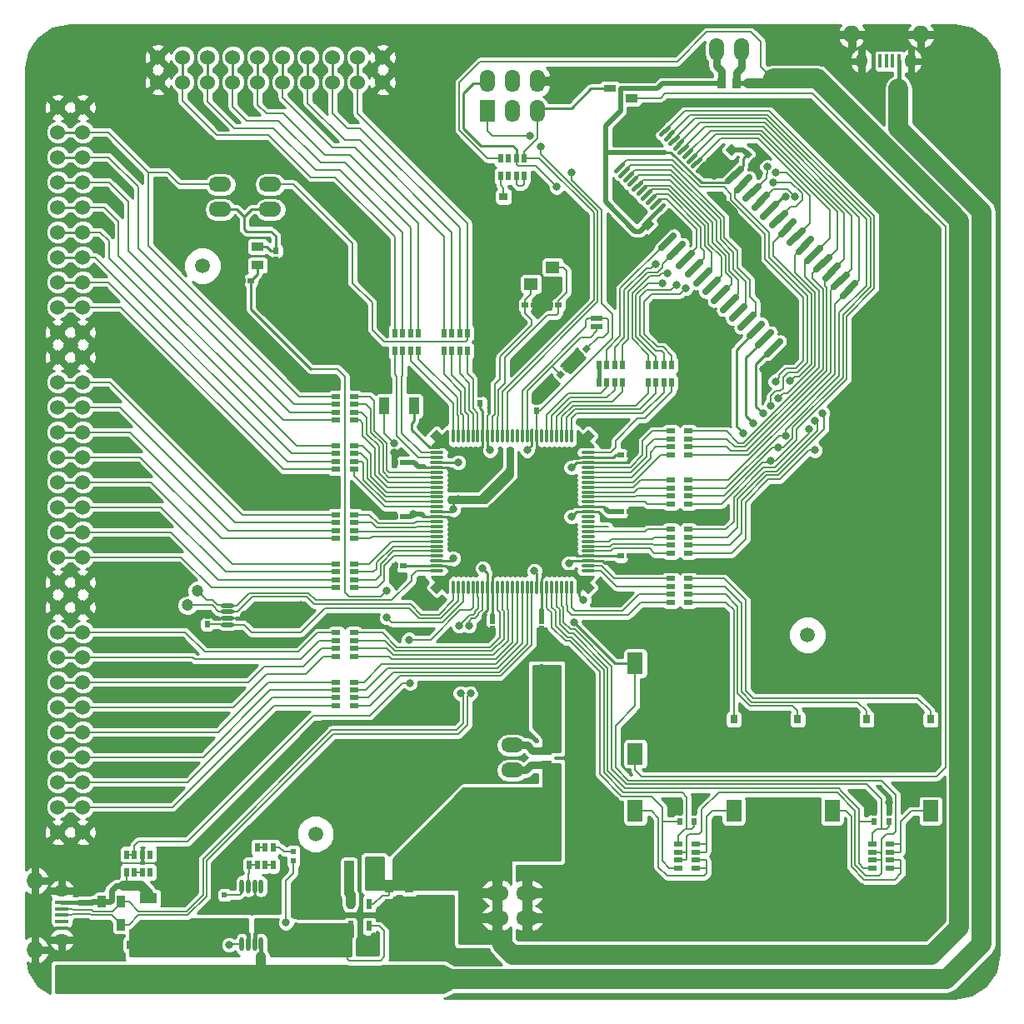
<source format=gtl>
G04 #@! TF.FileFunction,Copper,L1,Top,Signal*
%FSLAX46Y46*%
G04 Gerber Fmt 4.6, Leading zero omitted, Abs format (unit mm)*
G04 Created by KiCad (PCBNEW (2016-03-18 BZR 6629, Git 60d93d0)-product) date Tue 22 Mar 2016 11:04:14 AM EDT*
%MOMM*%
G01*
G04 APERTURE LIST*
%ADD10C,0.100000*%
%ADD11R,0.550000X0.950000*%
%ADD12R,1.350000X0.400000*%
%ADD13O,1.750000X1.750000*%
%ADD14O,1.450000X1.250000*%
%ADD15R,0.400000X1.350000*%
%ADD16O,1.250000X1.450000*%
%ADD17O,0.450000X1.450000*%
%ADD18O,2.286000X1.524000*%
%ADD19O,1.524000X2.286000*%
%ADD20O,1.450000X0.450000*%
%ADD21R,1.100000X1.100000*%
%ADD22R,0.900000X1.150000*%
%ADD23R,0.900000X1.300000*%
%ADD24R,0.900000X0.950000*%
%ADD25R,1.600000X2.190000*%
%ADD26C,1.524000*%
%ADD27R,1.200000X0.600000*%
%ADD28C,0.450000*%
%ADD29O,1.500000X0.300000*%
%ADD30O,0.300000X1.500000*%
%ADD31C,0.650000*%
%ADD32R,0.600000X0.650000*%
%ADD33R,1.524000X2.286000*%
%ADD34R,0.800100X0.899160*%
%ADD35R,1.400000X1.200000*%
%ADD36R,0.650000X0.600000*%
%ADD37R,1.300000X0.900000*%
%ADD38R,1.300000X0.800000*%
%ADD39R,0.600000X1.100000*%
%ADD40R,1.000000X2.700000*%
%ADD41R,0.950000X0.900000*%
%ADD42R,4.700000X3.430000*%
%ADD43R,0.899160X0.800100*%
%ADD44R,1.800000X1.050000*%
%ADD45R,1.050000X1.800000*%
%ADD46R,0.950000X0.550000*%
%ADD47R,1.600000X3.000000*%
%ADD48R,1.000000X0.850000*%
%ADD49R,0.850000X1.000000*%
%ADD50C,1.200000*%
%ADD51C,1.500000*%
%ADD52R,0.600000X0.600000*%
%ADD53C,0.800000*%
%ADD54C,0.200000*%
%ADD55C,0.250000*%
%ADD56C,0.600000*%
%ADD57C,0.400000*%
%ADD58C,0.500000*%
%ADD59C,0.800000*%
%ADD60C,2.000000*%
%ADD61C,1.000000*%
%ADD62C,0.178000*%
%ADD63C,0.180000*%
%ADD64C,0.254000*%
G04 APERTURE END LIST*
D10*
D11*
X10800000Y-86650000D03*
X11600000Y-86650000D03*
X12400000Y-86650000D03*
X13200000Y-86650000D03*
X13200000Y-84850000D03*
X12400000Y-84850000D03*
X11600000Y-84850000D03*
X10800000Y-84850000D03*
D12*
X4200000Y-89700000D03*
X4200000Y-90350000D03*
X4200000Y-91000000D03*
X4200000Y-91650000D03*
X4200000Y-92300000D03*
D13*
X1500000Y-87500000D03*
X1500000Y-94500000D03*
D14*
X4200000Y-88500000D03*
X4200000Y-93500000D03*
D15*
X89300000Y-4200000D03*
X88650000Y-4200000D03*
X88000000Y-4200000D03*
X87350000Y-4200000D03*
X86700000Y-4200000D03*
D13*
X91500000Y-1500000D03*
X84500000Y-1500000D03*
D16*
X90500000Y-4200000D03*
X85500000Y-4200000D03*
D17*
X24475000Y-88050000D03*
X23825000Y-88050000D03*
X23175000Y-88050000D03*
X22525000Y-88050000D03*
X22525000Y-93950000D03*
X23175000Y-93950000D03*
X23825000Y-93950000D03*
X24475000Y-93950000D03*
D18*
X50000000Y-73730000D03*
X50000000Y-76270000D03*
D19*
X70730000Y-3000000D03*
X73270000Y-3000000D03*
D20*
X26950000Y-61475000D03*
X26950000Y-60825000D03*
X26950000Y-60175000D03*
X26950000Y-59525000D03*
X21050000Y-59525000D03*
X21050000Y-60175000D03*
X21050000Y-60825000D03*
X21050000Y-61475000D03*
D21*
X8500000Y-91950000D03*
D22*
X10200000Y-91950000D03*
D23*
X10200000Y-89650000D03*
X8300000Y-89650000D03*
D18*
X48476000Y-88730000D03*
X48476000Y-91270000D03*
X51524000Y-88730000D03*
X51524000Y-91270000D03*
D24*
X33250000Y-94000000D03*
X34750000Y-94000000D03*
D25*
X62500000Y-80405000D03*
X62500000Y-89595000D03*
D26*
X3810000Y-59690000D03*
X3810000Y-62230000D03*
X3810000Y-64770000D03*
X3810000Y-67310000D03*
X3810000Y-69850000D03*
X3810000Y-72390000D03*
X3810000Y-74930000D03*
X3810000Y-77470000D03*
X3810000Y-80010000D03*
X3810000Y-82550000D03*
X6350000Y-67310000D03*
X6350000Y-59690000D03*
X6350000Y-62230000D03*
X6350000Y-64770000D03*
X6350000Y-69850000D03*
X6350000Y-80010000D03*
X6350000Y-72390000D03*
X6350000Y-74930000D03*
X6350000Y-77470000D03*
X6350000Y-82550000D03*
X3810000Y-34290000D03*
X3810000Y-36830000D03*
X3810000Y-39370000D03*
X3810000Y-41910000D03*
X3810000Y-44450000D03*
X3810000Y-46990000D03*
X3810000Y-49530000D03*
X3810000Y-52070000D03*
X3810000Y-54610000D03*
X3810000Y-57150000D03*
X6350000Y-41910000D03*
X6350000Y-34290000D03*
X6350000Y-36830000D03*
X6350000Y-39370000D03*
X6350000Y-44450000D03*
X6350000Y-54610000D03*
X6350000Y-46990000D03*
X6350000Y-49530000D03*
X6350000Y-52070000D03*
X6350000Y-57150000D03*
X3810000Y-8890000D03*
X3810000Y-11430000D03*
X3810000Y-13970000D03*
X3810000Y-16510000D03*
X3810000Y-19050000D03*
X3810000Y-21590000D03*
X3810000Y-24130000D03*
X3810000Y-26670000D03*
X3810000Y-29210000D03*
X3810000Y-31750000D03*
X6350000Y-16510000D03*
X6350000Y-8890000D03*
X6350000Y-11430000D03*
X6350000Y-13970000D03*
X6350000Y-19050000D03*
X6350000Y-29210000D03*
X6350000Y-21590000D03*
X6350000Y-24130000D03*
X6350000Y-26670000D03*
X6350000Y-31750000D03*
X36830000Y-3810000D03*
X34290000Y-3810000D03*
X31750000Y-3810000D03*
X29210000Y-3810000D03*
X26670000Y-3810000D03*
X24130000Y-3810000D03*
X21590000Y-3810000D03*
X19050000Y-3810000D03*
X16510000Y-3810000D03*
X13970000Y-3810000D03*
X29210000Y-6350000D03*
X36830000Y-6350000D03*
X34290000Y-6350000D03*
X31750000Y-6350000D03*
X26670000Y-6350000D03*
X16510000Y-6350000D03*
X24130000Y-6350000D03*
X21590000Y-6350000D03*
X19050000Y-6350000D03*
X13970000Y-6350000D03*
D27*
X58600000Y-31200000D03*
X58600000Y-30300000D03*
X64900000Y-31200000D03*
X64900000Y-30300000D03*
D18*
X25400000Y-19270000D03*
X25400000Y-16730000D03*
X20320000Y-19270000D03*
X20320000Y-16730000D03*
D28*
X69507805Y-14628769D02*
X68800699Y-15335875D01*
X69048186Y-14169150D02*
X68341080Y-14876256D01*
X68588567Y-13709531D02*
X67881461Y-14416637D01*
X68128947Y-13249911D02*
X67421841Y-13957017D01*
X67669328Y-12790292D02*
X66962222Y-13497398D01*
X67209708Y-12330672D02*
X66502602Y-13037778D01*
X66750089Y-11871053D02*
X66042983Y-12578159D01*
X66290469Y-11411433D02*
X65583363Y-12118539D01*
X65830850Y-10951814D02*
X65123744Y-11658920D01*
X65371231Y-10492195D02*
X64664125Y-11199301D01*
X61199301Y-14664125D02*
X60492195Y-15371231D01*
X61658920Y-15123744D02*
X60951814Y-15830850D01*
X62118539Y-15583363D02*
X61411433Y-16290469D01*
X62578159Y-16042983D02*
X61871053Y-16750089D01*
X63037778Y-16502602D02*
X62330672Y-17209708D01*
X63497398Y-16962222D02*
X62790292Y-17669328D01*
X63957017Y-17421841D02*
X63249911Y-18128947D01*
X64416637Y-17881461D02*
X63709531Y-18588567D01*
X64876256Y-18341080D02*
X64169150Y-19048186D01*
X65335875Y-18800699D02*
X64628769Y-19507805D01*
D10*
G36*
X64434404Y-20762652D02*
X63762652Y-21434404D01*
X63126256Y-20798008D01*
X63798008Y-20126256D01*
X64434404Y-20762652D01*
X64434404Y-20762652D01*
G37*
G36*
X63373744Y-19701992D02*
X62701992Y-20373744D01*
X62065596Y-19737348D01*
X62737348Y-19065596D01*
X63373744Y-19701992D01*
X63373744Y-19701992D01*
G37*
G36*
X72262652Y-12565596D02*
X72934404Y-13237348D01*
X72298008Y-13873744D01*
X71626256Y-13201992D01*
X72262652Y-12565596D01*
X72262652Y-12565596D01*
G37*
G36*
X71201992Y-13626256D02*
X71873744Y-14298008D01*
X71237348Y-14934404D01*
X70565596Y-14262652D01*
X71201992Y-13626256D01*
X71201992Y-13626256D01*
G37*
D29*
X42300000Y-44000000D03*
X42300000Y-44500000D03*
X42300000Y-45000000D03*
X42300000Y-45500000D03*
X42300000Y-46000000D03*
X42300000Y-46500000D03*
X42300000Y-47000000D03*
X42300000Y-47500000D03*
X42300000Y-48000000D03*
X42300000Y-48500000D03*
X42300000Y-49000000D03*
X42300000Y-49500000D03*
X42300000Y-50000000D03*
X42300000Y-50500000D03*
X42300000Y-51000000D03*
X42300000Y-51500000D03*
X42300000Y-52000000D03*
X42300000Y-52500000D03*
X42300000Y-53000000D03*
X42300000Y-53500000D03*
X42300000Y-54000000D03*
X42300000Y-54500000D03*
X42300000Y-55000000D03*
X42300000Y-55500000D03*
X42300000Y-56000000D03*
D30*
X44000000Y-57700000D03*
X44500000Y-57700000D03*
X45000000Y-57700000D03*
X45500000Y-57700000D03*
X46000000Y-57700000D03*
X46500000Y-57700000D03*
X47000000Y-57700000D03*
X47500000Y-57700000D03*
X48000000Y-57700000D03*
X48500000Y-57700000D03*
X49000000Y-57700000D03*
X49500000Y-57700000D03*
X50000000Y-57700000D03*
X50500000Y-57700000D03*
X51000000Y-57700000D03*
X51500000Y-57700000D03*
X52000000Y-57700000D03*
X52500000Y-57700000D03*
X53000000Y-57700000D03*
X53500000Y-57700000D03*
X54000000Y-57700000D03*
X54500000Y-57700000D03*
X55000000Y-57700000D03*
X55500000Y-57700000D03*
X56000000Y-57700000D03*
D29*
X57700000Y-56000000D03*
X57700000Y-55500000D03*
X57700000Y-55000000D03*
X57700000Y-54500000D03*
X57700000Y-54000000D03*
X57700000Y-53500000D03*
X57700000Y-53000000D03*
X57700000Y-52500000D03*
X57700000Y-52000000D03*
X57700000Y-51500000D03*
X57700000Y-51000000D03*
X57700000Y-50500000D03*
X57700000Y-50000000D03*
X57700000Y-49500000D03*
X57700000Y-49000000D03*
X57700000Y-48500000D03*
X57700000Y-48000000D03*
X57700000Y-47500000D03*
X57700000Y-47000000D03*
X57700000Y-46500000D03*
X57700000Y-46000000D03*
X57700000Y-45500000D03*
X57700000Y-45000000D03*
X57700000Y-44500000D03*
X57700000Y-44000000D03*
D30*
X56000000Y-42300000D03*
X55500000Y-42300000D03*
X55000000Y-42300000D03*
X54500000Y-42300000D03*
X54000000Y-42300000D03*
X53500000Y-42300000D03*
X53000000Y-42300000D03*
X52500000Y-42300000D03*
X52000000Y-42300000D03*
X51500000Y-42300000D03*
X51000000Y-42300000D03*
X50500000Y-42300000D03*
X50000000Y-42300000D03*
X49500000Y-42300000D03*
X49000000Y-42300000D03*
X48500000Y-42300000D03*
X48000000Y-42300000D03*
X47500000Y-42300000D03*
X47000000Y-42300000D03*
X46500000Y-42300000D03*
X46000000Y-42300000D03*
X45500000Y-42300000D03*
X45000000Y-42300000D03*
X44500000Y-42300000D03*
X44000000Y-42300000D03*
D31*
X65150003Y-23175664D02*
X66387439Y-21938228D01*
X66048029Y-24073690D02*
X67285465Y-22836254D01*
X66946054Y-24971715D02*
X68183490Y-23734279D01*
X67844080Y-25869741D02*
X69081516Y-24632305D01*
X68742105Y-26767767D02*
X69979541Y-25530331D01*
X69640131Y-27665792D02*
X70877567Y-26428356D01*
X70538157Y-28563818D02*
X71775593Y-27326382D01*
X71436182Y-29461843D02*
X72673618Y-28224407D01*
X72334208Y-30359869D02*
X73571644Y-29122433D01*
X73232233Y-31257895D02*
X74469669Y-30020459D01*
X74130259Y-32155920D02*
X75367695Y-30918484D01*
X75028285Y-33053946D02*
X76265721Y-31816510D01*
X75926310Y-33951971D02*
X77163746Y-32714535D01*
X76824336Y-34849997D02*
X78061772Y-33612561D01*
X83612561Y-28061772D02*
X84849997Y-26824336D01*
X82714535Y-27163746D02*
X83951971Y-25926310D01*
X81816510Y-26265721D02*
X83053946Y-25028285D01*
X80918484Y-25367695D02*
X82155920Y-24130259D01*
X80020459Y-24469669D02*
X81257895Y-23232233D01*
X79122433Y-23571644D02*
X80359869Y-22334208D01*
X78224407Y-22673618D02*
X79461843Y-21436182D01*
X77326382Y-21775593D02*
X78563818Y-20538157D01*
X76428356Y-20877567D02*
X77665792Y-19640131D01*
X75530331Y-19979541D02*
X76767767Y-18742105D01*
X74632305Y-19081516D02*
X75869741Y-17844080D01*
X73734279Y-18183490D02*
X74971715Y-16946054D01*
X72836254Y-17285465D02*
X74073690Y-16048029D01*
X71938228Y-16387439D02*
X73175664Y-15150003D01*
D32*
X67000000Y-81450000D03*
X67000000Y-80550000D03*
D25*
X62500000Y-65405000D03*
X62500000Y-74595000D03*
X92500000Y-80405000D03*
X92500000Y-89595000D03*
X82500000Y-80405000D03*
X82500000Y-89595000D03*
X72500000Y-80405000D03*
X72500000Y-89595000D03*
D33*
X47460000Y-9254000D03*
D19*
X50000000Y-9254000D03*
X52540000Y-9254000D03*
X47460000Y-6206000D03*
X50000000Y-6206000D03*
X52540000Y-6206000D03*
D32*
X68500000Y-81450000D03*
X68500000Y-80550000D03*
X86750000Y-81450000D03*
X86750000Y-80550000D03*
X88250000Y-81450000D03*
X88250000Y-80550000D03*
D34*
X92500000Y-72899160D03*
X92500000Y-71100840D03*
X86000000Y-72899160D03*
X86000000Y-71100840D03*
X79000000Y-72899160D03*
X79000000Y-71100840D03*
X72500000Y-72899160D03*
X72500000Y-71100840D03*
D35*
X51900000Y-26850000D03*
X54100000Y-26850000D03*
X54100000Y-25150000D03*
X51900000Y-25150000D03*
D36*
X54700000Y-29000000D03*
X53800000Y-29000000D03*
X51300000Y-29000000D03*
X52200000Y-29000000D03*
D37*
X62100000Y-7950000D03*
X62100000Y-6050000D03*
D38*
X59900000Y-7000000D03*
D39*
X33550000Y-92100000D03*
X35450000Y-92100000D03*
X34500000Y-92100000D03*
X35450000Y-89900000D03*
X33550000Y-89900000D03*
D40*
X35600000Y-86800000D03*
X33400000Y-86800000D03*
D41*
X37500000Y-88250000D03*
X37500000Y-89750000D03*
X39500000Y-88250000D03*
X39500000Y-89750000D03*
D37*
X24100000Y-24950000D03*
X24100000Y-23050000D03*
D38*
X21900000Y-24000000D03*
D36*
X23450000Y-26500000D03*
X22550000Y-26500000D03*
D32*
X26000000Y-23500000D03*
X26000000Y-24400000D03*
X52500000Y-39700000D03*
X52500000Y-38800000D03*
D36*
X61050000Y-44250000D03*
X61950000Y-44250000D03*
X61050000Y-54500000D03*
X61950000Y-54500000D03*
D32*
X53000000Y-61050000D03*
X53000000Y-61950000D03*
X48000000Y-61050000D03*
X48000000Y-61950000D03*
D36*
X38950000Y-55500000D03*
X38050000Y-55500000D03*
X38950000Y-50500000D03*
X38050000Y-50500000D03*
X61050000Y-50000000D03*
X61950000Y-50000000D03*
X38950000Y-45000000D03*
X38050000Y-45000000D03*
D32*
X46750000Y-38950000D03*
X46750000Y-38050000D03*
D10*
G36*
X57737348Y-42934404D02*
X57065596Y-42262652D01*
X57701992Y-41626256D01*
X58373744Y-42298008D01*
X57737348Y-42934404D01*
X57737348Y-42934404D01*
G37*
G36*
X58798008Y-41873744D02*
X58126256Y-41201992D01*
X58762652Y-40565596D01*
X59434404Y-41237348D01*
X58798008Y-41873744D01*
X58798008Y-41873744D01*
G37*
G36*
X57065596Y-57737348D02*
X57737348Y-57065596D01*
X58373744Y-57701992D01*
X57701992Y-58373744D01*
X57065596Y-57737348D01*
X57065596Y-57737348D01*
G37*
G36*
X58126256Y-58798008D02*
X58798008Y-58126256D01*
X59434404Y-58762652D01*
X58762652Y-59434404D01*
X58126256Y-58798008D01*
X58126256Y-58798008D01*
G37*
G36*
X42262652Y-57065596D02*
X42934404Y-57737348D01*
X42298008Y-58373744D01*
X41626256Y-57701992D01*
X42262652Y-57065596D01*
X42262652Y-57065596D01*
G37*
G36*
X41201992Y-58126256D02*
X41873744Y-58798008D01*
X41237348Y-59434404D01*
X40565596Y-58762652D01*
X41201992Y-58126256D01*
X41201992Y-58126256D01*
G37*
G36*
X42934404Y-42262652D02*
X42262652Y-42934404D01*
X41626256Y-42298008D01*
X42298008Y-41626256D01*
X42934404Y-42262652D01*
X42934404Y-42262652D01*
G37*
G36*
X41873744Y-41201992D02*
X41201992Y-41873744D01*
X40565596Y-41237348D01*
X41237348Y-40565596D01*
X41873744Y-41201992D01*
X41873744Y-41201992D01*
G37*
G36*
X73489860Y-13664124D02*
X73914124Y-13239860D01*
X74373744Y-13699480D01*
X73949480Y-14123744D01*
X73489860Y-13664124D01*
X73489860Y-13664124D01*
G37*
G36*
X74126256Y-14300520D02*
X74550520Y-13876256D01*
X75010140Y-14335876D01*
X74585876Y-14760140D01*
X74126256Y-14300520D01*
X74126256Y-14300520D01*
G37*
D42*
X31000000Y-30000000D03*
D43*
X50899160Y-18000000D03*
X49100840Y-18000000D03*
D10*
G36*
X54914124Y-36510140D02*
X54489860Y-36085876D01*
X54949480Y-35626256D01*
X55373744Y-36050520D01*
X54914124Y-36510140D01*
X54914124Y-36510140D01*
G37*
G36*
X55550520Y-35873744D02*
X55126256Y-35449480D01*
X55585876Y-34989860D01*
X56010140Y-35414124D01*
X55550520Y-35873744D01*
X55550520Y-35873744D01*
G37*
G36*
X57585876Y-32989860D02*
X58010140Y-33414124D01*
X57550520Y-33873744D01*
X57126256Y-33449480D01*
X57585876Y-32989860D01*
X57585876Y-32989860D01*
G37*
G36*
X56949480Y-33626256D02*
X57373744Y-34050520D01*
X56914124Y-34510140D01*
X56489860Y-34085876D01*
X56949480Y-33626256D01*
X56949480Y-33626256D01*
G37*
D44*
X13000000Y-89250000D03*
X13000000Y-92250000D03*
D45*
X37000000Y-39250000D03*
X40000000Y-39250000D03*
D11*
X45450000Y-31850000D03*
X44650000Y-31850000D03*
X43850000Y-31850000D03*
X43050000Y-31850000D03*
X43050000Y-33650000D03*
X43850000Y-33650000D03*
X44650000Y-33650000D03*
X45450000Y-33650000D03*
X40450000Y-31850000D03*
X39650000Y-31850000D03*
X38850000Y-31850000D03*
X38050000Y-31850000D03*
X38050000Y-33650000D03*
X38850000Y-33650000D03*
X39650000Y-33650000D03*
X40450000Y-33650000D03*
D46*
X32100000Y-43300000D03*
X32100000Y-44100000D03*
X32100000Y-44900000D03*
X32100000Y-45700000D03*
X33900000Y-45700000D03*
X33900000Y-44900000D03*
X33900000Y-44100000D03*
X33900000Y-43300000D03*
X32100000Y-38300000D03*
X32100000Y-39100000D03*
X32100000Y-39900000D03*
X32100000Y-40700000D03*
X33900000Y-40700000D03*
X33900000Y-39900000D03*
X33900000Y-39100000D03*
X33900000Y-38300000D03*
X32100000Y-50300000D03*
X32100000Y-51100000D03*
X32100000Y-51900000D03*
X32100000Y-52700000D03*
X33900000Y-52700000D03*
X33900000Y-51900000D03*
X33900000Y-51100000D03*
X33900000Y-50300000D03*
X32100000Y-55300000D03*
X32100000Y-56100000D03*
X32100000Y-56900000D03*
X32100000Y-57700000D03*
X33900000Y-57700000D03*
X33900000Y-56900000D03*
X33900000Y-56100000D03*
X33900000Y-55300000D03*
X32100000Y-67300000D03*
X32100000Y-68100000D03*
X32100000Y-68900000D03*
X32100000Y-69700000D03*
X33900000Y-69700000D03*
X33900000Y-68900000D03*
X33900000Y-68100000D03*
X33900000Y-67300000D03*
X32100000Y-62300000D03*
X32100000Y-63100000D03*
X32100000Y-63900000D03*
X32100000Y-64700000D03*
X33900000Y-64700000D03*
X33900000Y-63900000D03*
X33900000Y-63100000D03*
X33900000Y-62300000D03*
X67900000Y-49200000D03*
X67900000Y-48400000D03*
X67900000Y-47600000D03*
X67900000Y-46800000D03*
X66100000Y-46800000D03*
X66100000Y-47600000D03*
X66100000Y-48400000D03*
X66100000Y-49200000D03*
X67900000Y-44200000D03*
X67900000Y-43400000D03*
X67900000Y-42600000D03*
X67900000Y-41800000D03*
X66100000Y-41800000D03*
X66100000Y-42600000D03*
X66100000Y-43400000D03*
X66100000Y-44200000D03*
X67900000Y-54200000D03*
X67900000Y-53400000D03*
X67900000Y-52600000D03*
X67900000Y-51800000D03*
X66100000Y-51800000D03*
X66100000Y-52600000D03*
X66100000Y-53400000D03*
X66100000Y-54200000D03*
D11*
X61200000Y-35100000D03*
X60400000Y-35100000D03*
X59600000Y-35100000D03*
X58800000Y-35100000D03*
X58800000Y-36900000D03*
X59600000Y-36900000D03*
X60400000Y-36900000D03*
X61200000Y-36900000D03*
X66200000Y-35100000D03*
X65400000Y-35100000D03*
X64600000Y-35100000D03*
X63800000Y-35100000D03*
X63800000Y-36900000D03*
X64600000Y-36900000D03*
X65400000Y-36900000D03*
X66200000Y-36900000D03*
D46*
X67900000Y-59200000D03*
X67900000Y-58400000D03*
X67900000Y-57600000D03*
X67900000Y-56800000D03*
X66100000Y-56800000D03*
X66100000Y-57600000D03*
X66100000Y-58400000D03*
X66100000Y-59200000D03*
X68650000Y-86200000D03*
X68650000Y-85400000D03*
X68650000Y-84600000D03*
X68650000Y-83800000D03*
X66850000Y-83800000D03*
X66850000Y-84600000D03*
X66850000Y-85400000D03*
X66850000Y-86200000D03*
X88400000Y-86200000D03*
X88400000Y-85400000D03*
X88400000Y-84600000D03*
X88400000Y-83800000D03*
X86600000Y-83800000D03*
X86600000Y-84600000D03*
X86600000Y-85400000D03*
X86600000Y-86200000D03*
D11*
X48800000Y-15900000D03*
X49600000Y-15900000D03*
X50400000Y-15900000D03*
X51200000Y-15900000D03*
X51200000Y-14100000D03*
X50400000Y-14100000D03*
X49600000Y-14100000D03*
X48800000Y-14100000D03*
D32*
X19000000Y-61450000D03*
X19000000Y-60550000D03*
D47*
X29000000Y-93250000D03*
X29000000Y-88750000D03*
D24*
X9750000Y-94000000D03*
X11250000Y-94000000D03*
D48*
X53500000Y-74250000D03*
X53500000Y-75750000D03*
D49*
X71250000Y-6500000D03*
X72750000Y-6500000D03*
D42*
X80000000Y-50000000D03*
D50*
X18000000Y-58028172D03*
X17000000Y-59500000D03*
D51*
X30000000Y-82750000D03*
X80000000Y-62500000D03*
X18500000Y-25000000D03*
D52*
X20750000Y-88950000D03*
X20750000Y-88050000D03*
D11*
X25700000Y-84100000D03*
X24900000Y-84100000D03*
X24100000Y-84100000D03*
X23300000Y-84100000D03*
X23300000Y-85900000D03*
X24100000Y-85900000D03*
X24900000Y-85900000D03*
X25700000Y-85900000D03*
D52*
X27750000Y-85450000D03*
X27750000Y-84550000D03*
D24*
X87250000Y-7500000D03*
X88750000Y-7500000D03*
D42*
X35000000Y-79000000D03*
D53*
X37000000Y-81500000D03*
X36000000Y-81500000D03*
X33000000Y-81500000D03*
X34000000Y-81500000D03*
X35000000Y-81500000D03*
X37000000Y-76500000D03*
X36000000Y-76500000D03*
X33000000Y-76500000D03*
X34000000Y-76500000D03*
X35000000Y-76500000D03*
X43500000Y-62749996D03*
X35800000Y-94800000D03*
X36000000Y-93200000D03*
X34800000Y-94800000D03*
X35600000Y-94000000D03*
X38400000Y-89800000D03*
X39400000Y-91000000D03*
X38400000Y-91000000D03*
X37400000Y-91000000D03*
X36400000Y-91000000D03*
X7000000Y-94200000D03*
X8200000Y-94400000D03*
X7600000Y-92000000D03*
X79250002Y-10000000D03*
X21250000Y-94000000D03*
X23750000Y-89500000D03*
X87500000Y-2000000D03*
X86000000Y-2000000D03*
X86750000Y-2750000D03*
X87500000Y-6250000D03*
X86000000Y-6250000D03*
X86750000Y-5500000D03*
X75100937Y-15649063D03*
X28500000Y-59500000D03*
X22750000Y-60500000D03*
X15750000Y-60250000D03*
X50500000Y-25250000D03*
X71000000Y-40000000D03*
X82000000Y-52500000D03*
X81000000Y-52500000D03*
X78000000Y-52500000D03*
X79000000Y-52500000D03*
X80000000Y-52500000D03*
X82000000Y-47500000D03*
X81000000Y-47500000D03*
X78000000Y-47500000D03*
X79000000Y-47500000D03*
X80000000Y-47500000D03*
X53000000Y-29000000D03*
X2000000Y-92000000D03*
X2500000Y-93000000D03*
X3000000Y-92250000D03*
X8750000Y-93250000D03*
X7750000Y-93250000D03*
X6750000Y-93250000D03*
X5750000Y-93250000D03*
X6750000Y-92250000D03*
X5750000Y-92250000D03*
X50000000Y-31750000D03*
X48500000Y-33250000D03*
X47750000Y-36000000D03*
X53000000Y-37750000D03*
X42500000Y-40750000D03*
X41750000Y-40250000D03*
X57250000Y-41000000D03*
X60000000Y-59250000D03*
X40500000Y-57750000D03*
X42250000Y-59500000D03*
X36750000Y-50250000D03*
X63250000Y-50250000D03*
X63500000Y-54750000D03*
X60000000Y-20500000D03*
X66500000Y-30750000D03*
X88250000Y-79500012D03*
X86500000Y-79500000D03*
X66750000Y-79500000D03*
X68750000Y-79500000D03*
X30500000Y-48500000D03*
X24500000Y-46000000D03*
X19500000Y-41000000D03*
X16500000Y-38000000D03*
X14000000Y-35500000D03*
X10500000Y-34500000D03*
X57000000Y-28500000D03*
X53000000Y-32500000D03*
X50500000Y-35000000D03*
X30500000Y-89000000D03*
X30500000Y-90000000D03*
X30500000Y-91000000D03*
X31500000Y-91000000D03*
X32500000Y-91000000D03*
X34500000Y-91000000D03*
X38000000Y-56500000D03*
X71250000Y-18500000D03*
X74000000Y-22000000D03*
X72750000Y-21999996D03*
X70500000Y-15849979D03*
X65750000Y-9250000D03*
X53250000Y-17249994D03*
X71000000Y-73000000D03*
X48000000Y-30750000D03*
X86500000Y-17250000D03*
X87750000Y-26000000D03*
X85500000Y-31000000D03*
X85500000Y-37250000D03*
X70500000Y-17875010D03*
X74250000Y-24000000D03*
X76250000Y-27250000D03*
X78750000Y-32250000D03*
X57000000Y-23000008D03*
X56250000Y-34750000D03*
X64250000Y-12000000D03*
X61750000Y-18750000D03*
X70500000Y-15000000D03*
X14000000Y-11500000D03*
X18500000Y-13000000D03*
X22500000Y-13000000D03*
X33000000Y-32500000D03*
X32000000Y-32500000D03*
X29000000Y-32500000D03*
X30000000Y-32500000D03*
X31000000Y-32500000D03*
X33000000Y-27500000D03*
X31987347Y-27512653D03*
X29000000Y-27500000D03*
X30000000Y-27500000D03*
X31000000Y-27500000D03*
X11000000Y-59750000D03*
X75500000Y-35500000D03*
X62000000Y-43250000D03*
X57000000Y-25500000D03*
X39500000Y-13000000D03*
X42500000Y-16000000D03*
X45500000Y-19000000D03*
X47000000Y-22000000D03*
X47000000Y-25000000D03*
X47000000Y-28500000D03*
X53000000Y-63000000D03*
X47000000Y-62749996D03*
X47000000Y-61749993D03*
X38000000Y-44000000D03*
X44500000Y-45000000D03*
X59500000Y-42000000D03*
X59500000Y-58000000D03*
X51500000Y-43750000D03*
X56000000Y-45500000D03*
X56000000Y-50500000D03*
X31500000Y-37000000D03*
X28000000Y-36000000D03*
X25500000Y-33500000D03*
X21750000Y-25000000D03*
X21750000Y-23000000D03*
X60800000Y-5800000D03*
X90750000Y-89750000D03*
X80500000Y-89750000D03*
X70750000Y-89750000D03*
X60750000Y-89750000D03*
X91000000Y-73000000D03*
X84500000Y-73000000D03*
X77500000Y-73000000D03*
X47000002Y-55750002D03*
X44000000Y-54750000D03*
X44000000Y-49750000D03*
X52250000Y-56000000D03*
X47750000Y-43750000D03*
X44500000Y-48750000D03*
X47250000Y-48500000D03*
X49500000Y-46250000D03*
X55750000Y-55250000D03*
X16000000Y-89000000D03*
X20000000Y-86500000D03*
X43750000Y-69250000D03*
X43750000Y-68000000D03*
X20500000Y-81500000D03*
X25250000Y-76750000D03*
X29500000Y-72500000D03*
X36250000Y-71250000D03*
X42750000Y-71250000D03*
X24500000Y-82000000D03*
X46750000Y-69250000D03*
X46750000Y-68000000D03*
X29250000Y-77250000D03*
X34750000Y-73500000D03*
X41000000Y-73500000D03*
X54500000Y-16999990D03*
X56026041Y-15566761D03*
X56250000Y-61250000D03*
X53000000Y-68000000D03*
X53000000Y-67000000D03*
X53000000Y-66000000D03*
X39936814Y-50250000D03*
X38000000Y-43000000D03*
X53750000Y-55250000D03*
X52250000Y-53750000D03*
X53000000Y-54500000D03*
X57250000Y-59000000D03*
X75500000Y-40000000D03*
X77750000Y-42250000D03*
X74503771Y-41003771D03*
X77000000Y-43500000D03*
X73503771Y-42003771D03*
X76296883Y-44796883D03*
X80759020Y-40759020D03*
X76750000Y-36750000D03*
X77000000Y-38500000D03*
X80139244Y-41639244D03*
X65246929Y-26786896D03*
X76750000Y-15500000D03*
X81509020Y-40009020D03*
X78220922Y-36720922D03*
X65750000Y-25750000D03*
X76500000Y-16500000D03*
X77750000Y-18000000D03*
X66674154Y-26924154D03*
X78750000Y-18000000D03*
X67604367Y-27291179D03*
X75905345Y-14964685D03*
X64550486Y-24800486D03*
X76250000Y-39250000D03*
X80750000Y-43750000D03*
X51800000Y-11800000D03*
X52900000Y-12900000D03*
X45585000Y-61595000D03*
X45750000Y-68454030D03*
X44750000Y-68454030D03*
X44585000Y-61595000D03*
X37250000Y-58000000D03*
X37250000Y-60750000D03*
X26750000Y-96500000D03*
X27000000Y-91750000D03*
X39599996Y-67400000D03*
X39500000Y-63000000D03*
D54*
X36000000Y-81500000D02*
X37000000Y-81500000D01*
X35000000Y-81500000D02*
X36000000Y-81500000D01*
X34000000Y-81500000D02*
X33000000Y-81500000D01*
X35000000Y-81500000D02*
X34000000Y-81500000D01*
X35000000Y-79000000D02*
X35000000Y-81500000D01*
X36000000Y-76500000D02*
X37000000Y-76500000D01*
X35000000Y-76500000D02*
X36000000Y-76500000D01*
X34000000Y-76500000D02*
X33000000Y-76500000D01*
X35000000Y-76500000D02*
X34000000Y-76500000D01*
X35000000Y-79000000D02*
X35000000Y-76500000D01*
X11750000Y-85750000D02*
X12400000Y-85750000D01*
X12400000Y-85750000D02*
X13588202Y-85750000D01*
X12400000Y-84850000D02*
X12400000Y-85750000D01*
X4200000Y-88500000D02*
X6000000Y-88500000D01*
X6000000Y-88500000D02*
X8750000Y-85750000D01*
D55*
X43500004Y-62750000D02*
X43500000Y-62749996D01*
X46999996Y-62750000D02*
X43500004Y-62750000D01*
X47000000Y-62749996D02*
X46999996Y-62750000D01*
D56*
X35600000Y-94000000D02*
X35600000Y-94600000D01*
X35600000Y-94600000D02*
X35800000Y-94800000D01*
X35600000Y-94000000D02*
X35600000Y-93600000D01*
X35600000Y-93600000D02*
X36000000Y-93200000D01*
X34750000Y-94000000D02*
X34750000Y-94750000D01*
X34750000Y-94750000D02*
X34800000Y-94800000D01*
X34750000Y-94000000D02*
X35600000Y-94000000D01*
X39500000Y-89750000D02*
X38450000Y-89750000D01*
X38450000Y-89750000D02*
X38400000Y-89800000D01*
X37500000Y-89750000D02*
X38350000Y-89750000D01*
X38350000Y-89750000D02*
X38400000Y-89800000D01*
X38400000Y-91000000D02*
X39400000Y-91000000D01*
X37400000Y-91000000D02*
X38400000Y-91000000D01*
X36400000Y-91000000D02*
X37400000Y-91000000D01*
X34500000Y-91000000D02*
X36400000Y-91000000D01*
D54*
X8200000Y-94400000D02*
X7200000Y-94400000D01*
X7200000Y-94400000D02*
X7000000Y-94200000D01*
X8750000Y-93250000D02*
X8750000Y-93850000D01*
X8750000Y-93850000D02*
X8200000Y-94400000D01*
X6750000Y-92250000D02*
X7350000Y-92250000D01*
X7350000Y-92250000D02*
X7600000Y-92000000D01*
X78099992Y-8849990D02*
X79250002Y-10000000D01*
X66150010Y-8849990D02*
X78099992Y-8849990D01*
X65750000Y-9250000D02*
X66150010Y-8849990D01*
D55*
X86500000Y-17250000D02*
X79250002Y-10000002D01*
X79250002Y-10000002D02*
X79250002Y-10000000D01*
D54*
X22525000Y-93950000D02*
X21300000Y-93950000D01*
X21300000Y-93950000D02*
X21250000Y-94000000D01*
X23825000Y-89175000D02*
X23750000Y-89250000D01*
X23750000Y-89250000D02*
X23750000Y-89500000D01*
X23825000Y-88050000D02*
X23825000Y-89175000D01*
D57*
X86750000Y-2750000D02*
X87500000Y-2000000D01*
X86750000Y-2750000D02*
X86000000Y-2000000D01*
X86700000Y-4200000D02*
X86700000Y-2800000D01*
X86700000Y-2800000D02*
X86750000Y-2750000D01*
X86750000Y-5500000D02*
X87500000Y-6250000D01*
X86750000Y-5500000D02*
X86000000Y-6250000D01*
X86700000Y-4200000D02*
X86700000Y-5450000D01*
X86700000Y-5450000D02*
X86750000Y-5500000D01*
D55*
X74568198Y-14318198D02*
X74568198Y-15116324D01*
X74568198Y-15116324D02*
X75100937Y-15649063D01*
X44000000Y-49750000D02*
X44000000Y-49000000D01*
D54*
X26950000Y-59525000D02*
X28475000Y-59525000D01*
X28475000Y-59525000D02*
X28500000Y-59500000D01*
X26950000Y-59525000D02*
X23725000Y-59525000D01*
X23725000Y-59525000D02*
X22750000Y-60500000D01*
X21050000Y-60825000D02*
X22425000Y-60825000D01*
X22425000Y-60825000D02*
X22750000Y-60500000D01*
X19800000Y-60550000D02*
X20075000Y-60825000D01*
X20075000Y-60825000D02*
X21050000Y-60825000D01*
X19000000Y-60550000D02*
X19800000Y-60550000D01*
X15250000Y-59750000D02*
X15750000Y-60250000D01*
X11000000Y-59750000D02*
X15250000Y-59750000D01*
X51900000Y-25150000D02*
X50600000Y-25150000D01*
X50600000Y-25150000D02*
X50500000Y-25250000D01*
X66500000Y-30750000D02*
X71000000Y-35250000D01*
X71000000Y-35250000D02*
X71000000Y-40000000D01*
X7260000Y-60600000D02*
X10150000Y-60600000D01*
X10150000Y-60600000D02*
X11000000Y-59750000D01*
X6350000Y-59690000D02*
X7260000Y-60600000D01*
X7860000Y-35800000D02*
X9200000Y-35800000D01*
X9200000Y-35800000D02*
X10500000Y-34500000D01*
X6350000Y-34290000D02*
X7860000Y-35800000D01*
X81000000Y-52500000D02*
X82000000Y-52500000D01*
X80000000Y-52500000D02*
X81000000Y-52500000D01*
X79000000Y-52500000D02*
X78000000Y-52500000D01*
X80000000Y-52500000D02*
X79000000Y-52500000D01*
X80000000Y-50000000D02*
X80000000Y-52500000D01*
X81000000Y-47500000D02*
X82000000Y-47500000D01*
X80000000Y-47500000D02*
X81000000Y-47500000D01*
X79000000Y-47500000D02*
X78000000Y-47500000D01*
X80000000Y-47500000D02*
X79000000Y-47500000D01*
X80000000Y-50000000D02*
X80000000Y-47500000D01*
X85000000Y-49000000D02*
X84000000Y-50000000D01*
X84000000Y-50000000D02*
X80000000Y-50000000D01*
X85000000Y-48500000D02*
X85000000Y-49000000D01*
X53800000Y-29000000D02*
X53000000Y-29000000D01*
X52200000Y-29000000D02*
X53000000Y-29000000D01*
X3000000Y-92250000D02*
X2250000Y-92250000D01*
X2250000Y-92250000D02*
X2000000Y-92000000D01*
X3000000Y-92250000D02*
X3000000Y-92500000D01*
X3000000Y-92500000D02*
X2500000Y-93000000D01*
X4200000Y-92300000D02*
X3050000Y-92300000D01*
X3050000Y-92300000D02*
X3000000Y-92250000D01*
X7750000Y-93250000D02*
X8750000Y-93250000D01*
X6750000Y-93250000D02*
X7750000Y-93250000D01*
X5750000Y-92250000D02*
X6750000Y-93250000D01*
X5750000Y-92250000D02*
X5750000Y-93250000D01*
X5750000Y-92250000D02*
X6750000Y-92250000D01*
X4200000Y-92300000D02*
X5700000Y-92300000D01*
X5700000Y-92300000D02*
X5750000Y-92250000D01*
D55*
X48500000Y-33250000D02*
X50000000Y-31750000D01*
X47750000Y-34000000D02*
X48500000Y-33250000D01*
X47750000Y-36000000D02*
X47750000Y-34000000D01*
X48000000Y-32750000D02*
X48500000Y-33250000D01*
X48000000Y-30750000D02*
X48000000Y-32750000D01*
D54*
X47750000Y-38000000D02*
X47750000Y-36000000D01*
D58*
X52500000Y-38800000D02*
X52500000Y-38250000D01*
X52500000Y-38250000D02*
X53000000Y-37750000D01*
D54*
X41750000Y-40250000D02*
X42000000Y-40250000D01*
X42000000Y-40250000D02*
X42500000Y-40750000D01*
D56*
X41750000Y-40689340D02*
X41750000Y-40250000D01*
X41219670Y-41219670D02*
X41750000Y-40689340D01*
D54*
X58310660Y-40750000D02*
X57500000Y-40750000D01*
X57500000Y-40750000D02*
X57250000Y-41000000D01*
X58780330Y-41219670D02*
X58310660Y-40750000D01*
X59250000Y-59250000D02*
X60000000Y-59250000D01*
X58780330Y-58780330D02*
X59250000Y-59250000D01*
X41219670Y-58780330D02*
X41219670Y-58469670D01*
X41219670Y-58469670D02*
X40500000Y-57750000D01*
D55*
X41939340Y-59500000D02*
X42250000Y-59500000D01*
X41219670Y-58780330D02*
X41939340Y-59500000D01*
X37000000Y-50500000D02*
X36750000Y-50250000D01*
X38050000Y-50500000D02*
X37000000Y-50500000D01*
X36500000Y-50500000D02*
X36750000Y-50250000D01*
D54*
X63000000Y-50000000D02*
X63250000Y-50250000D01*
X61950000Y-50000000D02*
X63000000Y-50000000D01*
D55*
X63250000Y-54500000D02*
X63500000Y-54750000D01*
X61950000Y-54500000D02*
X63250000Y-54500000D01*
X66050000Y-31200000D02*
X66500000Y-30750000D01*
X64900000Y-31200000D02*
X66050000Y-31200000D01*
D54*
X88250000Y-80550000D02*
X88250000Y-79500012D01*
X86750000Y-79750000D02*
X86500000Y-79500000D01*
X86750000Y-80550000D02*
X86750000Y-79750000D01*
X67000000Y-79750000D02*
X66750000Y-79500000D01*
X67000000Y-80550000D02*
X67000000Y-79750000D01*
X68500000Y-79750000D02*
X68750000Y-79500000D01*
X68500000Y-80550000D02*
X68500000Y-79750000D01*
D55*
X85000000Y-46000000D02*
X85000000Y-37750000D01*
X85000000Y-37750000D02*
X85500000Y-37250000D01*
X85000000Y-46000000D02*
X85000000Y-48500000D01*
X24500000Y-46000000D02*
X27000000Y-48500000D01*
X27000000Y-48500000D02*
X30500000Y-48500000D01*
X19500000Y-41000000D02*
X24500000Y-46000000D01*
X16500000Y-38000000D02*
X19500000Y-41000000D01*
X14000000Y-35500000D02*
X16500000Y-38000000D01*
X10500000Y-34500000D02*
X13000000Y-34500000D01*
X13000000Y-34500000D02*
X14000000Y-35500000D01*
X53000000Y-32500000D02*
X57000000Y-28500000D01*
X57000000Y-28500000D02*
X57000000Y-25500000D01*
X50500000Y-35000000D02*
X53000000Y-32500000D01*
D56*
X30500000Y-90000000D02*
X30500000Y-89000000D01*
X30500000Y-91000000D02*
X30500000Y-90000000D01*
X31500000Y-91000000D02*
X30500000Y-91000000D01*
X32500000Y-91000000D02*
X31500000Y-91000000D01*
X34500000Y-91000000D02*
X32500000Y-91000000D01*
X34500000Y-92100000D02*
X34500000Y-91000000D01*
X34750000Y-93350000D02*
X34500000Y-93100000D01*
X34500000Y-93100000D02*
X34500000Y-92100000D01*
X34750000Y-94000000D02*
X34750000Y-93350000D01*
D55*
X38000000Y-55550000D02*
X38000000Y-56500000D01*
X38050000Y-55500000D02*
X38000000Y-55550000D01*
X71124990Y-18500000D02*
X71250000Y-18500000D01*
X70500000Y-17875010D02*
X71124990Y-18500000D01*
X71833248Y-18500000D02*
X71250000Y-18500000D01*
X72750000Y-19416752D02*
X71833248Y-18500000D01*
X72750000Y-21999996D02*
X72750000Y-19416752D01*
X73999996Y-21999996D02*
X74000000Y-22000000D01*
X72750000Y-21999996D02*
X73999996Y-21999996D01*
X74250000Y-23499996D02*
X72750000Y-21999996D01*
X74250000Y-24000000D02*
X74250000Y-23499996D01*
D58*
X70500000Y-15000000D02*
X70500000Y-15849979D01*
D55*
X65863426Y-9363426D02*
X65750000Y-9250000D01*
X65017678Y-10845748D02*
X65863426Y-10000000D01*
X65863426Y-10000000D02*
X65863426Y-9363426D01*
D54*
X47750000Y-40000000D02*
X47750000Y-38000000D01*
X46750000Y-38050000D02*
X47700000Y-38050000D01*
X47700000Y-38050000D02*
X47750000Y-38000000D01*
X47500000Y-42300000D02*
X47500000Y-40250000D01*
X47500000Y-40250000D02*
X47750000Y-40000000D01*
D55*
X47500000Y-57700000D02*
X47500000Y-60000000D01*
X47500000Y-60000000D02*
X47000000Y-60500000D01*
X47000000Y-60500000D02*
X47000000Y-61749993D01*
X53250000Y-17250000D02*
X53250000Y-17249994D01*
X54500000Y-18500000D02*
X53250000Y-17250000D01*
X72500000Y-72899160D02*
X71100840Y-72899160D01*
X71100840Y-72899160D02*
X71000000Y-73000000D01*
X47000000Y-29750000D02*
X48000000Y-30750000D01*
X47000000Y-28500000D02*
X47000000Y-29750000D01*
X87750000Y-26000000D02*
X87750000Y-18500000D01*
X87750000Y-18500000D02*
X86500000Y-17250000D01*
X85500000Y-30000000D02*
X87750000Y-27750000D01*
X87750000Y-27750000D02*
X87750000Y-26000000D01*
X85500000Y-31000000D02*
X85500000Y-30000000D01*
X85500000Y-37250000D02*
X85500000Y-31000000D01*
X76250000Y-27250000D02*
X76250000Y-26000000D01*
X76250000Y-26000000D02*
X74250000Y-24000000D01*
X78750000Y-32250000D02*
X78750000Y-29750000D01*
X78750000Y-29750000D02*
X76250000Y-27250000D01*
X78750000Y-32924333D02*
X78750000Y-32250000D01*
X77443054Y-34231279D02*
X78750000Y-32924333D01*
X57000000Y-21000000D02*
X57000000Y-23000008D01*
X54500000Y-18500000D02*
X57000000Y-21000000D01*
X57000000Y-25500000D02*
X57000000Y-23000008D01*
X56931802Y-34068198D02*
X56250000Y-34750000D01*
X55568198Y-35431802D02*
X56250000Y-34750000D01*
X64250000Y-11613426D02*
X64250000Y-12000000D01*
X65017678Y-10845748D02*
X64250000Y-11613426D01*
D57*
X62719670Y-19719670D02*
X61750000Y-18750000D01*
X69154252Y-14982322D02*
X70482322Y-14982322D01*
X70482322Y-14982322D02*
X70500000Y-15000000D01*
D58*
X71219670Y-14280330D02*
X70500000Y-15000000D01*
D55*
X32000000Y-32500000D02*
X33000000Y-32500000D01*
X31000000Y-32500000D02*
X32000000Y-32500000D01*
X30000000Y-32500000D02*
X29000000Y-32500000D01*
X31000000Y-32500000D02*
X30000000Y-32500000D01*
X31000000Y-30000000D02*
X31000000Y-32500000D01*
X31987347Y-27512653D02*
X32987347Y-27512653D01*
X32987347Y-27512653D02*
X33000000Y-27500000D01*
X31000000Y-27500000D02*
X31974694Y-27500000D01*
X31974694Y-27500000D02*
X31987347Y-27512653D01*
X30000000Y-27500000D02*
X29000000Y-27500000D01*
X31000000Y-27500000D02*
X30000000Y-27500000D01*
X31000000Y-30000000D02*
X31000000Y-27500000D01*
X75600000Y-35400000D02*
X75500000Y-35500000D01*
X76274333Y-35400000D02*
X75600000Y-35400000D01*
X77443054Y-34231279D02*
X76274333Y-35400000D01*
X52000000Y-42300000D02*
X52000000Y-41664645D01*
X52000000Y-41664645D02*
X51974981Y-41639626D01*
X61750000Y-45000000D02*
X57700000Y-45000000D01*
X61950000Y-44250000D02*
X61950000Y-44800000D01*
X61950000Y-44800000D02*
X61750000Y-45000000D01*
X61950000Y-43300000D02*
X62000000Y-43250000D01*
X61950000Y-44500000D02*
X61950000Y-43300000D01*
X58750000Y-50000000D02*
X59500000Y-50750000D01*
X57700000Y-50000000D02*
X58750000Y-50000000D01*
X42500000Y-16000000D02*
X39500000Y-13000000D01*
X45500000Y-19000000D02*
X42500000Y-16000000D01*
X47000000Y-22000000D02*
X47000000Y-20500000D01*
X47000000Y-20500000D02*
X45500000Y-19000000D01*
X47000000Y-25000000D02*
X47000000Y-22000000D01*
X47000000Y-28500000D02*
X47000000Y-25000000D01*
X53000000Y-61950000D02*
X53000000Y-63000000D01*
X47200007Y-61950000D02*
X47000000Y-61749993D01*
X48000000Y-61950000D02*
X47200007Y-61950000D01*
X47000004Y-62750000D02*
X47000000Y-62749996D01*
X38050000Y-45000000D02*
X38050000Y-44050000D01*
X38050000Y-44050000D02*
X38000000Y-44000000D01*
X42300000Y-45000000D02*
X44500000Y-45000000D01*
D56*
X58780330Y-41219670D02*
X58780330Y-41280330D01*
X58780330Y-41280330D02*
X59500000Y-42000000D01*
X58780330Y-58780330D02*
X58780330Y-58719670D01*
X58780330Y-58719670D02*
X59500000Y-58000000D01*
D55*
X52000000Y-42300000D02*
X52000000Y-43250000D01*
X52000000Y-43250000D02*
X51500000Y-43750000D01*
X57700000Y-45000000D02*
X56500000Y-45000000D01*
X56500000Y-45000000D02*
X56000000Y-45500000D01*
X57700000Y-50000000D02*
X56500000Y-50000000D01*
X56500000Y-50000000D02*
X56000000Y-50500000D01*
X28000000Y-36000000D02*
X29000000Y-37000000D01*
X29000000Y-37000000D02*
X31500000Y-37000000D01*
X25500000Y-33500000D02*
X28000000Y-36000000D01*
X22550000Y-26500000D02*
X22550000Y-30550000D01*
X22550000Y-30550000D02*
X25500000Y-33500000D01*
X25000000Y-24000000D02*
X25400000Y-24400000D01*
X25400000Y-24400000D02*
X26000000Y-24400000D01*
X21900000Y-24000000D02*
X25000000Y-24000000D01*
X22550000Y-26500000D02*
X22550000Y-25800000D01*
X22550000Y-25800000D02*
X21750000Y-25000000D01*
X21900000Y-24000000D02*
X21900000Y-24850000D01*
X21900000Y-24850000D02*
X21750000Y-25000000D01*
X21900000Y-24000000D02*
X21900000Y-23150000D01*
X21900000Y-23150000D02*
X21750000Y-23000000D01*
X62100000Y-6050000D02*
X61050000Y-6050000D01*
X61050000Y-6050000D02*
X60800000Y-5800000D01*
X92500000Y-89595000D02*
X90905000Y-89595000D01*
X90905000Y-89595000D02*
X90750000Y-89750000D01*
X82500000Y-89595000D02*
X80655000Y-89595000D01*
X80655000Y-89595000D02*
X80500000Y-89750000D01*
X72500000Y-89595000D02*
X70905000Y-89595000D01*
X70905000Y-89595000D02*
X70750000Y-89750000D01*
X62500000Y-89595000D02*
X60905000Y-89595000D01*
X60905000Y-89595000D02*
X60750000Y-89750000D01*
X92500000Y-72899160D02*
X91100840Y-72899160D01*
X91100840Y-72899160D02*
X91000000Y-73000000D01*
X86000000Y-72899160D02*
X84600840Y-72899160D01*
X84600840Y-72899160D02*
X84500000Y-73000000D01*
X79000000Y-72899160D02*
X77600840Y-72899160D01*
X77600840Y-72899160D02*
X77500000Y-73000000D01*
X47500000Y-56250000D02*
X47000002Y-55750002D01*
X47500000Y-57700000D02*
X47500000Y-56250000D01*
X42300000Y-55000000D02*
X43750000Y-55000000D01*
X43750000Y-55000000D02*
X44000000Y-54750000D01*
X42300000Y-50000000D02*
X43750000Y-50000000D01*
X43750000Y-50000000D02*
X44000000Y-49750000D01*
X52500000Y-57700000D02*
X52500000Y-56250000D01*
X52500000Y-56250000D02*
X52250000Y-56000000D01*
X47500000Y-42300000D02*
X47500000Y-43500000D01*
X47500000Y-43500000D02*
X47750000Y-43750000D01*
X44000000Y-49000000D02*
X44250000Y-49000000D01*
X44250000Y-49000000D02*
X44500000Y-48750000D01*
X44500000Y-48750000D02*
X47000000Y-48750000D01*
X47000000Y-48750000D02*
X47250000Y-48500000D01*
X47250000Y-48500000D02*
X49500000Y-46250000D01*
X59436814Y-55250000D02*
X60000000Y-55250000D01*
X59186814Y-55000000D02*
X59436814Y-55250000D01*
X57700000Y-55000000D02*
X56000000Y-55000000D01*
X56000000Y-55000000D02*
X55750000Y-55250000D01*
X57700000Y-55000000D02*
X59186814Y-55000000D01*
D54*
X8750000Y-85750000D02*
X11750000Y-85750000D01*
X13588202Y-85750000D02*
X16000000Y-88161798D01*
X16000000Y-88161798D02*
X16000000Y-89000000D01*
D55*
X20500000Y-81500000D02*
X17750000Y-84250000D01*
X17750000Y-84250000D02*
X17750000Y-87250000D01*
X17750000Y-87250000D02*
X16000000Y-89000000D01*
X42750000Y-71250000D02*
X39500000Y-71250000D01*
X39500000Y-71250000D02*
X36250000Y-71250000D01*
X24500000Y-82000000D02*
X20000000Y-86500000D01*
X43750000Y-70250000D02*
X43750000Y-69250000D01*
X43500000Y-70500000D02*
X43750000Y-70250000D01*
X42750000Y-71250000D02*
X43500000Y-70500000D01*
X25250000Y-76750000D02*
X20500000Y-81500000D01*
X29500000Y-72500000D02*
X25250000Y-76750000D01*
X36250000Y-71250000D02*
X30750000Y-71250000D01*
X30750000Y-71250000D02*
X29500000Y-72500000D01*
X29250000Y-77250000D02*
X24500000Y-82000000D01*
X45000000Y-73500000D02*
X46750000Y-71750000D01*
X41000000Y-73500000D02*
X45000000Y-73500000D01*
X46750000Y-71750000D02*
X46750000Y-69250000D01*
X34750000Y-73500000D02*
X33000000Y-73500000D01*
X33000000Y-73500000D02*
X29250000Y-77250000D01*
X41000000Y-73500000D02*
X34750000Y-73500000D01*
D54*
X35450000Y-89900000D02*
X35900000Y-89900000D01*
X37500000Y-88900000D02*
X37500000Y-88250000D01*
X35900000Y-89900000D02*
X36800000Y-89000000D01*
X36800000Y-89000000D02*
X37400000Y-89000000D01*
X37400000Y-89000000D02*
X37500000Y-88900000D01*
D59*
X72750000Y-5355000D02*
X73270000Y-4835000D01*
X73270000Y-4835000D02*
X73270000Y-3000000D01*
X72750000Y-6500000D02*
X72750000Y-5355000D01*
X51885000Y-75750000D02*
X51365000Y-76270000D01*
X51365000Y-76270000D02*
X50000000Y-76270000D01*
X53500000Y-75750000D02*
X51885000Y-75750000D01*
D60*
X79500000Y-6000000D02*
X81000000Y-6000000D01*
X49000000Y-94000000D02*
X49000000Y-93500000D01*
X81000000Y-6000000D02*
X95400000Y-20400000D01*
X95400000Y-20400000D02*
X95400000Y-92200000D01*
X95400000Y-92200000D02*
X92600000Y-95000000D01*
X92600000Y-95000000D02*
X50000000Y-95000000D01*
X50000000Y-95000000D02*
X49000000Y-94000000D01*
D54*
X75250000Y-2250000D02*
X75250000Y-4750000D01*
X75250000Y-4750000D02*
X76500000Y-6000000D01*
D60*
X76500000Y-6000000D02*
X79500000Y-6000000D01*
D61*
X75250000Y-6500000D02*
X79000000Y-6500000D01*
X79000000Y-6500000D02*
X79500000Y-6000000D01*
X76000000Y-6500000D02*
X76500000Y-6000000D01*
X75250000Y-6500000D02*
X76000000Y-6500000D01*
X75250000Y-6500000D02*
X74000000Y-6500000D01*
D54*
X74250000Y-1250000D02*
X75250000Y-2250000D01*
X69750000Y-1250000D02*
X74250000Y-1250000D01*
X66750000Y-4250000D02*
X69750000Y-1250000D01*
X46750000Y-4250000D02*
X66750000Y-4250000D01*
X44624990Y-6375010D02*
X46750000Y-4250000D01*
X48800000Y-14100000D02*
X47498946Y-14100000D01*
X47498946Y-14100000D02*
X44624990Y-11226044D01*
X44624990Y-11226044D02*
X44624990Y-6375010D01*
D58*
X74000000Y-6500000D02*
X72750000Y-6500000D01*
D54*
X57700000Y-51500000D02*
X59750000Y-51500000D01*
X37000000Y-92600000D02*
X36500000Y-92100000D01*
X36500000Y-92100000D02*
X35450000Y-92100000D01*
X37000000Y-95200000D02*
X37000000Y-92600000D01*
X36600000Y-95600000D02*
X37000000Y-95200000D01*
X33400000Y-95600000D02*
X36600000Y-95600000D01*
X33250000Y-95450000D02*
X33400000Y-95600000D01*
X33250000Y-94000000D02*
X33250000Y-95450000D01*
D28*
X23825000Y-92925000D02*
X24500000Y-92250000D01*
X23825000Y-93950000D02*
X23825000Y-92925000D01*
D54*
X35450000Y-92450000D02*
X35486002Y-92450000D01*
X35450000Y-92100000D02*
X35450000Y-92450000D01*
D56*
X33550000Y-93050000D02*
X33250000Y-93350000D01*
X33250000Y-93350000D02*
X33250000Y-94000000D01*
X33550000Y-92100000D02*
X33550000Y-93050000D01*
D54*
X70400000Y-57600000D02*
X67900000Y-57600000D01*
X70400000Y-57600000D02*
X71600000Y-57600000D01*
X86000000Y-70250000D02*
X86000000Y-71100840D01*
X71600000Y-57600000D02*
X73300020Y-59300020D01*
X73300020Y-68300020D02*
X74349990Y-69349990D01*
X73300020Y-59300020D02*
X73300020Y-68300020D01*
X74349990Y-69349990D02*
X85099990Y-69349990D01*
X85099990Y-69349990D02*
X86000000Y-70250000D01*
X70500000Y-58400000D02*
X67900000Y-58400000D01*
X79000000Y-70250000D02*
X79000000Y-71100840D01*
X70500000Y-58400000D02*
X71650000Y-58400000D01*
X70400000Y-58400000D02*
X70500000Y-58400000D01*
X71650000Y-58400000D02*
X72900010Y-59650010D01*
X72900010Y-68465709D02*
X74184301Y-69750000D01*
X72900010Y-59650010D02*
X72900010Y-68465709D01*
X74184301Y-69750000D02*
X78500000Y-69750000D01*
X78500000Y-69750000D02*
X79000000Y-70250000D01*
X70400000Y-59200000D02*
X67900000Y-59200000D01*
X72500000Y-60000000D02*
X72500000Y-71100840D01*
X71700000Y-59200000D02*
X72500000Y-60000000D01*
X70400000Y-59200000D02*
X71700000Y-59200000D01*
X48800000Y-16800000D02*
X49100840Y-17100840D01*
X49100840Y-17100840D02*
X49100840Y-18000000D01*
X48800000Y-15900000D02*
X48800000Y-16800000D01*
X70400000Y-56800000D02*
X67900000Y-56800000D01*
X91199980Y-68949980D02*
X92500000Y-70250000D01*
X92500000Y-70250000D02*
X92500000Y-71100840D01*
X74515678Y-68949980D02*
X91199980Y-68949980D01*
X73750000Y-68184302D02*
X74515678Y-68949980D01*
X73750000Y-59000000D02*
X73750000Y-68184302D01*
X71550000Y-56800000D02*
X73750000Y-59000000D01*
X70400000Y-56800000D02*
X71550000Y-56800000D01*
X45000000Y-42300000D02*
X45000000Y-40197097D01*
X45000000Y-40197097D02*
X44800022Y-39997118D01*
X44800022Y-39997118D02*
X44800022Y-37800022D01*
X44800022Y-37800022D02*
X43050000Y-36050000D01*
X43050000Y-36050000D02*
X43050000Y-33650000D01*
X45500000Y-42300000D02*
X45500000Y-40131398D01*
X45500000Y-40131398D02*
X45200033Y-39831429D01*
X45200033Y-39831429D02*
X45200033Y-37450033D01*
X45200033Y-37450033D02*
X43850000Y-36100000D01*
X43850000Y-36100000D02*
X43850000Y-33650000D01*
X44650000Y-35965700D02*
X44650000Y-33650000D01*
X45600044Y-39665740D02*
X45600044Y-36915744D01*
X46000000Y-40065699D02*
X45600044Y-39665740D01*
X46000000Y-42300000D02*
X46000000Y-40065699D01*
X45600044Y-36915744D02*
X44650000Y-35965700D01*
D55*
X46024990Y-42275010D02*
X46000000Y-42300000D01*
D54*
X46500000Y-42300000D02*
X46500000Y-40000000D01*
X46500000Y-40000000D02*
X46000055Y-39500051D01*
X46000055Y-39500051D02*
X46000055Y-36500055D01*
X46000055Y-36500055D02*
X45450000Y-35950000D01*
X45450000Y-35950000D02*
X45450000Y-33650000D01*
X38250000Y-36250000D02*
X38050000Y-36050000D01*
X38050000Y-36050000D02*
X38050000Y-33650000D01*
X38250000Y-42250000D02*
X38250000Y-36250000D01*
X40450010Y-44450010D02*
X38250000Y-42250000D01*
X42300000Y-44500000D02*
X42000000Y-44500000D01*
X42000000Y-44500000D02*
X41950010Y-44450010D01*
X41950010Y-44450010D02*
X40450010Y-44450010D01*
X38750000Y-36250000D02*
X38850000Y-36150000D01*
X38850000Y-36150000D02*
X38850000Y-33650000D01*
X38750000Y-42000000D02*
X38750000Y-36250000D01*
X40750000Y-44000000D02*
X38750000Y-42000000D01*
X42300000Y-44000000D02*
X40750000Y-44000000D01*
X44000000Y-42300000D02*
X44000000Y-39000000D01*
X44000000Y-39000000D02*
X39650000Y-34650000D01*
X39650000Y-34650000D02*
X39650000Y-33650000D01*
X40450000Y-33650000D02*
X40450000Y-34450000D01*
X40450000Y-34450000D02*
X44400011Y-38400011D01*
X44400011Y-38400011D02*
X44400011Y-40162806D01*
X44400011Y-40162806D02*
X44500000Y-40262795D01*
X44500000Y-40262795D02*
X44500000Y-42300000D01*
X33900000Y-45700000D02*
X33900000Y-46359891D01*
X33900000Y-46359891D02*
X37040109Y-49500000D01*
X37040109Y-49500000D02*
X42300000Y-49500000D01*
X33900000Y-44900000D02*
X34650000Y-44900000D01*
X34650000Y-44900000D02*
X34849990Y-45099990D01*
X34849990Y-45099990D02*
X34849990Y-46744183D01*
X34849990Y-46744183D02*
X37105807Y-49000000D01*
X37105807Y-49000000D02*
X42300000Y-49000000D01*
X33900000Y-44100000D02*
X34600000Y-44100000D01*
X34600000Y-44100000D02*
X35250000Y-44750000D01*
X35250000Y-44750000D02*
X35250000Y-46578494D01*
X35250000Y-46578494D02*
X37171506Y-48500000D01*
X37171506Y-48500000D02*
X42300000Y-48500000D01*
X33900000Y-43300000D02*
X34800000Y-43300000D01*
X34800000Y-43300000D02*
X35650011Y-44150011D01*
X35650011Y-44150011D02*
X35650011Y-46412805D01*
X35650011Y-46412805D02*
X37237206Y-48000000D01*
X37237206Y-48000000D02*
X42300000Y-48000000D01*
X34799986Y-41000000D02*
X34799986Y-42299986D01*
X33900000Y-40700000D02*
X34500000Y-40700000D01*
X34500000Y-40700000D02*
X34500000Y-40700014D01*
X34500000Y-40700014D02*
X34799986Y-41000000D01*
X34799986Y-42299986D02*
X36050022Y-43550022D01*
X36050022Y-43550022D02*
X36050022Y-46247116D01*
X36050022Y-46247116D02*
X37302906Y-47500000D01*
X37302906Y-47500000D02*
X42300000Y-47500000D01*
X36450033Y-43331431D02*
X35199996Y-42081394D01*
X35199996Y-40449996D02*
X34650000Y-39900000D01*
X35199996Y-42081394D02*
X35199996Y-40449996D01*
X37368606Y-47000000D02*
X36450033Y-46081427D01*
X36450033Y-46081427D02*
X36450033Y-43331431D01*
X34650000Y-39900000D02*
X33900000Y-39900000D01*
X42300000Y-47000000D02*
X37368606Y-47000000D01*
X36850044Y-45915738D02*
X36850044Y-43165742D01*
X35599998Y-41915696D02*
X35599998Y-39599998D01*
X42300000Y-46500000D02*
X37434306Y-46500000D01*
X37434306Y-46500000D02*
X36850044Y-45915738D01*
X36850044Y-43165742D02*
X35599998Y-41915696D01*
X35599998Y-39599998D02*
X35100000Y-39100000D01*
X35100000Y-39100000D02*
X33900000Y-39100000D01*
X37250055Y-43000053D02*
X37250055Y-45750049D01*
X33900000Y-38300000D02*
X35550000Y-38300000D01*
X36000018Y-38750018D02*
X36000018Y-41750016D01*
X35550000Y-38300000D02*
X36000018Y-38750018D01*
X36000018Y-41750016D02*
X37250055Y-43000053D01*
X37250055Y-45750049D02*
X37500006Y-46000000D01*
X37500006Y-46000000D02*
X42300000Y-46000000D01*
X35750000Y-52500000D02*
X35550000Y-52700000D01*
X35550000Y-52700000D02*
X33900000Y-52700000D01*
X42300000Y-52500000D02*
X35750000Y-52500000D01*
X42299970Y-52000030D02*
X34000030Y-52000030D01*
X34000030Y-52000030D02*
X33900000Y-51900000D01*
X42300000Y-52000000D02*
X42299970Y-52000030D01*
X35683246Y-51100000D02*
X33900000Y-51100000D01*
X42300000Y-51500000D02*
X40315700Y-51500000D01*
X40315700Y-51500000D02*
X40215681Y-51600019D01*
X36183265Y-51600019D02*
X35683246Y-51100000D01*
X40215681Y-51600019D02*
X36183265Y-51600019D01*
X35448946Y-50300000D02*
X36348962Y-51200016D01*
X40049984Y-51200016D02*
X40250000Y-51000000D01*
X40250000Y-51000000D02*
X42300000Y-51000000D01*
X33900000Y-50300000D02*
X35448946Y-50300000D01*
X36348962Y-51200016D02*
X40049984Y-51200016D01*
X37000000Y-57000000D02*
X36300000Y-57700000D01*
X36300000Y-57700000D02*
X33900000Y-57700000D01*
X37000000Y-55500000D02*
X37000000Y-57000000D01*
X38000000Y-54500000D02*
X37000000Y-55500000D01*
X42300000Y-54500000D02*
X38000000Y-54500000D01*
X42300000Y-54000000D02*
X37934302Y-54000000D01*
X37934302Y-54000000D02*
X36599990Y-55334311D01*
X36599990Y-55334311D02*
X36599990Y-56400010D01*
X36599990Y-56400010D02*
X36100000Y-56900000D01*
X36100000Y-56900000D02*
X33900000Y-56900000D01*
X36199980Y-55800020D02*
X35900000Y-56100000D01*
X35900000Y-56100000D02*
X33900000Y-56100000D01*
X36199980Y-55168622D02*
X36199980Y-55800020D01*
X37868603Y-53500000D02*
X36199980Y-55168622D01*
X42300000Y-53500000D02*
X37868603Y-53500000D01*
X37750000Y-53000000D02*
X35450000Y-55300000D01*
X35450000Y-55300000D02*
X33900000Y-55300000D01*
X42300000Y-53000000D02*
X37750000Y-53000000D01*
X48800006Y-66699994D02*
X38550006Y-66699994D01*
X52000000Y-63500000D02*
X48800006Y-66699994D01*
X35550000Y-69700000D02*
X33900000Y-69700000D01*
X52000000Y-57700000D02*
X52000000Y-63500000D01*
X38550006Y-66699994D02*
X35550000Y-69700000D01*
X35350000Y-68900000D02*
X33900000Y-68900000D01*
X37950013Y-66299987D02*
X35350000Y-68900000D01*
X51500000Y-57700000D02*
X51500000Y-63434300D01*
X48634313Y-66299987D02*
X37950013Y-66299987D01*
X51500000Y-63434300D02*
X48634313Y-66299987D01*
X51000000Y-63368600D02*
X48468624Y-65899976D01*
X48468624Y-65899976D02*
X37350024Y-65899976D01*
X35150000Y-68100000D02*
X33900000Y-68100000D01*
X51000000Y-57700000D02*
X51000000Y-63368600D01*
X37350024Y-65899976D02*
X35150000Y-68100000D01*
X50500000Y-63302900D02*
X48302935Y-65499965D01*
X34950000Y-67300000D02*
X33900000Y-67300000D01*
X36750035Y-65499965D02*
X34950000Y-67300000D01*
X48302935Y-65499965D02*
X36750035Y-65499965D01*
X50500000Y-57700000D02*
X50500000Y-63302900D01*
X48287172Y-64950028D02*
X50000000Y-63237200D01*
X37757170Y-64950028D02*
X48287172Y-64950028D01*
X37507142Y-64700000D02*
X37757170Y-64950028D01*
X33900000Y-64700000D02*
X37507142Y-64700000D01*
X50000000Y-63237200D02*
X50000000Y-57700000D01*
X33900000Y-63900000D02*
X37271428Y-63900000D01*
X49500000Y-59868602D02*
X49500000Y-57700000D01*
X49550020Y-59918622D02*
X49500000Y-59868602D01*
X37921448Y-64550020D02*
X48081378Y-64550020D01*
X49550020Y-63081378D02*
X49550020Y-59918622D01*
X48081378Y-64550020D02*
X49550020Y-63081378D01*
X37271428Y-63900000D02*
X37921448Y-64550020D01*
X49000000Y-59934301D02*
X49000000Y-57700000D01*
X47915689Y-64150010D02*
X49150010Y-62915689D01*
X49150010Y-62915689D02*
X49150010Y-60084311D01*
X38085724Y-64150010D02*
X47915689Y-64150010D01*
X37035714Y-63100000D02*
X38085724Y-64150010D01*
X33900000Y-63100000D02*
X37035714Y-63100000D01*
X49150010Y-60084311D02*
X49000000Y-59934301D01*
X47750000Y-63750000D02*
X38250000Y-63750000D01*
X48750000Y-60250000D02*
X48750000Y-62750000D01*
X48500000Y-57700000D02*
X48500000Y-60000000D01*
X48500000Y-60000000D02*
X48750000Y-60250000D01*
X48750000Y-62750000D02*
X47750000Y-63750000D01*
X38250000Y-63750000D02*
X36800000Y-62300000D01*
X36800000Y-62300000D02*
X33900000Y-62300000D01*
D59*
X52025000Y-74250000D02*
X51505000Y-73730000D01*
X51505000Y-73730000D02*
X50000000Y-73730000D01*
X53500000Y-74250000D02*
X52025000Y-74250000D01*
D54*
X53000000Y-72500000D02*
X53500000Y-73000000D01*
X53500000Y-73000000D02*
X53500000Y-74250000D01*
X53000000Y-72000000D02*
X53000000Y-72500000D01*
X67750000Y-84500000D02*
X67750000Y-83000000D01*
X84849990Y-80349990D02*
X84849990Y-85915689D01*
X67750000Y-83000000D02*
X68000000Y-82750000D01*
X83000000Y-78500000D02*
X84849990Y-80349990D01*
X68000000Y-82750000D02*
X69000000Y-82750000D01*
X69000000Y-82750000D02*
X69250000Y-82500000D01*
X69250000Y-82500000D02*
X69250000Y-80250000D01*
X69250000Y-80250000D02*
X71000000Y-78500000D01*
X87500000Y-86750000D02*
X87500000Y-85500000D01*
X71000000Y-78500000D02*
X83000000Y-78500000D01*
X84849990Y-85915689D02*
X85934301Y-87000000D01*
X85934301Y-87000000D02*
X87250000Y-87000000D01*
X87250000Y-87000000D02*
X87500000Y-86750000D01*
X56026041Y-15566761D02*
X56026041Y-16245697D01*
X56026041Y-16245697D02*
X59075021Y-19294677D01*
X59075021Y-19294677D02*
X59075021Y-28825021D01*
X59075021Y-28825021D02*
X60150010Y-29900010D01*
X60150010Y-29900010D02*
X60150010Y-32349990D01*
X60150010Y-32349990D02*
X52800000Y-39700000D01*
X52800000Y-39700000D02*
X52500000Y-39700000D01*
X52500000Y-39700000D02*
X52500000Y-41500000D01*
X52500000Y-41500000D02*
X52500000Y-42300000D01*
X87549970Y-77299970D02*
X89000000Y-78750000D01*
X89000000Y-82500000D02*
X88750000Y-82750000D01*
X89000000Y-78750000D02*
X89000000Y-82500000D01*
X62500000Y-65405000D02*
X62500000Y-69750000D01*
X62500000Y-69750000D02*
X60500000Y-71750000D01*
X60500000Y-71750000D02*
X60500000Y-76000000D01*
X60500000Y-76000000D02*
X61799970Y-77299970D01*
X61799970Y-77299970D02*
X87549970Y-77299970D01*
X88750000Y-82750000D02*
X88000000Y-82750000D01*
X88000000Y-82750000D02*
X87500000Y-83250000D01*
X87500000Y-83250000D02*
X87500000Y-84750000D01*
X50625001Y-14875001D02*
X52375011Y-14875001D01*
X50400000Y-14650000D02*
X50625001Y-14875001D01*
X50400000Y-14100000D02*
X50400000Y-14650000D01*
X52375011Y-14875001D02*
X54500000Y-16999990D01*
D55*
X46800000Y-12800000D02*
X48750000Y-12800000D01*
X48750000Y-12800000D02*
X50050000Y-12800000D01*
X50050000Y-12800000D02*
X50400000Y-13150000D01*
X45050000Y-11050000D02*
X46800000Y-12800000D01*
X45050000Y-7450000D02*
X45050000Y-11050000D01*
X47460000Y-6460000D02*
X46040000Y-6460000D01*
X46040000Y-6460000D02*
X45050000Y-7450000D01*
X50400000Y-13150000D02*
X50400000Y-14100000D01*
D54*
X87400000Y-85400000D02*
X87500000Y-85500000D01*
X87500000Y-85500000D02*
X87500000Y-84750000D01*
X86600000Y-85400000D02*
X87400000Y-85400000D01*
X67750000Y-85250000D02*
X67750000Y-84500000D01*
X66850000Y-84600000D02*
X67650000Y-84600000D01*
X67650000Y-84600000D02*
X67750000Y-84500000D01*
X66850000Y-85400000D02*
X67600000Y-85400000D01*
X87350000Y-84600000D02*
X86600000Y-84600000D01*
X67600000Y-85400000D02*
X67750000Y-85250000D01*
X87500000Y-84750000D02*
X87350000Y-84600000D01*
D55*
X62500000Y-65405000D02*
X60405000Y-65405000D01*
X60405000Y-65405000D02*
X56250000Y-61250000D01*
D61*
X53000000Y-68000000D02*
X53000000Y-72000000D01*
X53000000Y-68000000D02*
X53000000Y-67000000D01*
X53000000Y-67000000D02*
X53000000Y-66000000D01*
D54*
X37000000Y-39250000D02*
X37000000Y-42000000D01*
X37000000Y-42000000D02*
X38000000Y-43000000D01*
D58*
X53000000Y-60000000D02*
X53000000Y-61050000D01*
D55*
X53000000Y-60000000D02*
X53000000Y-57700000D01*
X42300000Y-55500000D02*
X38950000Y-55500000D01*
X43500000Y-50500000D02*
X44000000Y-51000000D01*
X44000000Y-51000000D02*
X44500000Y-51000000D01*
X57700000Y-44500000D02*
X60250000Y-44500000D01*
X60250000Y-44500000D02*
X60500000Y-44250000D01*
X60500000Y-44250000D02*
X61050000Y-44250000D01*
D58*
X59500000Y-49750000D02*
X59750000Y-50000000D01*
X59750000Y-50000000D02*
X61050000Y-50000000D01*
D55*
X57700000Y-49500000D02*
X59250000Y-49500000D01*
X59250000Y-49500000D02*
X59500000Y-49750000D01*
X42300000Y-50500000D02*
X41000000Y-50500000D01*
X41000000Y-50500000D02*
X40924990Y-50424990D01*
D58*
X40500000Y-50250000D02*
X40750000Y-50250000D01*
X40750000Y-50250000D02*
X40924990Y-50424990D01*
X39936814Y-50250000D02*
X40500000Y-50250000D01*
X38950000Y-50500000D02*
X39686814Y-50500000D01*
X39686814Y-50500000D02*
X39936814Y-50250000D01*
D55*
X48000000Y-60500000D02*
X48000000Y-57700000D01*
D58*
X48000000Y-61050000D02*
X48000000Y-60500000D01*
D56*
X57719670Y-42280330D02*
X57000000Y-43000000D01*
X57719670Y-57719670D02*
X57000000Y-57000000D01*
X42280330Y-57719670D02*
X43000000Y-57000000D01*
D55*
X52500000Y-42300000D02*
X52500000Y-44000000D01*
X55450010Y-44549990D02*
X55250000Y-44750000D01*
X55700010Y-44549990D02*
X55450010Y-44549990D01*
X57700000Y-44500000D02*
X56750000Y-44500000D01*
X56750000Y-44500000D02*
X56700010Y-44549990D01*
X56700010Y-44549990D02*
X55700010Y-44549990D01*
X56000000Y-49500000D02*
X55500000Y-49000000D01*
X56500000Y-49500000D02*
X56000000Y-49500000D01*
X43250000Y-55500000D02*
X43750000Y-56000000D01*
X42300000Y-55500000D02*
X43250000Y-55500000D01*
X48000000Y-56500000D02*
X48500000Y-56000000D01*
X48000000Y-57700000D02*
X48000000Y-56500000D01*
X53000000Y-56750000D02*
X53500000Y-56250000D01*
X53000000Y-57700000D02*
X53000000Y-56750000D01*
X57700000Y-49500000D02*
X56500000Y-49500000D01*
X42300000Y-50500000D02*
X43500000Y-50500000D01*
X55000000Y-56000000D02*
X54500000Y-55500000D01*
X55500000Y-56000000D02*
X55000000Y-56000000D01*
X56000000Y-56000000D02*
X55500000Y-56000000D01*
X56750000Y-56750000D02*
X56000000Y-56000000D01*
X56750000Y-58500000D02*
X56750000Y-56750000D01*
X57250000Y-59000000D02*
X56750000Y-58500000D01*
X56500000Y-54500000D02*
X55750000Y-53750000D01*
X57700000Y-54500000D02*
X56500000Y-54500000D01*
X57700000Y-54500000D02*
X61050000Y-54500000D01*
X47000000Y-39750000D02*
X46750000Y-39500000D01*
X46750000Y-39500000D02*
X46750000Y-38950000D01*
X47000000Y-42300000D02*
X47000000Y-39750000D01*
X40000000Y-39250000D02*
X40000000Y-40750000D01*
X40000000Y-40750000D02*
X39750000Y-41000000D01*
X39750000Y-41000000D02*
X39750000Y-41654178D01*
X41595822Y-43500000D02*
X42500000Y-43500000D01*
X39750000Y-41654178D02*
X41595822Y-43500000D01*
X42500000Y-43500000D02*
X43000000Y-43000000D01*
X47000000Y-43500000D02*
X46750000Y-43750000D01*
X42300000Y-45500000D02*
X41075010Y-45500000D01*
X41075010Y-45500000D02*
X41000000Y-45424990D01*
X41000000Y-45424990D02*
X40500000Y-45424990D01*
D58*
X40424990Y-45424990D02*
X41000000Y-45424990D01*
X38950000Y-45000000D02*
X40000000Y-45000000D01*
X40000000Y-45000000D02*
X40424990Y-45424990D01*
X40424990Y-45424990D02*
X40500000Y-45424990D01*
D56*
X42280330Y-42280330D02*
X43000000Y-43000000D01*
D55*
X43500000Y-45500000D02*
X44000000Y-46000000D01*
X42300000Y-45500000D02*
X43500000Y-45500000D01*
X47000000Y-42300000D02*
X47000000Y-43500000D01*
D59*
X71250000Y-5210000D02*
X70730000Y-4690000D01*
X70730000Y-4690000D02*
X70730000Y-3000000D01*
X71250000Y-6500000D02*
X71250000Y-5210000D01*
D58*
X59500000Y-13500000D02*
X59500000Y-10750000D01*
X59500000Y-10750000D02*
X61000000Y-9250000D01*
X65250000Y-6500000D02*
X71250000Y-6500000D01*
X61000000Y-9250000D02*
X61000000Y-7000000D01*
X61000000Y-7000000D02*
X64750000Y-7000000D01*
X64750000Y-7000000D02*
X65250000Y-6500000D01*
D55*
X66126639Y-13500000D02*
X65500000Y-13500000D01*
D58*
X59500000Y-15000000D02*
X59500000Y-13500000D01*
X65500000Y-13500000D02*
X64750000Y-13500000D01*
X64750000Y-13500000D02*
X59500000Y-13500000D01*
X62500000Y-21500000D02*
X59500000Y-18500000D01*
X62500000Y-21500000D02*
X63000000Y-21500000D01*
X63719670Y-20780330D02*
X63000000Y-21500000D01*
X59500000Y-18500000D02*
X59500000Y-15000000D01*
D55*
X72556946Y-15768721D02*
X71750678Y-16574989D01*
X71750678Y-16574989D02*
X69201628Y-16574989D01*
X69201628Y-16574989D02*
X66126639Y-13500000D01*
D58*
X63780330Y-20780330D02*
X63719670Y-20780330D01*
D57*
X63780330Y-20780330D02*
X63780330Y-20356244D01*
X63780330Y-20356244D02*
X64982322Y-19154252D01*
X64982322Y-19154252D02*
X64982322Y-19244733D01*
D58*
X72280330Y-13219670D02*
X73469670Y-13219670D01*
X73469670Y-13219670D02*
X73931802Y-13681802D01*
D55*
X73500000Y-14113604D02*
X73500000Y-14825667D01*
X73500000Y-14825667D02*
X72556946Y-15768721D01*
X73931802Y-13681802D02*
X73500000Y-14113604D01*
D57*
X72556946Y-15768721D02*
X72556946Y-15617606D01*
D54*
X10800000Y-86650000D02*
X10800000Y-87700000D01*
X10800000Y-87700000D02*
X10500000Y-88000000D01*
D61*
X10500000Y-88000000D02*
X12250000Y-88000000D01*
X13000000Y-89250000D02*
X13000000Y-88750000D01*
X13000000Y-88750000D02*
X12250000Y-88000000D01*
D56*
X9750000Y-88000000D02*
X10500000Y-88000000D01*
X9250000Y-88500000D02*
X9750000Y-88000000D01*
X9250000Y-89500000D02*
X9250000Y-88500000D01*
X9100000Y-89650000D02*
X9250000Y-89500000D01*
D57*
X4200000Y-89700000D02*
X5950000Y-89700000D01*
D56*
X5950000Y-89700000D02*
X7300000Y-89700000D01*
X7300000Y-89700000D02*
X7350000Y-89650000D01*
X8300000Y-89650000D02*
X9100000Y-89650000D01*
X7350000Y-89650000D02*
X8300000Y-89650000D01*
D54*
X67900000Y-41800000D02*
X71800000Y-41800000D01*
X71800000Y-41800000D02*
X73000000Y-43000000D01*
X73000000Y-43000000D02*
X73497492Y-43000000D01*
X79750000Y-24740128D02*
X80639177Y-23850951D01*
X73497492Y-43000000D02*
X81174964Y-35322528D01*
X81174964Y-35322528D02*
X81174964Y-27556361D01*
X81174964Y-27556361D02*
X79750000Y-26131397D01*
X79750000Y-26131397D02*
X79750000Y-24740128D01*
X68694633Y-14522703D02*
X71167259Y-12050077D01*
X71167259Y-12050077D02*
X74967476Y-12050077D01*
X74967476Y-12050077D02*
X82250000Y-19332601D01*
X82250000Y-19332601D02*
X82250000Y-22240128D01*
X82250000Y-22240128D02*
X80639177Y-23850951D01*
X67900000Y-42600000D02*
X71800000Y-42600000D01*
X71800000Y-42600000D02*
X72600010Y-43400010D01*
X72600010Y-43400010D02*
X73663180Y-43400010D01*
X80500000Y-26315699D02*
X80500000Y-25786179D01*
X73663180Y-43400010D02*
X81574974Y-35488216D01*
X81574974Y-35488216D02*
X81574974Y-27390673D01*
X80500000Y-25786179D02*
X81537202Y-24748977D01*
X81574974Y-27390673D02*
X80500000Y-26315699D01*
X68235014Y-14063084D02*
X70648032Y-11650066D01*
X75133165Y-11650067D02*
X83000000Y-19516902D01*
X70648032Y-11650066D02*
X75133165Y-11650067D01*
X83000000Y-19516902D02*
X83000000Y-23286179D01*
X83000000Y-23286179D02*
X81537202Y-24748977D01*
D55*
X81537202Y-24748977D02*
X81501023Y-24748977D01*
X81501023Y-24748977D02*
X80750000Y-25500000D01*
D54*
X67900000Y-43400000D02*
X71800000Y-43400000D01*
X71800000Y-43400000D02*
X72200020Y-43800020D01*
X72200020Y-43800020D02*
X73828868Y-43800020D01*
X73828868Y-43800020D02*
X74378888Y-43250000D01*
X67775394Y-13603464D02*
X70128803Y-11250055D01*
X74750055Y-11250055D02*
X74750057Y-11250057D01*
X70128803Y-11250055D02*
X74750055Y-11250055D01*
X74750057Y-11250057D02*
X75298855Y-11250059D01*
X83750000Y-24332231D02*
X82435228Y-25647003D01*
X75298855Y-11250059D02*
X83750000Y-19701204D01*
X83750000Y-19701204D02*
X83750000Y-24332231D01*
X73878888Y-43750000D02*
X74378888Y-43250000D01*
X74378888Y-43250000D02*
X81974984Y-35653904D01*
X73878888Y-43750002D02*
X73878888Y-43750000D01*
X81974984Y-35653904D02*
X81974984Y-27224984D01*
X81974984Y-27224984D02*
X81775043Y-27025043D01*
X81775043Y-27025043D02*
X81775043Y-26307188D01*
X81775043Y-26307188D02*
X82435228Y-25647003D01*
D55*
X81800044Y-26282187D02*
X82435228Y-25647003D01*
D54*
X67315775Y-13143845D02*
X69609576Y-10850044D01*
X69609576Y-10850044D02*
X75100044Y-10850044D01*
X84500000Y-25378281D02*
X83333253Y-26545028D01*
X75100044Y-10850044D02*
X75100049Y-10850049D01*
X75100049Y-10850049D02*
X75464545Y-10850051D01*
X75464545Y-10850051D02*
X84500000Y-19885506D01*
X84500000Y-19885506D02*
X84500000Y-25378281D01*
X70400000Y-44200000D02*
X67900000Y-44200000D01*
X70400000Y-44200000D02*
X71568602Y-44200000D01*
X73994556Y-44200030D02*
X82374994Y-35819592D01*
X71568602Y-44200000D02*
X71568632Y-44200030D01*
X71568632Y-44200030D02*
X73994556Y-44200030D01*
X82374994Y-27503287D02*
X83333253Y-26545028D01*
X82374994Y-35819592D02*
X82374994Y-27503287D01*
X66856155Y-12684225D02*
X69090347Y-10450033D01*
X69090347Y-10450033D02*
X75630225Y-10450033D01*
X75630225Y-10450033D02*
X85250000Y-20069808D01*
X85250000Y-20069808D02*
X85250000Y-26424333D01*
X85250000Y-26424333D02*
X84231279Y-27443054D01*
X70400000Y-46800000D02*
X67900000Y-46800000D01*
X84231279Y-27443054D02*
X82775004Y-28899329D01*
X82775004Y-28899329D02*
X82775004Y-35985281D01*
X82775004Y-35985281D02*
X71960285Y-46800000D01*
X71960285Y-46800000D02*
X70400000Y-46800000D01*
X66396536Y-12224606D02*
X68571120Y-10050022D01*
X68571120Y-10050022D02*
X75795914Y-10050023D01*
X75795914Y-10050023D02*
X85999998Y-20254107D01*
X77750000Y-41646694D02*
X77750000Y-42250000D01*
X85999998Y-20254107D02*
X85999998Y-27000000D01*
X85999998Y-27000000D02*
X83246930Y-29753066D01*
X83246930Y-29753066D02*
X83175014Y-29824979D01*
X83175014Y-29824979D02*
X83175014Y-36221680D01*
X83175014Y-36221680D02*
X77750000Y-41646694D01*
X70400000Y-47600000D02*
X67900000Y-47600000D01*
X77750000Y-42250000D02*
X77075983Y-42250000D01*
X77075983Y-42250000D02*
X71725983Y-47600000D01*
X71725983Y-47600000D02*
X70400000Y-47600000D01*
D55*
X75500000Y-40000000D02*
X74774999Y-39274999D01*
X74774999Y-39274999D02*
X74774999Y-34975001D01*
X74774999Y-34975001D02*
X76416747Y-33333253D01*
X76416747Y-33333253D02*
X76545028Y-33333253D01*
D54*
X65936916Y-11764986D02*
X68051891Y-9650011D01*
X86400009Y-27165689D02*
X83599989Y-29965707D01*
X78499999Y-42536002D02*
X77536001Y-43500000D01*
X68051891Y-9650011D02*
X75650011Y-9650011D01*
X75650013Y-9650013D02*
X75961604Y-9650015D01*
X83599989Y-36362401D02*
X78499999Y-41462391D01*
X77536001Y-43500000D02*
X77000000Y-43500000D01*
X75650011Y-9650011D02*
X75650013Y-9650013D01*
X75961604Y-9650015D02*
X86400009Y-20088420D01*
X86400009Y-20088420D02*
X86400009Y-27165689D01*
X83599989Y-29965707D02*
X83599989Y-36362401D01*
X78499999Y-41462391D02*
X78499999Y-42536002D01*
X70400000Y-48400000D02*
X67900000Y-48400000D01*
X77000000Y-43500000D02*
X76391681Y-43500000D01*
X76391681Y-43500000D02*
X71491681Y-48400000D01*
X71491681Y-48400000D02*
X70400000Y-48400000D01*
D55*
X73750000Y-40250000D02*
X73750000Y-34332231D01*
X73750000Y-34332231D02*
X75647003Y-32435228D01*
X74503771Y-41003771D02*
X73750000Y-40250000D01*
D54*
X65477297Y-11305367D02*
X67532664Y-9250000D01*
X86800020Y-19922733D02*
X86800020Y-27331378D01*
X86800020Y-27331378D02*
X84000000Y-30131396D01*
X78900010Y-41628080D02*
X78900010Y-42701691D01*
X67532664Y-9250000D02*
X76127287Y-9250000D01*
X84000000Y-36528090D02*
X78900010Y-41628080D01*
X76127287Y-9250000D02*
X86800020Y-19922733D01*
X84000000Y-30131396D02*
X84000000Y-36528090D01*
X76804818Y-44796883D02*
X76296883Y-44796883D01*
X78900010Y-42701691D02*
X76804818Y-44796883D01*
X70400000Y-49200000D02*
X67900000Y-49200000D01*
X76296883Y-44796883D02*
X76093766Y-45000000D01*
X76093766Y-45000000D02*
X75457379Y-45000000D01*
X75457379Y-45000000D02*
X71257379Y-49200000D01*
X71257379Y-49200000D02*
X70400000Y-49200000D01*
D55*
X72750000Y-41250000D02*
X72750000Y-33536179D01*
X72750000Y-33536179D02*
X74748977Y-31537202D01*
X73503771Y-42003771D02*
X72750000Y-41250000D01*
X76351701Y-44851701D02*
X76296883Y-44796883D01*
D54*
X70400000Y-52600000D02*
X67900000Y-52600000D01*
X80759020Y-40759020D02*
X81000000Y-41000000D01*
X81000000Y-41000000D02*
X81000000Y-41768453D01*
X81000000Y-41768453D02*
X76868444Y-45900010D01*
X76868444Y-45900010D02*
X75688765Y-45900010D01*
X75688765Y-45900010D02*
X72900010Y-48688765D01*
X72900010Y-48688765D02*
X72900010Y-51599990D01*
X72900010Y-51599990D02*
X71900000Y-52600000D01*
X71900000Y-52600000D02*
X70400000Y-52600000D01*
X77800020Y-35449980D02*
X78784720Y-35449980D01*
X69025585Y-17000000D02*
X66275585Y-14250000D01*
X77120911Y-36129089D02*
X77800020Y-35449980D01*
X71500000Y-17000000D02*
X69025585Y-17000000D01*
X76750000Y-36750000D02*
X77120911Y-36379089D01*
X77120911Y-36379089D02*
X77120911Y-36129089D01*
X72221711Y-17721711D02*
X71500000Y-17000000D01*
X79574924Y-28219114D02*
X75699980Y-24344171D01*
X78784720Y-35449980D02*
X79574924Y-34659776D01*
X79574924Y-34659776D02*
X79574924Y-28219114D01*
X75699980Y-24344171D02*
X75699980Y-21765678D01*
X75699980Y-21765678D02*
X72221711Y-18287409D01*
X66275585Y-14250000D02*
X61613426Y-14250000D01*
X61613426Y-14250000D02*
X60845748Y-15017678D01*
X72221711Y-18287409D02*
X72221711Y-17721711D01*
X73850951Y-30639177D02*
X74750000Y-29740128D01*
X74750000Y-29740128D02*
X74750000Y-28750000D01*
X74150010Y-28150010D02*
X74150010Y-26452914D01*
X74750000Y-28750000D02*
X74150010Y-28150010D01*
X74150010Y-26452914D02*
X72850040Y-25152945D01*
X72850040Y-25152945D02*
X72850040Y-23455851D01*
X72850040Y-23455851D02*
X71550070Y-22155881D01*
X71550070Y-22155881D02*
X71550070Y-20090181D01*
X71550070Y-20090181D02*
X66209887Y-14750000D01*
X66209887Y-14750000D02*
X62032664Y-14750000D01*
X62032664Y-14750000D02*
X61305367Y-15477297D01*
X72952926Y-29741151D02*
X73750000Y-28944077D01*
X73750000Y-28944077D02*
X73750000Y-26618603D01*
X73750000Y-26618603D02*
X72450030Y-25318633D01*
X72450030Y-25318633D02*
X72450030Y-23621539D01*
X62451902Y-15250000D02*
X61764986Y-15936916D01*
X72450030Y-23621539D02*
X71150060Y-22321569D01*
X71150060Y-22321569D02*
X71150060Y-20255870D01*
X71150060Y-20255870D02*
X66144189Y-15250000D01*
X66144189Y-15250000D02*
X62451902Y-15250000D01*
X72054900Y-28843125D02*
X73000000Y-27898025D01*
X73000000Y-27898025D02*
X73000000Y-26434302D01*
X73000000Y-26434302D02*
X72050020Y-25484322D01*
X72050020Y-25484322D02*
X72050020Y-23787227D01*
X72050020Y-23787227D02*
X70750050Y-22487257D01*
X70750050Y-22487257D02*
X70750050Y-20421559D01*
X70750050Y-20421559D02*
X66078491Y-15750000D01*
X66078491Y-15750000D02*
X62871142Y-15750000D01*
X62871142Y-15750000D02*
X62224606Y-16396536D01*
X71156875Y-27945100D02*
X72250000Y-26851975D01*
X72250000Y-26851975D02*
X72250000Y-26250000D01*
X72250000Y-26250000D02*
X71650010Y-25650010D01*
X71650010Y-25650010D02*
X71650010Y-23952915D01*
X71650010Y-23952915D02*
X70350040Y-22652945D01*
X70350040Y-22652945D02*
X70350040Y-20587247D01*
X70350040Y-20587247D02*
X66012793Y-16250000D01*
X66012793Y-16250000D02*
X63290380Y-16250000D01*
X63290380Y-16250000D02*
X62684225Y-16856155D01*
X70258849Y-27047074D02*
X71250000Y-26055923D01*
X71250000Y-26055923D02*
X71250000Y-24118603D01*
X71250000Y-24118603D02*
X69950030Y-22818633D01*
X69950030Y-22818633D02*
X69950030Y-20752936D01*
X69950030Y-20752936D02*
X66047085Y-16849990D01*
X63609630Y-16849990D02*
X63143845Y-17315775D01*
X66047085Y-16849990D02*
X63609630Y-16849990D01*
D55*
X70258849Y-27047074D02*
X70258849Y-26991151D01*
D54*
X69360823Y-26149049D02*
X70250000Y-25259872D01*
X70250000Y-23684301D02*
X69550020Y-22984321D01*
X69550020Y-22984321D02*
X69550020Y-20918622D01*
X70250000Y-25259872D02*
X70250000Y-23684301D01*
X69550020Y-20918622D02*
X65881396Y-17250000D01*
X65881396Y-17250000D02*
X64128858Y-17250000D01*
X64128858Y-17250000D02*
X63603464Y-17775394D01*
D55*
X69360823Y-26149049D02*
X69360823Y-26139177D01*
D54*
X64063084Y-18235014D02*
X64548098Y-17750000D01*
X64548098Y-17750000D02*
X65815698Y-17750000D01*
X65815698Y-17750000D02*
X69150010Y-21084311D01*
X69150010Y-21084311D02*
X69150010Y-23150010D01*
X69150010Y-23150010D02*
X69500000Y-23500000D01*
X69500000Y-23500000D02*
X69500000Y-24213821D01*
X69500000Y-24213821D02*
X68462798Y-25251023D01*
D55*
X68462798Y-25251023D02*
X68498977Y-25251023D01*
D54*
X67564772Y-24352997D02*
X68750000Y-23167769D01*
X68750000Y-23167769D02*
X68750000Y-21250000D01*
X68750000Y-21250000D02*
X65709757Y-18209757D01*
X65709757Y-18209757D02*
X65007579Y-18209757D01*
X65007579Y-18209757D02*
X64522703Y-18694633D01*
X59600000Y-33518600D02*
X59600000Y-35100000D01*
X65733366Y-22556946D02*
X60974999Y-27315311D01*
X60974999Y-27315311D02*
X60974999Y-32143601D01*
X65768721Y-22556946D02*
X65733366Y-22556946D01*
X60974999Y-32143601D02*
X59600000Y-33518600D01*
X66666747Y-23454972D02*
X65250487Y-24871232D01*
X65250487Y-24871232D02*
X65250487Y-25136487D01*
X65250487Y-25136487D02*
X64736964Y-25650010D01*
X64736964Y-25650010D02*
X63771698Y-25650010D01*
X63771698Y-25650010D02*
X61775020Y-27646688D01*
X61775020Y-27646688D02*
X61775020Y-32474980D01*
X61200000Y-33050000D02*
X61200000Y-35100000D01*
X61775020Y-32474980D02*
X61200000Y-33050000D01*
D55*
X66666747Y-23757227D02*
X66666747Y-23454972D01*
D54*
X70400000Y-51800000D02*
X67900000Y-51800000D01*
X80139244Y-41639244D02*
X80139244Y-42063511D01*
X72500000Y-48523077D02*
X72500000Y-51000000D01*
X80139244Y-42063511D02*
X76702755Y-45500000D01*
X76702755Y-45500000D02*
X75523077Y-45500000D01*
X75523077Y-45500000D02*
X72500000Y-48523077D01*
X72500000Y-51000000D02*
X71700000Y-51800000D01*
X71700000Y-51800000D02*
X70400000Y-51800000D01*
X77000000Y-38500000D02*
X77500000Y-38000000D01*
X77500000Y-38000000D02*
X77931794Y-38000000D01*
X77931794Y-38000000D02*
X80774954Y-35156840D01*
X80774954Y-35156840D02*
X80774954Y-27722049D01*
X80774954Y-27722049D02*
X78750000Y-25697095D01*
X78750000Y-25697095D02*
X78750000Y-23944077D01*
X78750000Y-23944077D02*
X79741151Y-22952926D01*
X76750000Y-15500000D02*
X77851701Y-15500000D01*
X77851701Y-15500000D02*
X80250000Y-17898299D01*
X80250000Y-17898299D02*
X80250000Y-20648025D01*
X80250000Y-20648025D02*
X78843125Y-22054900D01*
X64600000Y-35100000D02*
X64600000Y-34267399D01*
X64600000Y-34267399D02*
X62575040Y-32242438D01*
X62575040Y-32242438D02*
X62575040Y-27990658D01*
X62575040Y-27990658D02*
X63778802Y-26786896D01*
X63778802Y-26786896D02*
X65246929Y-26786896D01*
X81509020Y-40009020D02*
X81700001Y-40200001D01*
X81700001Y-40200001D02*
X81700001Y-41634150D01*
X81700001Y-41634150D02*
X77034133Y-46300020D01*
X75854453Y-46300020D02*
X73300020Y-48854453D01*
X77034133Y-46300020D02*
X75854453Y-46300020D01*
X80374944Y-34991152D02*
X80374944Y-27887737D01*
X79116096Y-36250000D02*
X80374944Y-34991152D01*
X78691844Y-36250000D02*
X79116096Y-36250000D01*
X78220922Y-36720922D02*
X78691844Y-36250000D01*
X70400000Y-53400000D02*
X67900000Y-53400000D01*
X73300020Y-48854453D02*
X73300020Y-52199980D01*
X73300020Y-52199980D02*
X72100000Y-53400000D01*
X72100000Y-53400000D02*
X70400000Y-53400000D01*
X76500000Y-24012793D02*
X76500000Y-22601975D01*
X76500000Y-22601975D02*
X77945100Y-21156875D01*
X80374944Y-27887737D02*
X76500000Y-24012793D01*
X78786002Y-19000000D02*
X78305923Y-19000000D01*
X78305923Y-19000000D02*
X77047074Y-20258849D01*
X76500000Y-16500000D02*
X78286002Y-16500000D01*
X78286002Y-16500000D02*
X79450001Y-17663999D01*
X79450001Y-17663999D02*
X79450001Y-18336001D01*
X79450001Y-18336001D02*
X78786002Y-19000000D01*
X65750000Y-25750000D02*
X65202672Y-25750000D01*
X65202672Y-25750000D02*
X64902653Y-26050020D01*
X64902653Y-26050020D02*
X63949980Y-26050020D01*
X62175030Y-27824970D02*
X62175030Y-32408127D01*
X63949980Y-26050020D02*
X62175030Y-27824970D01*
X62175030Y-32408127D02*
X63800000Y-34033096D01*
X63800000Y-34033096D02*
X63800000Y-35100000D01*
X65150010Y-33650010D02*
X65400000Y-33900000D01*
X65400000Y-33900000D02*
X65400000Y-35100000D01*
X64548309Y-33650010D02*
X65150010Y-33650010D01*
X62975050Y-28156346D02*
X62975049Y-32076750D01*
X62975049Y-32076750D02*
X64548309Y-33650010D01*
X66674154Y-26924154D02*
X66111411Y-27486897D01*
X66111411Y-27486897D02*
X63644499Y-27486897D01*
X63644499Y-27486897D02*
X62975050Y-28156346D01*
D55*
X77750000Y-18000000D02*
X77509872Y-18000000D01*
X77509872Y-18000000D02*
X76149049Y-19360823D01*
D54*
X75251023Y-18462798D02*
X76513820Y-17200001D01*
X76513820Y-17200001D02*
X77950001Y-17200001D01*
X77950001Y-17200001D02*
X78750000Y-18000000D01*
X67604367Y-27291179D02*
X67008639Y-27886907D01*
X67008639Y-27886907D02*
X64113093Y-27886907D01*
X65315699Y-33250000D02*
X66200000Y-34134301D01*
X64113093Y-27886907D02*
X63375059Y-28624941D01*
X63375059Y-28624941D02*
X63375059Y-31911061D01*
X63375059Y-31911061D02*
X64713998Y-33250000D01*
X64713998Y-33250000D02*
X65315699Y-33250000D01*
X66200000Y-34134301D02*
X66200000Y-35100000D01*
D55*
X78750000Y-17926998D02*
X78750000Y-18000000D01*
D54*
X64100972Y-25250000D02*
X64550486Y-24800486D01*
X61375010Y-27481000D02*
X63606010Y-25250000D01*
X61375010Y-32309290D02*
X61375010Y-27481000D01*
X60400000Y-33284300D02*
X61375010Y-32309290D01*
X60400000Y-35100000D02*
X60400000Y-33284300D01*
X63606010Y-25250000D02*
X64100972Y-25250000D01*
X75905345Y-14964685D02*
X75905345Y-15594655D01*
X75799999Y-15700001D02*
X75799999Y-16117770D01*
X75905345Y-15594655D02*
X75799999Y-15700001D01*
X75799999Y-16117770D02*
X74352997Y-17564772D01*
X70400000Y-54200000D02*
X67900000Y-54200000D01*
X76250000Y-39250000D02*
X76250000Y-38250000D01*
X76250000Y-38250000D02*
X76750000Y-37750000D01*
X78055852Y-35849990D02*
X78950408Y-35849990D01*
X76750000Y-37750000D02*
X77184301Y-37750000D01*
X77520921Y-37413380D02*
X77520921Y-36384921D01*
X77184301Y-37750000D02*
X77520921Y-37413380D01*
X77520921Y-36384921D02*
X78055852Y-35849990D01*
X72621719Y-18121719D02*
X72621719Y-17500000D01*
X78950408Y-35849990D02*
X79974934Y-34825464D01*
X76099990Y-24178482D02*
X76099990Y-21599990D01*
X79974934Y-34825464D02*
X79974934Y-28053425D01*
X79974934Y-28053425D02*
X76099990Y-24178482D01*
X76099990Y-21599990D02*
X72621719Y-18121719D01*
X72621719Y-17500000D02*
X73454972Y-16666747D01*
D55*
X73454972Y-16666747D02*
X72750000Y-17371719D01*
D54*
X80750000Y-43750000D02*
X80149849Y-43750000D01*
X80149849Y-43750000D02*
X77824926Y-46074923D01*
X73700030Y-49020141D02*
X73700030Y-52799970D01*
X73700030Y-52799970D02*
X72300000Y-54200000D01*
X77824926Y-46074923D02*
X77199824Y-46700029D01*
X77199824Y-46700029D02*
X76020141Y-46700030D01*
X76020141Y-46700030D02*
X73700030Y-49020141D01*
X72300000Y-54200000D02*
X70400000Y-54200000D01*
X59085760Y-55500000D02*
X60385760Y-56800000D01*
X60385760Y-56800000D02*
X66100000Y-56800000D01*
X57700000Y-55500000D02*
X59085760Y-55500000D01*
X59020062Y-56000000D02*
X60620062Y-57600000D01*
X60620062Y-57600000D02*
X66100000Y-57600000D01*
X57700000Y-56000000D02*
X59020062Y-56000000D01*
X62850000Y-58400000D02*
X66100000Y-58400000D01*
X56000000Y-57700000D02*
X56000000Y-59421506D01*
X56000000Y-59421506D02*
X56000048Y-59421554D01*
X56000048Y-59421554D02*
X56000048Y-59750048D01*
X56000048Y-59750048D02*
X56349990Y-60099990D01*
X56349990Y-60099990D02*
X61150010Y-60099990D01*
X61150010Y-60099990D02*
X62850000Y-58400000D01*
X63050000Y-59200000D02*
X66100000Y-59200000D01*
X55500000Y-57700000D02*
X55500000Y-59487205D01*
X55600038Y-60100038D02*
X56000000Y-60500000D01*
X55600038Y-59587243D02*
X55600038Y-60100038D01*
X55500000Y-59487205D02*
X55600038Y-59587243D01*
X61750000Y-60500000D02*
X63050000Y-59200000D01*
X56000000Y-60500000D02*
X61750000Y-60500000D01*
X54000000Y-57700000D02*
X54000000Y-59684302D01*
X54000000Y-59684302D02*
X54400008Y-60084310D01*
X59299968Y-76497067D02*
X61302901Y-78500000D01*
X54400008Y-60084310D02*
X54400008Y-61567410D01*
X54400008Y-61567410D02*
X55582621Y-62750023D01*
X55582621Y-62750023D02*
X56017569Y-62750023D01*
X67250000Y-78500000D02*
X67750000Y-79000000D01*
X56017569Y-62750023D02*
X59299968Y-66032422D01*
X59299968Y-66032422D02*
X59299968Y-76497067D01*
X61302901Y-78500000D02*
X67250000Y-78500000D01*
X67750000Y-79000000D02*
X67750000Y-82250000D01*
X67750000Y-82250000D02*
X68250000Y-82250000D01*
X67500000Y-82250000D02*
X67750000Y-82250000D01*
X68250000Y-82250000D02*
X68500000Y-82000000D01*
X68500000Y-82000000D02*
X68500000Y-81450000D01*
X66850000Y-82900000D02*
X67500000Y-82250000D01*
X66850000Y-83800000D02*
X66850000Y-82900000D01*
X53500000Y-57700000D02*
X53500000Y-59750000D01*
X53500000Y-59750000D02*
X53599991Y-59849993D01*
X53599991Y-59849993D02*
X53999997Y-60249999D01*
X53999997Y-60249999D02*
X53999998Y-61733099D01*
X53999998Y-61733099D02*
X55416932Y-63150033D01*
X55416932Y-63150033D02*
X55851881Y-63150033D01*
X58899958Y-66198110D02*
X58899958Y-76662756D01*
X55851881Y-63150033D02*
X58899958Y-66198110D01*
X58899958Y-76662756D02*
X61137212Y-78900011D01*
X61137212Y-78900011D02*
X64150011Y-78900011D01*
X64150011Y-78900011D02*
X65250000Y-80000000D01*
X65250000Y-80000000D02*
X65250000Y-81750000D01*
X66850000Y-86200000D02*
X65950000Y-86200000D01*
X65950000Y-86200000D02*
X65250000Y-85500000D01*
X65250000Y-85500000D02*
X65250000Y-81750000D01*
X65250000Y-81750000D02*
X65250000Y-81500000D01*
X67000000Y-81450000D02*
X65300000Y-81450000D01*
X65300000Y-81450000D02*
X65250000Y-81500000D01*
X85985982Y-77699980D02*
X87500000Y-79213998D01*
X87500000Y-79213998D02*
X87500000Y-82250000D01*
X55000000Y-57700000D02*
X55000000Y-59552903D01*
X88000000Y-82250000D02*
X87500000Y-82250000D01*
X87500000Y-82250000D02*
X87000000Y-82250000D01*
X87000000Y-82250000D02*
X86600000Y-82650000D01*
X86600000Y-82650000D02*
X86600000Y-83800000D01*
X88250000Y-82000000D02*
X88000000Y-82250000D01*
X88250000Y-81450000D02*
X88250000Y-82000000D01*
X55200028Y-59752932D02*
X55200028Y-61236032D01*
X55000000Y-59552903D02*
X55200028Y-59752932D01*
X55200028Y-61236032D02*
X55913998Y-61950002D01*
X55913998Y-61950002D02*
X56348947Y-61950002D01*
X61634277Y-77699980D02*
X85985982Y-77699980D01*
X60684302Y-76750000D02*
X61500000Y-77565698D01*
X61500000Y-77565698D02*
X61500000Y-77565703D01*
X61500000Y-77565703D02*
X61634277Y-77699980D01*
X60684302Y-76750000D02*
X60684302Y-76750002D01*
X60099989Y-65701044D02*
X60099990Y-76165689D01*
X60099990Y-76165689D02*
X60684302Y-76750000D01*
X56750000Y-62351056D02*
X60099989Y-65701044D01*
X56348947Y-61950002D02*
X56750000Y-62351056D01*
X85150011Y-80084311D02*
X83500000Y-78434300D01*
X54500000Y-57700000D02*
X54500000Y-59618604D01*
X85250000Y-81500000D02*
X85250000Y-80184302D01*
X85250000Y-80184302D02*
X85150011Y-80084311D01*
X86750000Y-81450000D02*
X85300000Y-81450000D01*
X85250000Y-85750000D02*
X85250000Y-81500000D01*
X85300000Y-81450000D02*
X85250000Y-81500000D01*
X85700000Y-86200000D02*
X85250000Y-85750000D01*
X86600000Y-86200000D02*
X85700000Y-86200000D01*
X54800018Y-59918621D02*
X54800018Y-61401720D01*
X54500000Y-59618604D02*
X54800018Y-59918621D01*
X83165690Y-78099990D02*
X83500000Y-78434300D01*
X83500000Y-78434300D02*
X83165689Y-78099989D01*
X54800018Y-61401720D02*
X55748310Y-62350012D01*
X55748310Y-62350012D02*
X56183258Y-62350012D01*
X56183258Y-62350012D02*
X59699979Y-65866733D01*
X59699979Y-65866733D02*
X59699978Y-76331379D01*
X59699978Y-76331379D02*
X61468589Y-78099990D01*
X61468589Y-78099990D02*
X83165690Y-78099990D01*
X62500000Y-74595000D02*
X62500000Y-76250000D01*
X62500000Y-76250000D02*
X63149960Y-76899960D01*
X80500000Y-7500000D02*
X65500000Y-7500000D01*
X65050000Y-7950000D02*
X62100000Y-7950000D01*
X63149960Y-76899960D02*
X93100040Y-76899960D01*
X93100040Y-76899960D02*
X94000000Y-76000000D01*
X94000000Y-76000000D02*
X94000000Y-21000000D01*
X94000000Y-21000000D02*
X80500000Y-7500000D01*
X65500000Y-7500000D02*
X65050000Y-7950000D01*
X52540000Y-9000000D02*
X52540000Y-12096002D01*
X52540000Y-12096002D02*
X51200000Y-13436002D01*
X51200000Y-13436002D02*
X51200000Y-14100000D01*
X51650000Y-14100000D02*
X51200000Y-14100000D01*
X58275001Y-19626055D02*
X52748946Y-14100000D01*
X52748946Y-14100000D02*
X51650000Y-14100000D01*
X49000000Y-42300000D02*
X49000000Y-37785357D01*
X49000000Y-37785357D02*
X58275001Y-28510356D01*
X58275001Y-28510356D02*
X58275001Y-19626055D01*
D55*
X58000000Y-7000000D02*
X56000000Y-9000000D01*
X56000000Y-9000000D02*
X52540000Y-9000000D01*
X59900000Y-7000000D02*
X58000000Y-7000000D01*
D54*
X48000000Y-11800000D02*
X47460000Y-11260000D01*
X47460000Y-11260000D02*
X47460000Y-9000000D01*
X51800000Y-11800000D02*
X48000000Y-11800000D01*
X57214644Y-18000000D02*
X52900000Y-13685356D01*
X52900000Y-13685356D02*
X52900000Y-12900000D01*
X58675011Y-28676045D02*
X58675011Y-19460366D01*
X58675011Y-19460366D02*
X57214644Y-18000000D01*
X49500000Y-37851055D02*
X58675011Y-28676045D01*
X49500000Y-42300000D02*
X49500000Y-37851055D01*
D61*
X33550000Y-88950000D02*
X33400000Y-88800000D01*
X33400000Y-88800000D02*
X33400000Y-86800000D01*
X33550000Y-89900000D02*
X33550000Y-88950000D01*
D54*
X45450000Y-20700000D02*
X34290000Y-9540000D01*
X34290000Y-9540000D02*
X34290000Y-6350000D01*
X45450000Y-31850000D02*
X45450000Y-20700000D01*
X33750000Y-22750000D02*
X27730000Y-16730000D01*
X27730000Y-16730000D02*
X25400000Y-16730000D01*
X33750000Y-26750000D02*
X33750000Y-22750000D01*
X35750000Y-28750000D02*
X33750000Y-26750000D01*
X35750000Y-31500000D02*
X35750000Y-28750000D01*
X37000000Y-32750000D02*
X35750000Y-31500000D01*
X45250000Y-32750000D02*
X37000000Y-32750000D01*
X45450000Y-32550000D02*
X45250000Y-32750000D01*
X45450000Y-31850000D02*
X45450000Y-32550000D01*
D55*
X34290000Y-6350000D02*
X34290000Y-3810000D01*
D54*
X13000000Y-15500000D02*
X13000000Y-23000000D01*
X16230000Y-16730000D02*
X16000000Y-16500000D01*
X13000000Y-15500000D02*
X15000000Y-15500000D01*
X15000000Y-15500000D02*
X16000000Y-16500000D01*
X6350000Y-11430000D02*
X8930000Y-11430000D01*
X8930000Y-11430000D02*
X13000000Y-15500000D01*
X20320000Y-16730000D02*
X16230000Y-16730000D01*
X13000000Y-23000000D02*
X28300000Y-38300000D01*
X28300000Y-38300000D02*
X32100000Y-38300000D01*
D55*
X6350000Y-11430000D02*
X3810000Y-11430000D01*
D54*
X32100000Y-62300000D02*
X30200000Y-62300000D01*
X30200000Y-62300000D02*
X28250000Y-64250000D01*
X18750000Y-64250000D02*
X16730000Y-62230000D01*
X28250000Y-64250000D02*
X18750000Y-64250000D01*
X16730000Y-62230000D02*
X6350000Y-62230000D01*
D55*
X6350000Y-62230000D02*
X3810000Y-62230000D01*
D54*
X32100000Y-63100000D02*
X30400000Y-63100000D01*
X30400000Y-63100000D02*
X28500000Y-65000000D01*
X28500000Y-65000000D02*
X17750000Y-65000000D01*
X17750000Y-65000000D02*
X17520000Y-64770000D01*
X17520000Y-64770000D02*
X6350000Y-64770000D01*
D55*
X6350000Y-64770000D02*
X3810000Y-64770000D01*
D54*
X32100000Y-63900000D02*
X30600000Y-63900000D01*
X30600000Y-63900000D02*
X28750000Y-65750000D01*
X23190000Y-67310000D02*
X6350000Y-67310000D01*
X28750000Y-65750000D02*
X24750000Y-65750000D01*
X24750000Y-65750000D02*
X23190000Y-67310000D01*
D55*
X6350000Y-67310000D02*
X3810000Y-67310000D01*
D54*
X32100000Y-64700000D02*
X30800000Y-64700000D01*
X21650000Y-69850000D02*
X6350000Y-69850000D01*
X30800000Y-64700000D02*
X29000000Y-66500000D01*
X29000000Y-66500000D02*
X25000000Y-66500000D01*
X25000000Y-66500000D02*
X21650000Y-69850000D01*
D55*
X6350000Y-69850000D02*
X3810000Y-69850000D01*
D54*
X25200000Y-67300000D02*
X20110000Y-72390000D01*
X20110000Y-72390000D02*
X6350000Y-72390000D01*
X32100000Y-67300000D02*
X25200000Y-67300000D01*
D55*
X6350000Y-72390000D02*
X3810000Y-72390000D01*
D54*
X25400000Y-68100000D02*
X18570000Y-74930000D01*
X18570000Y-74930000D02*
X6350000Y-74930000D01*
X32100000Y-68100000D02*
X25400000Y-68100000D01*
D55*
X3810000Y-74930000D02*
X6350000Y-74930000D01*
D54*
X25600000Y-68900000D02*
X17030000Y-77470000D01*
X17030000Y-77470000D02*
X6350000Y-77470000D01*
X32100000Y-68900000D02*
X25600000Y-68900000D01*
D55*
X3810000Y-77470000D02*
X6350000Y-77470000D01*
D54*
X25800000Y-69700000D02*
X15490000Y-80010000D01*
X15490000Y-80010000D02*
X6350000Y-80010000D01*
X32100000Y-69700000D02*
X25800000Y-69700000D01*
D55*
X3810000Y-80010000D02*
X6350000Y-80010000D01*
D54*
X32100000Y-50300000D02*
X22550000Y-50300000D01*
X22550000Y-50300000D02*
X9080000Y-36830000D01*
X9080000Y-36830000D02*
X6350000Y-36830000D01*
D55*
X6350000Y-36830000D02*
X3810000Y-36830000D01*
D54*
X32100000Y-51100000D02*
X21850000Y-51100000D01*
X21850000Y-51100000D02*
X10120000Y-39370000D01*
X10120000Y-39370000D02*
X6350000Y-39370000D01*
D55*
X3810000Y-39370000D02*
X6350000Y-39370000D01*
D54*
X32100000Y-51900000D02*
X21150000Y-51900000D01*
X21150000Y-51900000D02*
X11160000Y-41910000D01*
X11160000Y-41910000D02*
X6350000Y-41910000D01*
D55*
X6350000Y-41910000D02*
X3810000Y-41910000D01*
D54*
X32100000Y-52700000D02*
X20450000Y-52700000D01*
X20450000Y-52700000D02*
X12200000Y-44450000D01*
X12200000Y-44450000D02*
X6350000Y-44450000D01*
D55*
X3810000Y-44450000D02*
X6350000Y-44450000D01*
D54*
X32100000Y-55300000D02*
X21550000Y-55300000D01*
X21550000Y-55300000D02*
X13240000Y-46990000D01*
X13240000Y-46990000D02*
X6350000Y-46990000D01*
D55*
X6350000Y-46990000D02*
X3810000Y-46990000D01*
D54*
X32100000Y-56100000D02*
X20850000Y-56100000D01*
X20850000Y-56100000D02*
X14280000Y-49530000D01*
X14280000Y-49530000D02*
X6350000Y-49530000D01*
D55*
X6350000Y-49530000D02*
X3810000Y-49530000D01*
D54*
X32100000Y-56900000D02*
X20150000Y-56900000D01*
X20150000Y-56900000D02*
X15320000Y-52070000D01*
X15320000Y-52070000D02*
X6350000Y-52070000D01*
D55*
X3810000Y-52070000D02*
X6350000Y-52070000D01*
D54*
X32100000Y-57700000D02*
X19450000Y-57700000D01*
X19450000Y-57700000D02*
X16360000Y-54610000D01*
X16360000Y-54610000D02*
X6350000Y-54610000D01*
D55*
X6350000Y-54610000D02*
X3810000Y-54610000D01*
D54*
X32100000Y-39100000D02*
X27850000Y-39100000D01*
X27850000Y-39100000D02*
X12000000Y-23250000D01*
X12000000Y-23250000D02*
X12000000Y-17000000D01*
X12000000Y-17000000D02*
X8970000Y-13970000D01*
X8970000Y-13970000D02*
X6350000Y-13970000D01*
D55*
X3810000Y-13970000D02*
X6350000Y-13970000D01*
D54*
X6350000Y-16510000D02*
X9010000Y-16510000D01*
X9010000Y-16510000D02*
X11000000Y-18500000D01*
X11000000Y-23500000D02*
X27400000Y-39900000D01*
X11000000Y-18500000D02*
X11000000Y-23500000D01*
X27400000Y-39900000D02*
X32100000Y-39900000D01*
D55*
X6350000Y-16510000D02*
X3810000Y-16510000D01*
D54*
X6350000Y-19050000D02*
X8550000Y-19050000D01*
X8550000Y-19050000D02*
X10000000Y-20500000D01*
X10000000Y-20500000D02*
X10000000Y-24000000D01*
X10000000Y-24000000D02*
X26700000Y-40700000D01*
X26700000Y-40700000D02*
X32100000Y-40700000D01*
D55*
X3810000Y-19050000D02*
X6350000Y-19050000D01*
D54*
X32100000Y-43300000D02*
X28050000Y-43300000D01*
X9000000Y-22500000D02*
X8090000Y-21590000D01*
X28050000Y-43300000D02*
X9000000Y-24250000D01*
X9000000Y-24250000D02*
X9000000Y-22500000D01*
X8090000Y-21590000D02*
X6350000Y-21590000D01*
D55*
X6350000Y-21590000D02*
X3810000Y-21590000D01*
D54*
X6350000Y-24130000D02*
X7630000Y-24130000D01*
X7630000Y-24130000D02*
X27600000Y-44100000D01*
X27600000Y-44100000D02*
X32100000Y-44100000D01*
D55*
X3810000Y-24130000D02*
X6350000Y-24130000D01*
D54*
X6350000Y-26670000D02*
X8920000Y-26670000D01*
X8920000Y-26670000D02*
X27150000Y-44900000D01*
X27150000Y-44900000D02*
X32100000Y-44900000D01*
D55*
X3810000Y-26670000D02*
X6350000Y-26670000D01*
D54*
X10210000Y-29210000D02*
X26700000Y-45700000D01*
X26700000Y-45700000D02*
X32100000Y-45700000D01*
X6350000Y-29210000D02*
X10210000Y-29210000D01*
D55*
X6350000Y-29210000D02*
X3810000Y-29210000D01*
D54*
X44650000Y-31850000D02*
X44650000Y-21150000D01*
X44650000Y-21150000D02*
X34500000Y-11000000D01*
X34500000Y-11000000D02*
X33250000Y-11000000D01*
X33250000Y-11000000D02*
X31750000Y-9500000D01*
X31750000Y-9500000D02*
X31750000Y-6350000D01*
D55*
X31750000Y-3810000D02*
X31750000Y-6350000D01*
D54*
X43850000Y-31850000D02*
X43850000Y-21600000D01*
X43850000Y-21600000D02*
X34500000Y-12250000D01*
X34500000Y-12250000D02*
X33000000Y-12250000D01*
X33000000Y-12250000D02*
X29210000Y-8460000D01*
X29210000Y-8460000D02*
X29210000Y-6350000D01*
D55*
X29210000Y-6350000D02*
X29210000Y-3810000D01*
D54*
X43050000Y-31850000D02*
X43050000Y-22050000D01*
X43050000Y-22050000D02*
X34000000Y-13000000D01*
X31750000Y-13000000D02*
X26670000Y-7920000D01*
X34000000Y-13000000D02*
X31750000Y-13000000D01*
X26670000Y-7920000D02*
X26670000Y-6350000D01*
D55*
X26670000Y-3810000D02*
X26670000Y-6350000D01*
D54*
X33500000Y-13750000D02*
X40450000Y-20700000D01*
X40450000Y-20700000D02*
X40450000Y-31850000D01*
X31000000Y-13750000D02*
X33500000Y-13750000D01*
X26750000Y-9500000D02*
X31000000Y-13750000D01*
X25000000Y-9500000D02*
X26750000Y-9500000D01*
X24130000Y-8630000D02*
X25000000Y-9500000D01*
X24130000Y-6350000D02*
X24130000Y-8630000D01*
D55*
X24130000Y-3810000D02*
X24130000Y-6350000D01*
D54*
X33000000Y-14500000D02*
X39650000Y-21150000D01*
X39650000Y-21150000D02*
X39650000Y-31850000D01*
X30500000Y-14500000D02*
X33000000Y-14500000D01*
X26250000Y-10250000D02*
X30500000Y-14500000D01*
X23000000Y-10250000D02*
X26250000Y-10250000D01*
X21590000Y-8840000D02*
X23000000Y-10250000D01*
X21590000Y-6350000D02*
X21590000Y-8840000D01*
D55*
X21590000Y-6350000D02*
X21590000Y-3810000D01*
D54*
X32500000Y-15250000D02*
X38850000Y-21600000D01*
X38850000Y-21600000D02*
X38850000Y-31850000D01*
X30000000Y-15250000D02*
X32500000Y-15250000D01*
X25750000Y-11000000D02*
X30000000Y-15250000D01*
X21750000Y-11000000D02*
X25750000Y-11000000D01*
X19050000Y-8300000D02*
X21750000Y-11000000D01*
X19050000Y-6350000D02*
X19050000Y-8300000D01*
D55*
X19050000Y-3810000D02*
X19050000Y-6350000D01*
D54*
X20000000Y-11750000D02*
X16510000Y-8260000D01*
X16510000Y-8260000D02*
X16510000Y-6350000D01*
X25250000Y-11750000D02*
X20000000Y-11750000D01*
X29500000Y-16000000D02*
X25250000Y-11750000D01*
X32000000Y-16000000D02*
X29500000Y-16000000D01*
X38050000Y-22050000D02*
X32000000Y-16000000D01*
X38050000Y-31850000D02*
X38050000Y-22050000D01*
D55*
X16510000Y-3810000D02*
X16510000Y-6350000D01*
D28*
X23175000Y-92925000D02*
X22750000Y-92500000D01*
X23175000Y-93950000D02*
X23175000Y-92925000D01*
D62*
X14274558Y-90980000D02*
X17021730Y-90980000D01*
X18928000Y-85494842D02*
X31832842Y-72590000D01*
X17021730Y-90980000D02*
X18928000Y-89073730D01*
X18928000Y-89073730D02*
X18928000Y-85494842D01*
D63*
X4200000Y-91000000D02*
X5212500Y-91000000D01*
X5212500Y-91000000D02*
X5357500Y-90855000D01*
D54*
X45585000Y-61595000D02*
X45585000Y-61160685D01*
X45585000Y-61160685D02*
X45899897Y-60845788D01*
X45899897Y-60845788D02*
X46181301Y-60845788D01*
X46574992Y-60452097D02*
X46181301Y-60845788D01*
X47000000Y-57700000D02*
X47000000Y-58600000D01*
X47000000Y-58600000D02*
X46950000Y-58650000D01*
X46950000Y-58650000D02*
X46950000Y-59948946D01*
X46950000Y-59948946D02*
X46574992Y-60323954D01*
X46574992Y-60323954D02*
X46574992Y-60452097D01*
D63*
X5357500Y-90855000D02*
X7100442Y-90855000D01*
X7100442Y-90855000D02*
X7247444Y-91002002D01*
X7247444Y-91002002D02*
X9252556Y-91002002D01*
D62*
X9252556Y-91002002D02*
X9339001Y-91088447D01*
X9339001Y-91088447D02*
X9339001Y-91089001D01*
X9339001Y-91089001D02*
X10200000Y-91950000D01*
D63*
X14274558Y-90980000D02*
X12032500Y-90980000D01*
X11062500Y-91950000D02*
X10200000Y-91950000D01*
X12032500Y-90980000D02*
X11062500Y-91950000D01*
D54*
X45750000Y-68454030D02*
X45449999Y-68754031D01*
X45449999Y-68754031D02*
X45449999Y-71672843D01*
X45449999Y-71672843D02*
X44532842Y-72590000D01*
X44532842Y-72590000D02*
X31832842Y-72590000D01*
D62*
X16878270Y-90620000D02*
X18572000Y-88926270D01*
X14125442Y-90620000D02*
X16878270Y-90620000D01*
X18572000Y-85285158D02*
X31667158Y-72190000D01*
X18572000Y-88926270D02*
X18572000Y-85285158D01*
X9357998Y-90642002D02*
X10200000Y-89800000D01*
X10200000Y-89800000D02*
X10200000Y-89650000D01*
X9103440Y-90642002D02*
X9357998Y-90642002D01*
D63*
X7396560Y-90642002D02*
X9103440Y-90642002D01*
X7249558Y-90495000D02*
X7396560Y-90642002D01*
X5357500Y-90495000D02*
X7249558Y-90495000D01*
X14125442Y-90620000D02*
X12032500Y-90620000D01*
X12032500Y-90620000D02*
X11062500Y-89650000D01*
X11062500Y-89650000D02*
X10200000Y-89650000D01*
D54*
X44750000Y-68454030D02*
X45050001Y-68754031D01*
X45050001Y-68754031D02*
X45050001Y-71507157D01*
X45050001Y-71507157D02*
X44367158Y-72190000D01*
X44367158Y-72190000D02*
X31667158Y-72190000D01*
D63*
X5212500Y-90350000D02*
X5357500Y-90495000D01*
X4200000Y-90350000D02*
X5212500Y-90350000D01*
D54*
X46015617Y-60445788D02*
X46175001Y-60286404D01*
X46175001Y-60158273D02*
X46550000Y-59783274D01*
X44585000Y-61595000D02*
X45734212Y-60445788D01*
X45734212Y-60445788D02*
X46015617Y-60445788D01*
X46175001Y-60286404D02*
X46175001Y-60158273D01*
X46550000Y-59783274D02*
X46550000Y-58650000D01*
X46550000Y-58650000D02*
X46500000Y-58600000D01*
X46500000Y-58600000D02*
X46500000Y-57700000D01*
D55*
X22750000Y-20000000D02*
X22750000Y-21250000D01*
X22750000Y-21250000D02*
X23000000Y-21500000D01*
X26000000Y-22000000D02*
X26000000Y-23500000D01*
X23000000Y-21500000D02*
X25500000Y-21500000D01*
X25500000Y-21500000D02*
X26000000Y-22000000D01*
X22750000Y-20000000D02*
X23480000Y-19270000D01*
X23480000Y-19270000D02*
X25400000Y-19270000D01*
X22020000Y-19270000D02*
X20320000Y-19270000D01*
X22750000Y-20000000D02*
X22020000Y-19270000D01*
X25050000Y-23050000D02*
X25500000Y-23500000D01*
X25500000Y-23500000D02*
X26000000Y-23500000D01*
X24100000Y-23050000D02*
X25050000Y-23050000D01*
D54*
X51000000Y-16900000D02*
X51200000Y-16700000D01*
X51200000Y-16700000D02*
X51200000Y-15900000D01*
X50600000Y-16900000D02*
X51000000Y-16900000D01*
X50400000Y-16700000D02*
X50600000Y-16900000D01*
X50400000Y-15900000D02*
X50400000Y-16700000D01*
X57700000Y-47500000D02*
X62315698Y-47500000D01*
X62315698Y-47500000D02*
X63015698Y-46800000D01*
X63015698Y-46800000D02*
X66100000Y-46800000D01*
X57700000Y-48000000D02*
X62381396Y-48000000D01*
X62381396Y-48000000D02*
X62781396Y-47600000D01*
X62781396Y-47600000D02*
X66100000Y-47600000D01*
X62447095Y-48499999D02*
X62547094Y-48400000D01*
X62547094Y-48400000D02*
X66100000Y-48400000D01*
X57700000Y-48500000D02*
X62447095Y-48499999D01*
X63500000Y-49000000D02*
X63700000Y-49200000D01*
X63700000Y-49200000D02*
X66100000Y-49200000D01*
X57700000Y-49000000D02*
X63500000Y-49000000D01*
X63250000Y-42750000D02*
X64200000Y-41800000D01*
X64200000Y-41800000D02*
X66100000Y-41800000D01*
X63250000Y-44250000D02*
X63250000Y-42750000D01*
X62000000Y-45500000D02*
X63250000Y-44250000D01*
X57700000Y-45500000D02*
X62000000Y-45500000D01*
X63650010Y-43349990D02*
X64400000Y-42600000D01*
X64400000Y-42600000D02*
X66100000Y-42600000D01*
X63650010Y-44415689D02*
X63650010Y-43349990D01*
X57700000Y-46000000D02*
X62065698Y-46000000D01*
X62065698Y-46000000D02*
X63650010Y-44415689D01*
X64050020Y-43949980D02*
X64600000Y-43400000D01*
X64600000Y-43400000D02*
X66100000Y-43400000D01*
X64050020Y-44581378D02*
X64050020Y-43949980D01*
X57700000Y-46500000D02*
X62131397Y-46500000D01*
X62131397Y-46500000D02*
X64050020Y-44581378D01*
X62250000Y-47000000D02*
X65050000Y-44200000D01*
X65050000Y-44200000D02*
X66100000Y-44200000D01*
X57700000Y-47000000D02*
X62250000Y-47000000D01*
X55000000Y-42300000D02*
X55000000Y-40368600D01*
X55000000Y-40368600D02*
X56168574Y-39200026D01*
X56168574Y-39200026D02*
X62549974Y-39200026D01*
X62549974Y-39200026D02*
X63800000Y-37950000D01*
X63800000Y-37950000D02*
X63800000Y-36900000D01*
X64600000Y-37965698D02*
X64600000Y-36900000D01*
X62965662Y-39600037D02*
X64600000Y-37965698D01*
X56334263Y-39600037D02*
X62965662Y-39600037D01*
X55500000Y-42300000D02*
X55500000Y-40434300D01*
X55500000Y-40434300D02*
X56334263Y-39600037D01*
X56000000Y-42300000D02*
X56000000Y-40500000D01*
X56000000Y-40500000D02*
X56499952Y-40000048D01*
X56499952Y-40000048D02*
X63249952Y-40000048D01*
X63249952Y-40000048D02*
X65400000Y-37850000D01*
X65400000Y-37850000D02*
X65400000Y-36900000D01*
X57700000Y-44000000D02*
X60000000Y-44000000D01*
X60500000Y-43500000D02*
X60500000Y-42750000D01*
X60000000Y-44000000D02*
X60500000Y-43500000D01*
X60500000Y-42750000D02*
X62750000Y-40500000D01*
X62750000Y-40500000D02*
X63500000Y-40500000D01*
X63500000Y-40500000D02*
X66200000Y-37800000D01*
X66200000Y-37800000D02*
X66200000Y-36900000D01*
D57*
X58800000Y-36900000D02*
X58800000Y-35100000D01*
D54*
X53500000Y-42300000D02*
X53500000Y-40171500D01*
X53500000Y-40171500D02*
X55671507Y-37999993D01*
X59600000Y-37400000D02*
X59600000Y-36900000D01*
X59000007Y-37999993D02*
X59600000Y-37400000D01*
X55671507Y-37999993D02*
X59000007Y-37999993D01*
X54000000Y-40237200D02*
X54000000Y-42300000D01*
X59599996Y-38400004D02*
X55837196Y-38400004D01*
X60400000Y-37600000D02*
X59599996Y-38400004D01*
X60400000Y-36900000D02*
X60400000Y-37600000D01*
X55837196Y-38400004D02*
X54000000Y-40237200D01*
X56002885Y-38800015D02*
X60199985Y-38800015D01*
X54500000Y-40302900D02*
X56002885Y-38800015D01*
X61200000Y-37800000D02*
X61200000Y-36900000D01*
X60199985Y-38800015D02*
X61200000Y-37800000D01*
X54500000Y-42300000D02*
X54500000Y-40302900D01*
X63500000Y-52000000D02*
X63700000Y-51800000D01*
X63700000Y-51800000D02*
X66100000Y-51800000D01*
X57700000Y-52000000D02*
X63500000Y-52000000D01*
X64250000Y-52750000D02*
X64400000Y-52600000D01*
X64400000Y-52600000D02*
X66100000Y-52600000D01*
X60118602Y-52750000D02*
X64250000Y-52750000D01*
X57700000Y-53000000D02*
X59868602Y-53000000D01*
X59868602Y-53000000D02*
X60118602Y-52750000D01*
X57700000Y-53500000D02*
X59934301Y-53500000D01*
X64250000Y-53250000D02*
X64400000Y-53400000D01*
X64400000Y-53400000D02*
X66100000Y-53400000D01*
X60184301Y-53250000D02*
X64250000Y-53250000D01*
X59934301Y-53500000D02*
X60184301Y-53250000D01*
X64000000Y-53750000D02*
X64450000Y-54200000D01*
X64450000Y-54200000D02*
X66100000Y-54200000D01*
X60250000Y-53750000D02*
X64000000Y-53750000D01*
X60000000Y-54000000D02*
X60250000Y-53750000D01*
X57700000Y-54000000D02*
X60000000Y-54000000D01*
X69750000Y-86750000D02*
X69750000Y-86250000D01*
X69750000Y-86250000D02*
X69750000Y-86000000D01*
X69550000Y-86200000D02*
X69700000Y-86200000D01*
X69700000Y-86200000D02*
X69750000Y-86250000D01*
X69500000Y-87000000D02*
X69750000Y-86750000D01*
X65750000Y-87000000D02*
X69500000Y-87000000D01*
X64849990Y-86099990D02*
X65750000Y-87000000D01*
X64849990Y-81099990D02*
X64849990Y-86099990D01*
X64155000Y-80405000D02*
X64849990Y-81099990D01*
X62500000Y-80405000D02*
X64155000Y-80405000D01*
X69550000Y-86200000D02*
X68650000Y-86200000D01*
X69750000Y-85500000D02*
X69750000Y-86000000D01*
X69650000Y-85400000D02*
X69750000Y-85500000D01*
X68650000Y-85400000D02*
X69650000Y-85400000D01*
X69750000Y-81000000D02*
X70345000Y-80405000D01*
X70345000Y-80405000D02*
X72500000Y-80405000D01*
X69750000Y-83800000D02*
X69750000Y-81000000D01*
X68650000Y-83800000D02*
X69750000Y-83800000D01*
X69650000Y-84600000D02*
X69750000Y-84500000D01*
X69750000Y-84500000D02*
X69750000Y-83800000D01*
X68650000Y-84600000D02*
X69650000Y-84600000D01*
X82500000Y-80405000D02*
X83905000Y-80405000D01*
X85768612Y-87400010D02*
X88849990Y-87400010D01*
X83905000Y-80405000D02*
X84449980Y-80949980D01*
X84449980Y-86081378D02*
X85768612Y-87400010D01*
X84449980Y-80949980D02*
X84449980Y-86081378D01*
X88849990Y-87400010D02*
X89500000Y-86750000D01*
X89500000Y-86750000D02*
X89500000Y-86250000D01*
X89500000Y-85500000D02*
X89500000Y-86250000D01*
X88400000Y-86200000D02*
X89450000Y-86200000D01*
X89450000Y-86200000D02*
X89500000Y-86250000D01*
X89400000Y-85400000D02*
X89500000Y-85500000D01*
X88400000Y-85400000D02*
X89400000Y-85400000D01*
X89500000Y-84500000D02*
X89500000Y-83750000D01*
X89500000Y-83750000D02*
X89500000Y-81500000D01*
X88400000Y-83800000D02*
X89450000Y-83800000D01*
X89450000Y-83800000D02*
X89500000Y-83750000D01*
X88400000Y-84600000D02*
X89400000Y-84600000D01*
X89400000Y-84600000D02*
X89500000Y-84500000D01*
X89500000Y-81500000D02*
X90595000Y-80405000D01*
X90595000Y-80405000D02*
X92500000Y-80405000D01*
X26350000Y-84100000D02*
X26800000Y-84550000D01*
X25700000Y-84100000D02*
X26350000Y-84100000D01*
X26800000Y-84550000D02*
X27750000Y-84550000D01*
X24100000Y-84100000D02*
X24900000Y-84100000D01*
X24100000Y-85900000D02*
X23300000Y-85900000D01*
X23175000Y-88050000D02*
X23175000Y-86825000D01*
X23175000Y-86825000D02*
X23300000Y-86700000D01*
X23300000Y-86700000D02*
X23300000Y-85900000D01*
X24900000Y-85900000D02*
X25700000Y-85900000D01*
X22525000Y-88725000D02*
X22300000Y-88950000D01*
X22300000Y-88950000D02*
X20750000Y-88950000D01*
X22525000Y-88050000D02*
X22525000Y-88725000D01*
X29500000Y-35500000D02*
X32250000Y-35500000D01*
X32250000Y-35500000D02*
X33000000Y-36250000D01*
X33000000Y-36250000D02*
X33000000Y-58200000D01*
X33000000Y-58200000D02*
X33400990Y-58600990D01*
X33400990Y-58600990D02*
X36649010Y-58600990D01*
X36649010Y-58600990D02*
X37250000Y-58000000D01*
X37750022Y-61250022D02*
X37250000Y-60750000D01*
X42881377Y-61250022D02*
X37750022Y-61250022D01*
X45000000Y-59131399D02*
X42881377Y-61250022D01*
X45000000Y-57700000D02*
X45000000Y-59131399D01*
D55*
X23450000Y-29450000D02*
X23450000Y-26500000D01*
X24100000Y-24950000D02*
X24100000Y-25850000D01*
X24100000Y-25850000D02*
X23450000Y-26500000D01*
X29500000Y-35500000D02*
X23450000Y-29450000D01*
D54*
X51900000Y-26850000D02*
X51900000Y-27850000D01*
X51900000Y-27850000D02*
X51300000Y-28450000D01*
X51300000Y-28450000D02*
X51300000Y-29000000D01*
X52000000Y-30500000D02*
X51300000Y-29800000D01*
X51300000Y-29800000D02*
X51300000Y-29000000D01*
X52000000Y-31036000D02*
X52000000Y-30500000D01*
X48749999Y-36500000D02*
X48749999Y-34286002D01*
X48199978Y-37050021D02*
X48749999Y-36500000D01*
X48749999Y-34286002D02*
X48849991Y-34186009D01*
X48199978Y-40115721D02*
X48199978Y-37050021D01*
X48000000Y-42300000D02*
X48000000Y-40315699D01*
X48849991Y-34186009D02*
X52000000Y-31036000D01*
X48000000Y-40315699D02*
X48199978Y-40115721D01*
X54700000Y-29000000D02*
X54700000Y-28550000D01*
X54700000Y-28550000D02*
X55500000Y-27750000D01*
X55500000Y-27750000D02*
X55500000Y-25500000D01*
X55150000Y-25150000D02*
X54100000Y-25150000D01*
X55500000Y-25500000D02*
X55150000Y-25150000D01*
X48500000Y-42300000D02*
X48500000Y-40381398D01*
X48599989Y-40281409D02*
X48599989Y-37619668D01*
X48500000Y-40381398D02*
X48599989Y-40281409D01*
X48599989Y-37619668D02*
X49250000Y-36969657D01*
X49250000Y-36969657D02*
X49250000Y-34351700D01*
X54500000Y-30000000D02*
X54700000Y-29800000D01*
X49250000Y-34351700D02*
X53601700Y-30000000D01*
X53601700Y-30000000D02*
X54500000Y-30000000D01*
X54700000Y-29800000D02*
X54700000Y-29000000D01*
X20149990Y-60149990D02*
X19500000Y-59500000D01*
X19500000Y-59500000D02*
X17000000Y-59500000D01*
X21050000Y-60175000D02*
X21024990Y-60149990D01*
X21024990Y-60149990D02*
X20149990Y-60149990D01*
X44000000Y-57700000D02*
X44000000Y-58999999D01*
X44000000Y-58999999D02*
X42549998Y-60450000D01*
X40700001Y-60450000D02*
X39650011Y-59400009D01*
X23599990Y-58650010D02*
X22075000Y-60175000D01*
X22075000Y-60175000D02*
X21050000Y-60175000D01*
X42549998Y-60450000D02*
X40700001Y-60450000D01*
X39650011Y-59400009D02*
X39318635Y-59400009D01*
X39318635Y-59400009D02*
X39317634Y-59401010D01*
X39317634Y-59401010D02*
X29835312Y-59401010D01*
X29835312Y-59401010D02*
X29084312Y-58650010D01*
X29084312Y-58650010D02*
X23599990Y-58650010D01*
X21050000Y-59525000D02*
X21025000Y-59500000D01*
X21025000Y-59500000D02*
X20065698Y-59500000D01*
X20065698Y-59500000D02*
X19565698Y-59000000D01*
X19565698Y-59000000D02*
X18971828Y-59000000D01*
X18971828Y-59000000D02*
X18000000Y-58028172D01*
X42300000Y-56000000D02*
X40250000Y-56000000D01*
X40250000Y-56000000D02*
X39750000Y-56500000D01*
X39750000Y-56500000D02*
X39750000Y-57000000D01*
X39750000Y-57000000D02*
X37749000Y-59001000D01*
X21975000Y-59525000D02*
X21050000Y-59525000D01*
X37749000Y-59001000D02*
X30001000Y-59001000D01*
X30001000Y-59001000D02*
X29250000Y-58250000D01*
X29250000Y-58250000D02*
X23250000Y-58250000D01*
X23250000Y-58250000D02*
X21975000Y-59525000D01*
X88750000Y-7500000D02*
X89250000Y-7000000D01*
X27000000Y-87500000D02*
X27000000Y-91750000D01*
X27750000Y-86750000D02*
X27000000Y-87500000D01*
X27750000Y-85450000D02*
X27750000Y-86750000D01*
D60*
X94111282Y-97500000D02*
X43250000Y-97500000D01*
D61*
X24475000Y-95225000D02*
X24475000Y-97475000D01*
X24475000Y-97475000D02*
X24500000Y-97500000D01*
D28*
X24475000Y-93950000D02*
X24475000Y-95225000D01*
D60*
X97700010Y-93911273D02*
X94111282Y-97500000D01*
X97700010Y-19500010D02*
X97700010Y-93911273D01*
X89250000Y-11050000D02*
X97700010Y-19500010D01*
X89250000Y-7000000D02*
X89250000Y-11050000D01*
D57*
X89300000Y-6950000D02*
X89250000Y-7000000D01*
X89300000Y-4200000D02*
X89300000Y-6950000D01*
D54*
X39484323Y-59800020D02*
X39483323Y-59801020D01*
X39483323Y-59801020D02*
X30948980Y-59801020D01*
X30948980Y-59801020D02*
X28500000Y-62250000D01*
X23500000Y-62250000D02*
X22725000Y-61475000D01*
X28500000Y-62250000D02*
X23500000Y-62250000D01*
X22725000Y-61475000D02*
X21050000Y-61475000D01*
X19000000Y-61450000D02*
X21025000Y-61450000D01*
X21025000Y-61450000D02*
X21050000Y-61475000D01*
X40534312Y-60850011D02*
X39484323Y-59800020D01*
X39484323Y-59800020D02*
X39484322Y-59800020D01*
X44500000Y-57700000D02*
X44500000Y-59065698D01*
X44500000Y-59065698D02*
X42715688Y-60850011D01*
X42715688Y-60850011D02*
X40534312Y-60850011D01*
X51500000Y-37750000D02*
X54000000Y-35250000D01*
X54000000Y-35250000D02*
X57000000Y-32250000D01*
X54931802Y-36068198D02*
X54113604Y-35250000D01*
X54113604Y-35250000D02*
X54000000Y-35250000D01*
X58000000Y-32250000D02*
X58600000Y-31650000D01*
X58600000Y-31650000D02*
X58600000Y-31200000D01*
X57000000Y-32250000D02*
X58000000Y-32250000D01*
X51500000Y-42300000D02*
X51500000Y-37750000D01*
X59250000Y-32250000D02*
X58750000Y-32250000D01*
X58750000Y-32250000D02*
X57568198Y-33431802D01*
X59750000Y-31750000D02*
X59250000Y-32250000D01*
X59750000Y-30500000D02*
X59750000Y-31750000D01*
X59550000Y-30300000D02*
X59750000Y-30500000D01*
X58600000Y-30300000D02*
X59550000Y-30300000D01*
X57500000Y-30500000D02*
X57700000Y-30300000D01*
X57700000Y-30300000D02*
X58600000Y-30300000D01*
X57500000Y-31184302D02*
X57500000Y-30500000D01*
X51684302Y-37000000D02*
X57500000Y-31184302D01*
X51000000Y-42300000D02*
X51000000Y-37684301D01*
X51000000Y-37684301D02*
X51684302Y-37000000D01*
X11600000Y-83900000D02*
X11600000Y-84850000D01*
X12000000Y-83500000D02*
X11600000Y-83900000D01*
X10800000Y-84850000D02*
X11600000Y-84850000D01*
X38850000Y-67400000D02*
X39599996Y-67400000D01*
X12000000Y-83500000D02*
X17000000Y-83500000D01*
X39600000Y-67400004D02*
X39599996Y-67400000D01*
X29750000Y-70750000D02*
X35500000Y-70750000D01*
X17000000Y-83500000D02*
X29750000Y-70750000D01*
X35500000Y-70750000D02*
X38850000Y-67400000D01*
X39600000Y-67499026D02*
X39600000Y-67400004D01*
X39500000Y-63000000D02*
X41695684Y-63000000D01*
X41695684Y-63000000D02*
X44695684Y-60000000D01*
X44695684Y-60000000D02*
X45750000Y-60000000D01*
X45750000Y-60000000D02*
X46000000Y-59750000D01*
X46000000Y-59750000D02*
X46000000Y-57700000D01*
X11600000Y-86650000D02*
X12400000Y-86650000D01*
D55*
G36*
X83138801Y-850950D02*
X83078561Y-996438D01*
X83178561Y-1225000D01*
X84225000Y-1225000D01*
X84225000Y-1205000D01*
X84775000Y-1205000D01*
X84775000Y-1225000D01*
X85821439Y-1225000D01*
X85921439Y-996438D01*
X85861199Y-850950D01*
X85636527Y-550000D01*
X90363473Y-550000D01*
X90138801Y-850950D01*
X90078561Y-996438D01*
X90178561Y-1225000D01*
X91225000Y-1225000D01*
X91225000Y-1205000D01*
X91775000Y-1205000D01*
X91775000Y-1225000D01*
X92821439Y-1225000D01*
X92921439Y-996438D01*
X92861199Y-850950D01*
X92636527Y-550000D01*
X94945829Y-550000D01*
X96698818Y-898691D01*
X98139007Y-1860994D01*
X99101309Y-3301182D01*
X99450000Y-5054171D01*
X99450000Y-94945829D01*
X99101309Y-96698818D01*
X98139007Y-98139006D01*
X96698818Y-99101309D01*
X94945829Y-99450000D01*
X43105902Y-99450000D01*
X43212426Y-99424853D01*
X44112132Y-98975000D01*
X94111277Y-98975000D01*
X94111282Y-98975001D01*
X94675740Y-98862722D01*
X94946547Y-98681775D01*
X95154265Y-98542983D01*
X95154267Y-98542980D01*
X98742990Y-94954258D01*
X98742993Y-94954256D01*
X99062732Y-94475731D01*
X99092870Y-94324217D01*
X99175011Y-93911273D01*
X99175010Y-93911268D01*
X99175010Y-19500015D01*
X99175011Y-19500010D01*
X99062732Y-18935552D01*
X99017082Y-18867232D01*
X98742993Y-18457027D01*
X98742990Y-18457025D01*
X90725000Y-10439034D01*
X90725000Y-7000000D01*
X90612722Y-6435542D01*
X90292983Y-5957017D01*
X89975000Y-5744548D01*
X89975000Y-5434117D01*
X90084149Y-5487279D01*
X90275000Y-5376487D01*
X90275000Y-4425000D01*
X90725000Y-4425000D01*
X90725000Y-5376487D01*
X90915851Y-5487279D01*
X91131713Y-5382142D01*
X91497745Y-5058023D01*
X91711879Y-4618501D01*
X91588533Y-4425000D01*
X90725000Y-4425000D01*
X90275000Y-4425000D01*
X90255000Y-4425000D01*
X90255000Y-3975000D01*
X90275000Y-3975000D01*
X90275000Y-3023513D01*
X90725000Y-3023513D01*
X90725000Y-3975000D01*
X91588533Y-3975000D01*
X91711879Y-3781499D01*
X91497745Y-3341977D01*
X91131713Y-3017858D01*
X90915851Y-2912721D01*
X90725000Y-3023513D01*
X90275000Y-3023513D01*
X90084149Y-2912721D01*
X89868287Y-3017858D01*
X89751179Y-3121556D01*
X89685335Y-3077561D01*
X89500000Y-3040695D01*
X89100000Y-3040695D01*
X88975000Y-3065559D01*
X88850000Y-3040695D01*
X88450000Y-3040695D01*
X88325000Y-3065559D01*
X88200000Y-3040695D01*
X87800000Y-3040695D01*
X87675000Y-3065559D01*
X87550000Y-3040695D01*
X87150000Y-3040695D01*
X86964665Y-3077561D01*
X86807545Y-3182545D01*
X86702561Y-3339665D01*
X86665695Y-3525000D01*
X86665695Y-3686704D01*
X86497745Y-3341977D01*
X86131713Y-3017858D01*
X85915851Y-2912721D01*
X85725000Y-3023513D01*
X85725000Y-3975000D01*
X85745000Y-3975000D01*
X85745000Y-4425000D01*
X85725000Y-4425000D01*
X85725000Y-5376487D01*
X85915851Y-5487279D01*
X86131713Y-5382142D01*
X86497745Y-5058023D01*
X86665695Y-4713296D01*
X86665695Y-4875000D01*
X86702561Y-5060335D01*
X86807545Y-5217455D01*
X86964665Y-5322439D01*
X87150000Y-5359305D01*
X87550000Y-5359305D01*
X87675000Y-5334441D01*
X87800000Y-5359305D01*
X88200000Y-5359305D01*
X88325000Y-5334441D01*
X88450000Y-5359305D01*
X88625000Y-5359305D01*
X88625000Y-5677731D01*
X88207017Y-5957017D01*
X87887278Y-6435542D01*
X87775000Y-7000000D01*
X87775000Y-10689034D01*
X82042983Y-4957017D01*
X81564458Y-4637278D01*
X81470061Y-4618501D01*
X84288121Y-4618501D01*
X84502255Y-5058023D01*
X84868287Y-5382142D01*
X85084149Y-5487279D01*
X85275000Y-5376487D01*
X85275000Y-4425000D01*
X84411467Y-4425000D01*
X84288121Y-4618501D01*
X81470061Y-4618501D01*
X81000000Y-4524999D01*
X80999995Y-4525000D01*
X76500000Y-4525000D01*
X75947977Y-4634805D01*
X75825000Y-4511828D01*
X75825000Y-3781499D01*
X84288121Y-3781499D01*
X84411467Y-3975000D01*
X85275000Y-3975000D01*
X85275000Y-3023513D01*
X85084149Y-2912721D01*
X84868287Y-3017858D01*
X84502255Y-3341977D01*
X84288121Y-3781499D01*
X75825000Y-3781499D01*
X75825000Y-2250000D01*
X75781231Y-2029957D01*
X75763595Y-2003562D01*
X83078561Y-2003562D01*
X83138801Y-2149050D01*
X83490797Y-2620552D01*
X83996435Y-2921460D01*
X84225000Y-2824484D01*
X84225000Y-1775000D01*
X84775000Y-1775000D01*
X84775000Y-2824484D01*
X85003565Y-2921460D01*
X85509203Y-2620552D01*
X85861199Y-2149050D01*
X85921439Y-2003562D01*
X90078561Y-2003562D01*
X90138801Y-2149050D01*
X90490797Y-2620552D01*
X90996435Y-2921460D01*
X91225000Y-2824484D01*
X91225000Y-1775000D01*
X91775000Y-1775000D01*
X91775000Y-2824484D01*
X92003565Y-2921460D01*
X92509203Y-2620552D01*
X92861199Y-2149050D01*
X92921439Y-2003562D01*
X92821439Y-1775000D01*
X91775000Y-1775000D01*
X91225000Y-1775000D01*
X90178561Y-1775000D01*
X90078561Y-2003562D01*
X85921439Y-2003562D01*
X85821439Y-1775000D01*
X84775000Y-1775000D01*
X84225000Y-1775000D01*
X83178561Y-1775000D01*
X83078561Y-2003562D01*
X75763595Y-2003562D01*
X75656587Y-1843414D01*
X74656586Y-843414D01*
X74470043Y-718769D01*
X74250000Y-675000D01*
X69750000Y-675000D01*
X69529957Y-718769D01*
X69343414Y-843413D01*
X66511828Y-3675000D01*
X46750000Y-3675000D01*
X46529957Y-3718769D01*
X46343414Y-3843414D01*
X44218404Y-5968424D01*
X44093759Y-6154967D01*
X44049990Y-6375010D01*
X44049990Y-11226044D01*
X44088533Y-11419813D01*
X44093759Y-11446087D01*
X44218404Y-11632630D01*
X47092360Y-14506587D01*
X47244209Y-14608049D01*
X47278903Y-14631231D01*
X47498946Y-14675000D01*
X48060587Y-14675000D01*
X48077561Y-14760335D01*
X48182545Y-14917455D01*
X48306083Y-15000000D01*
X48182545Y-15082545D01*
X48077561Y-15239665D01*
X48040695Y-15425000D01*
X48040695Y-16375000D01*
X48077561Y-16560335D01*
X48182545Y-16717455D01*
X48225000Y-16745822D01*
X48225000Y-16800000D01*
X48256518Y-16958453D01*
X48268769Y-17020043D01*
X48390816Y-17202697D01*
X48308805Y-17257495D01*
X48203821Y-17414615D01*
X48166955Y-17599950D01*
X48166955Y-18400050D01*
X48203821Y-18585385D01*
X48308805Y-18742505D01*
X48465925Y-18847489D01*
X48651260Y-18884355D01*
X49550420Y-18884355D01*
X49735755Y-18847489D01*
X49892875Y-18742505D01*
X49997859Y-18585385D01*
X50034725Y-18400050D01*
X50034725Y-17599950D01*
X49997859Y-17414615D01*
X49892875Y-17257495D01*
X49735755Y-17152511D01*
X49675840Y-17140593D01*
X49675840Y-17100840D01*
X49632071Y-16880797D01*
X49617710Y-16859305D01*
X49856688Y-16859305D01*
X49868081Y-16916586D01*
X49868769Y-16920043D01*
X49993414Y-17106586D01*
X50193414Y-17306587D01*
X50370617Y-17424990D01*
X50379957Y-17431231D01*
X50600000Y-17475000D01*
X51000000Y-17475000D01*
X51220043Y-17431231D01*
X51406586Y-17306586D01*
X51606587Y-17106586D01*
X51731231Y-16920043D01*
X51764488Y-16752846D01*
X51817455Y-16717455D01*
X51922439Y-16560335D01*
X51959305Y-16375000D01*
X51959305Y-15450001D01*
X52136839Y-15450001D01*
X53625054Y-16938216D01*
X53624849Y-17173275D01*
X53757779Y-17494990D01*
X54003705Y-17741346D01*
X54325188Y-17874838D01*
X54673285Y-17875141D01*
X54995000Y-17742211D01*
X55241356Y-17496285D01*
X55267969Y-17432195D01*
X57700001Y-19864227D01*
X57700001Y-28272183D01*
X49825000Y-36147185D01*
X49825000Y-34589872D01*
X53839873Y-30575000D01*
X54500000Y-30575000D01*
X54720043Y-30531231D01*
X54906586Y-30406586D01*
X55106587Y-30206586D01*
X55231231Y-30020043D01*
X55275000Y-29800000D01*
X55275000Y-29704231D01*
X55367455Y-29642455D01*
X55472439Y-29485335D01*
X55509305Y-29300000D01*
X55509305Y-28700000D01*
X55485060Y-28578113D01*
X55906587Y-28156586D01*
X56031231Y-27970043D01*
X56075000Y-27750000D01*
X56075000Y-25500000D01*
X56031231Y-25279957D01*
X56025486Y-25271359D01*
X55906587Y-25093414D01*
X55556586Y-24743414D01*
X55370043Y-24618769D01*
X55353176Y-24615414D01*
X55284305Y-24601715D01*
X55284305Y-24550000D01*
X55247439Y-24364665D01*
X55142455Y-24207545D01*
X54985335Y-24102561D01*
X54800000Y-24065695D01*
X53400000Y-24065695D01*
X53214665Y-24102561D01*
X53057545Y-24207545D01*
X52952561Y-24364665D01*
X52915695Y-24550000D01*
X52915695Y-25750000D01*
X52948974Y-25917301D01*
X52942455Y-25907545D01*
X52785335Y-25802561D01*
X52600000Y-25765695D01*
X51200000Y-25765695D01*
X51014665Y-25802561D01*
X50857545Y-25907545D01*
X50752561Y-26064665D01*
X50715695Y-26250000D01*
X50715695Y-27450000D01*
X50752561Y-27635335D01*
X50857545Y-27792455D01*
X51014665Y-27897439D01*
X51035287Y-27901541D01*
X50893414Y-28043414D01*
X50768769Y-28229957D01*
X50760381Y-28272128D01*
X50632545Y-28357545D01*
X50527561Y-28514665D01*
X50490695Y-28700000D01*
X50490695Y-29300000D01*
X50527561Y-29485335D01*
X50632545Y-29642455D01*
X50725000Y-29704231D01*
X50725000Y-29800000D01*
X50759436Y-29973121D01*
X50768769Y-30020043D01*
X50893414Y-30206586D01*
X51425000Y-30738173D01*
X51425000Y-30797827D01*
X48443406Y-33779422D01*
X48443403Y-33779424D01*
X48343411Y-33879418D01*
X48320132Y-33914258D01*
X48218768Y-34065959D01*
X48218768Y-34065961D01*
X48218767Y-34065962D01*
X48209942Y-34110330D01*
X48174999Y-34286002D01*
X48174999Y-36261827D01*
X47793392Y-36643435D01*
X47668747Y-36829978D01*
X47624978Y-37050021D01*
X47624978Y-39877549D01*
X47600000Y-39902527D01*
X47600000Y-39750000D01*
X47585082Y-39675000D01*
X47554328Y-39520389D01*
X47501284Y-39441004D01*
X47534305Y-39275000D01*
X47534305Y-38625000D01*
X47497439Y-38439665D01*
X47392455Y-38282545D01*
X47235335Y-38177561D01*
X47050000Y-38140695D01*
X46575055Y-38140695D01*
X46575055Y-36500055D01*
X46531286Y-36280012D01*
X46524625Y-36270043D01*
X46406641Y-36093468D01*
X46025000Y-35711828D01*
X46025000Y-34495822D01*
X46067455Y-34467455D01*
X46172439Y-34310335D01*
X46209305Y-34125000D01*
X46209305Y-33175000D01*
X46172439Y-32989665D01*
X46067455Y-32832545D01*
X45978973Y-32773423D01*
X45981231Y-32770043D01*
X45991548Y-32718174D01*
X46067455Y-32667455D01*
X46172439Y-32510335D01*
X46209305Y-32325000D01*
X46209305Y-31375000D01*
X46172439Y-31189665D01*
X46067455Y-31032545D01*
X46025000Y-31004178D01*
X46025000Y-20700000D01*
X45981231Y-20479957D01*
X45973755Y-20468769D01*
X45856586Y-20293413D01*
X34865000Y-9301828D01*
X34865000Y-7450851D01*
X34989789Y-7399289D01*
X35000431Y-7388665D01*
X36109533Y-7388665D01*
X36186531Y-7618452D01*
X36720928Y-7768142D01*
X37271930Y-7701932D01*
X37473469Y-7618452D01*
X37550467Y-7388665D01*
X36830000Y-6668198D01*
X36109533Y-7388665D01*
X35000431Y-7388665D01*
X35338066Y-7051619D01*
X35470848Y-6731845D01*
X35478068Y-6791930D01*
X35561548Y-6993469D01*
X35791335Y-7070467D01*
X36511802Y-6350000D01*
X37148198Y-6350000D01*
X37868665Y-7070467D01*
X38098452Y-6993469D01*
X38248142Y-6459072D01*
X38181932Y-5908070D01*
X38098452Y-5706531D01*
X37868665Y-5629533D01*
X37148198Y-6350000D01*
X36511802Y-6350000D01*
X35791335Y-5629533D01*
X35561548Y-5706531D01*
X35481152Y-5993546D01*
X35339289Y-5650211D01*
X34991619Y-5301934D01*
X34890000Y-5259738D01*
X34890000Y-4900521D01*
X34989789Y-4859289D01*
X35000431Y-4848665D01*
X36109533Y-4848665D01*
X36186531Y-5078452D01*
X36190990Y-5079701D01*
X36186531Y-5081548D01*
X36109533Y-5311335D01*
X36830000Y-6031802D01*
X37550467Y-5311335D01*
X37473469Y-5081548D01*
X37469010Y-5080299D01*
X37473469Y-5078452D01*
X37550467Y-4848665D01*
X36830000Y-4128198D01*
X36109533Y-4848665D01*
X35000431Y-4848665D01*
X35338066Y-4511619D01*
X35470848Y-4191845D01*
X35478068Y-4251930D01*
X35561548Y-4453469D01*
X35791335Y-4530467D01*
X36511802Y-3810000D01*
X37148198Y-3810000D01*
X37868665Y-4530467D01*
X38098452Y-4453469D01*
X38248142Y-3919072D01*
X38181932Y-3368070D01*
X38098452Y-3166531D01*
X37868665Y-3089533D01*
X37148198Y-3810000D01*
X36511802Y-3810000D01*
X35791335Y-3089533D01*
X35561548Y-3166531D01*
X35481152Y-3453546D01*
X35339289Y-3110211D01*
X35001004Y-2771335D01*
X36109533Y-2771335D01*
X36830000Y-3491802D01*
X37550467Y-2771335D01*
X37473469Y-2541548D01*
X36939072Y-2391858D01*
X36388070Y-2458068D01*
X36186531Y-2541548D01*
X36109533Y-2771335D01*
X35001004Y-2771335D01*
X34991619Y-2761934D01*
X34537134Y-2573215D01*
X34045025Y-2572786D01*
X33590211Y-2760711D01*
X33241934Y-3108381D01*
X33053215Y-3562866D01*
X33052786Y-4054975D01*
X33240711Y-4509789D01*
X33588381Y-4858066D01*
X33690000Y-4900262D01*
X33690000Y-5259479D01*
X33590211Y-5300711D01*
X33241934Y-5648381D01*
X33053215Y-6102866D01*
X33052786Y-6594975D01*
X33240711Y-7049789D01*
X33588381Y-7398066D01*
X33715000Y-7450643D01*
X33715000Y-9540000D01*
X33750559Y-9718769D01*
X33758769Y-9760043D01*
X33883414Y-9946586D01*
X34361828Y-10425000D01*
X33488173Y-10425000D01*
X32325000Y-9261828D01*
X32325000Y-7450851D01*
X32449789Y-7399289D01*
X32798066Y-7051619D01*
X32986785Y-6597134D01*
X32987214Y-6105025D01*
X32799289Y-5650211D01*
X32451619Y-5301934D01*
X32350000Y-5259738D01*
X32350000Y-4900521D01*
X32449789Y-4859289D01*
X32798066Y-4511619D01*
X32986785Y-4057134D01*
X32987214Y-3565025D01*
X32799289Y-3110211D01*
X32451619Y-2761934D01*
X31997134Y-2573215D01*
X31505025Y-2572786D01*
X31050211Y-2760711D01*
X30701934Y-3108381D01*
X30513215Y-3562866D01*
X30512786Y-4054975D01*
X30700711Y-4509789D01*
X31048381Y-4858066D01*
X31150000Y-4900262D01*
X31150000Y-5259479D01*
X31050211Y-5300711D01*
X30701934Y-5648381D01*
X30513215Y-6102866D01*
X30512786Y-6594975D01*
X30700711Y-7049789D01*
X31048381Y-7398066D01*
X31175000Y-7450643D01*
X31175000Y-9500000D01*
X31202767Y-9639594D01*
X29785000Y-8221828D01*
X29785000Y-7450851D01*
X29909789Y-7399289D01*
X30258066Y-7051619D01*
X30446785Y-6597134D01*
X30447214Y-6105025D01*
X30259289Y-5650211D01*
X29911619Y-5301934D01*
X29810000Y-5259738D01*
X29810000Y-4900521D01*
X29909789Y-4859289D01*
X30258066Y-4511619D01*
X30446785Y-4057134D01*
X30447214Y-3565025D01*
X30259289Y-3110211D01*
X29911619Y-2761934D01*
X29457134Y-2573215D01*
X28965025Y-2572786D01*
X28510211Y-2760711D01*
X28161934Y-3108381D01*
X27973215Y-3562866D01*
X27972786Y-4054975D01*
X28160711Y-4509789D01*
X28508381Y-4858066D01*
X28610000Y-4900262D01*
X28610000Y-5259479D01*
X28510211Y-5300711D01*
X28161934Y-5648381D01*
X27973215Y-6102866D01*
X27972786Y-6594975D01*
X28160711Y-7049789D01*
X28508381Y-7398066D01*
X28635000Y-7450643D01*
X28635000Y-8460000D01*
X28658907Y-8580188D01*
X28678769Y-8680043D01*
X28803414Y-8866586D01*
X32361827Y-12425000D01*
X31988172Y-12425000D01*
X27245000Y-7681828D01*
X27245000Y-7450851D01*
X27369789Y-7399289D01*
X27718066Y-7051619D01*
X27906785Y-6597134D01*
X27907214Y-6105025D01*
X27719289Y-5650211D01*
X27371619Y-5301934D01*
X27270000Y-5259738D01*
X27270000Y-4900521D01*
X27369789Y-4859289D01*
X27718066Y-4511619D01*
X27906785Y-4057134D01*
X27907214Y-3565025D01*
X27719289Y-3110211D01*
X27371619Y-2761934D01*
X26917134Y-2573215D01*
X26425025Y-2572786D01*
X25970211Y-2760711D01*
X25621934Y-3108381D01*
X25433215Y-3562866D01*
X25432786Y-4054975D01*
X25620711Y-4509789D01*
X25968381Y-4858066D01*
X26070000Y-4900262D01*
X26070000Y-5259479D01*
X25970211Y-5300711D01*
X25621934Y-5648381D01*
X25433215Y-6102866D01*
X25432786Y-6594975D01*
X25620711Y-7049789D01*
X25968381Y-7398066D01*
X26095000Y-7450643D01*
X26095000Y-7920000D01*
X26126817Y-8079957D01*
X26138769Y-8140043D01*
X26263414Y-8326586D01*
X26889595Y-8952767D01*
X26750000Y-8925000D01*
X25238173Y-8925000D01*
X24705000Y-8391828D01*
X24705000Y-7450851D01*
X24829789Y-7399289D01*
X25178066Y-7051619D01*
X25366785Y-6597134D01*
X25367214Y-6105025D01*
X25179289Y-5650211D01*
X24831619Y-5301934D01*
X24730000Y-5259738D01*
X24730000Y-4900521D01*
X24829789Y-4859289D01*
X25178066Y-4511619D01*
X25366785Y-4057134D01*
X25367214Y-3565025D01*
X25179289Y-3110211D01*
X24831619Y-2761934D01*
X24377134Y-2573215D01*
X23885025Y-2572786D01*
X23430211Y-2760711D01*
X23081934Y-3108381D01*
X22893215Y-3562866D01*
X22892786Y-4054975D01*
X23080711Y-4509789D01*
X23428381Y-4858066D01*
X23530000Y-4900262D01*
X23530000Y-5259479D01*
X23430211Y-5300711D01*
X23081934Y-5648381D01*
X22893215Y-6102866D01*
X22892786Y-6594975D01*
X23080711Y-7049789D01*
X23428381Y-7398066D01*
X23555000Y-7450643D01*
X23555000Y-8630000D01*
X23587071Y-8791231D01*
X23598769Y-8850043D01*
X23723414Y-9036586D01*
X24361827Y-9675000D01*
X23238172Y-9675000D01*
X22165000Y-8601828D01*
X22165000Y-7450851D01*
X22289789Y-7399289D01*
X22638066Y-7051619D01*
X22826785Y-6597134D01*
X22827214Y-6105025D01*
X22639289Y-5650211D01*
X22291619Y-5301934D01*
X22190000Y-5259738D01*
X22190000Y-4900521D01*
X22289789Y-4859289D01*
X22638066Y-4511619D01*
X22826785Y-4057134D01*
X22827214Y-3565025D01*
X22639289Y-3110211D01*
X22291619Y-2761934D01*
X21837134Y-2573215D01*
X21345025Y-2572786D01*
X20890211Y-2760711D01*
X20541934Y-3108381D01*
X20353215Y-3562866D01*
X20352786Y-4054975D01*
X20540711Y-4509789D01*
X20888381Y-4858066D01*
X20990000Y-4900262D01*
X20990000Y-5259479D01*
X20890211Y-5300711D01*
X20541934Y-5648381D01*
X20353215Y-6102866D01*
X20352786Y-6594975D01*
X20540711Y-7049789D01*
X20888381Y-7398066D01*
X21015000Y-7450643D01*
X21015000Y-8840000D01*
X21045082Y-8991231D01*
X21058769Y-9060043D01*
X21183414Y-9246586D01*
X22361828Y-10425000D01*
X21988173Y-10425000D01*
X19625000Y-8061828D01*
X19625000Y-7450851D01*
X19749789Y-7399289D01*
X20098066Y-7051619D01*
X20286785Y-6597134D01*
X20287214Y-6105025D01*
X20099289Y-5650211D01*
X19751619Y-5301934D01*
X19650000Y-5259738D01*
X19650000Y-4900521D01*
X19749789Y-4859289D01*
X20098066Y-4511619D01*
X20286785Y-4057134D01*
X20287214Y-3565025D01*
X20099289Y-3110211D01*
X19751619Y-2761934D01*
X19297134Y-2573215D01*
X18805025Y-2572786D01*
X18350211Y-2760711D01*
X18001934Y-3108381D01*
X17813215Y-3562866D01*
X17812786Y-4054975D01*
X18000711Y-4509789D01*
X18348381Y-4858066D01*
X18450000Y-4900262D01*
X18450000Y-5259479D01*
X18350211Y-5300711D01*
X18001934Y-5648381D01*
X17813215Y-6102866D01*
X17812786Y-6594975D01*
X18000711Y-7049789D01*
X18348381Y-7398066D01*
X18475000Y-7450643D01*
X18475000Y-8300000D01*
X18499864Y-8425000D01*
X18518769Y-8520043D01*
X18643414Y-8706586D01*
X21111827Y-11175000D01*
X20238173Y-11175000D01*
X17085000Y-8021828D01*
X17085000Y-7450851D01*
X17209789Y-7399289D01*
X17558066Y-7051619D01*
X17746785Y-6597134D01*
X17747214Y-6105025D01*
X17559289Y-5650211D01*
X17211619Y-5301934D01*
X17110000Y-5259738D01*
X17110000Y-4900521D01*
X17209789Y-4859289D01*
X17558066Y-4511619D01*
X17746785Y-4057134D01*
X17747214Y-3565025D01*
X17559289Y-3110211D01*
X17211619Y-2761934D01*
X16757134Y-2573215D01*
X16265025Y-2572786D01*
X15810211Y-2760711D01*
X15461934Y-3108381D01*
X15329152Y-3428155D01*
X15321932Y-3368070D01*
X15238452Y-3166531D01*
X15008665Y-3089533D01*
X14288198Y-3810000D01*
X15008665Y-4530467D01*
X15238452Y-4453469D01*
X15318848Y-4166454D01*
X15460711Y-4509789D01*
X15808381Y-4858066D01*
X15910000Y-4900262D01*
X15910000Y-5259479D01*
X15810211Y-5300711D01*
X15461934Y-5648381D01*
X15329152Y-5968155D01*
X15321932Y-5908070D01*
X15238452Y-5706531D01*
X15008665Y-5629533D01*
X14288198Y-6350000D01*
X15008665Y-7070467D01*
X15238452Y-6993469D01*
X15318848Y-6706454D01*
X15460711Y-7049789D01*
X15808381Y-7398066D01*
X15935000Y-7450643D01*
X15935000Y-8260000D01*
X15978769Y-8480043D01*
X16103414Y-8666586D01*
X19593413Y-12156586D01*
X19733217Y-12250000D01*
X19779957Y-12281231D01*
X20000000Y-12325000D01*
X25011828Y-12325000D01*
X29093414Y-16406587D01*
X29279957Y-16531231D01*
X29500000Y-16575000D01*
X31761828Y-16575000D01*
X37475000Y-22288172D01*
X37475000Y-31004178D01*
X37432545Y-31032545D01*
X37327561Y-31189665D01*
X37290695Y-31375000D01*
X37290695Y-32175000D01*
X37238172Y-32175000D01*
X36325000Y-31261828D01*
X36325000Y-28750000D01*
X36281231Y-28529957D01*
X36156586Y-28343414D01*
X34325000Y-26511828D01*
X34325000Y-22750000D01*
X34281231Y-22529957D01*
X34261214Y-22500000D01*
X34156587Y-22343414D01*
X28136586Y-16323414D01*
X27950043Y-16198769D01*
X27730000Y-16155000D01*
X26887636Y-16155000D01*
X26687389Y-15855309D01*
X26286077Y-15587161D01*
X25812698Y-15493000D01*
X24987302Y-15493000D01*
X24513923Y-15587161D01*
X24112611Y-15855309D01*
X23844463Y-16256621D01*
X23750302Y-16730000D01*
X23844463Y-17203379D01*
X24112611Y-17604691D01*
X24513923Y-17872839D01*
X24987302Y-17967000D01*
X25812698Y-17967000D01*
X26286077Y-17872839D01*
X26687389Y-17604691D01*
X26887636Y-17305000D01*
X27491828Y-17305000D01*
X33175000Y-22988173D01*
X33175000Y-26750000D01*
X33208245Y-26917134D01*
X33218769Y-26970043D01*
X33343414Y-27156586D01*
X35175000Y-28988172D01*
X35175000Y-31500000D01*
X35209810Y-31675001D01*
X35218769Y-31720043D01*
X35343414Y-31906586D01*
X36593414Y-33156586D01*
X36779957Y-33281231D01*
X37000000Y-33325000D01*
X37290695Y-33325000D01*
X37290695Y-34125000D01*
X37327561Y-34310335D01*
X37432545Y-34467455D01*
X37475000Y-34495822D01*
X37475000Y-36050000D01*
X37514782Y-36250000D01*
X37518769Y-36270043D01*
X37643414Y-36456586D01*
X37675000Y-36488172D01*
X37675000Y-37895532D01*
X37525000Y-37865695D01*
X36475000Y-37865695D01*
X36289665Y-37902561D01*
X36132545Y-38007545D01*
X36107780Y-38044608D01*
X35956586Y-37893414D01*
X35770043Y-37768769D01*
X35550000Y-37725000D01*
X34745822Y-37725000D01*
X34717455Y-37682545D01*
X34560335Y-37577561D01*
X34375000Y-37540695D01*
X33575000Y-37540695D01*
X33575000Y-36250000D01*
X33531231Y-36029957D01*
X33512308Y-36001637D01*
X33406586Y-35843413D01*
X32656586Y-35093414D01*
X32470043Y-34968769D01*
X32250000Y-34925000D01*
X29773528Y-34925000D01*
X24050000Y-29201472D01*
X24050000Y-27187527D01*
X24117455Y-27142455D01*
X24222439Y-26985335D01*
X24259305Y-26800000D01*
X24259305Y-26539223D01*
X24524264Y-26274264D01*
X24654328Y-26079610D01*
X24693176Y-25884305D01*
X24750000Y-25884305D01*
X24935335Y-25847439D01*
X25092455Y-25742455D01*
X25197439Y-25585335D01*
X25234305Y-25400000D01*
X25234305Y-24500000D01*
X25197439Y-24314665D01*
X25092455Y-24157545D01*
X24935335Y-24052561D01*
X24750000Y-24015695D01*
X23450000Y-24015695D01*
X23264665Y-24052561D01*
X23107545Y-24157545D01*
X23002561Y-24314665D01*
X22965695Y-24500000D01*
X22965695Y-25400000D01*
X23002561Y-25585335D01*
X23093810Y-25721899D01*
X22939665Y-25752561D01*
X22782545Y-25857545D01*
X22677561Y-26014665D01*
X22640695Y-26200000D01*
X22640695Y-26800000D01*
X22677561Y-26985335D01*
X22782545Y-27142455D01*
X22850000Y-27187527D01*
X22850000Y-29450000D01*
X22895672Y-29679610D01*
X23025736Y-29874264D01*
X29075736Y-35924264D01*
X29270390Y-36054328D01*
X29500000Y-36100000D01*
X29625684Y-36075000D01*
X32011828Y-36075000D01*
X32425000Y-36488173D01*
X32425000Y-37540695D01*
X31625000Y-37540695D01*
X31439665Y-37577561D01*
X31282545Y-37682545D01*
X31254178Y-37725000D01*
X28538173Y-37725000D01*
X17469723Y-26656551D01*
X18115414Y-26924665D01*
X18881226Y-26925333D01*
X19589000Y-26632887D01*
X20130984Y-26091849D01*
X20424665Y-25384586D01*
X20425333Y-24618774D01*
X20132887Y-23911000D01*
X19591849Y-23369016D01*
X18884586Y-23075335D01*
X18118774Y-23074667D01*
X17411000Y-23367113D01*
X16869016Y-23908151D01*
X16575335Y-24615414D01*
X16574667Y-25381226D01*
X16842427Y-26029254D01*
X13575000Y-22761828D01*
X13575000Y-19270000D01*
X18670302Y-19270000D01*
X18764463Y-19743379D01*
X19032611Y-20144691D01*
X19433923Y-20412839D01*
X19907302Y-20507000D01*
X20732698Y-20507000D01*
X21206077Y-20412839D01*
X21607389Y-20144691D01*
X21783137Y-19881665D01*
X22150000Y-20248528D01*
X22150000Y-21250000D01*
X22195672Y-21479610D01*
X22325736Y-21674264D01*
X22575736Y-21924264D01*
X22770389Y-22054328D01*
X23000000Y-22100000D01*
X25251472Y-22100000D01*
X25400000Y-22248528D01*
X25400000Y-22576114D01*
X25279610Y-22495672D01*
X25210831Y-22481991D01*
X25197439Y-22414665D01*
X25092455Y-22257545D01*
X24935335Y-22152561D01*
X24750000Y-22115695D01*
X23450000Y-22115695D01*
X23264665Y-22152561D01*
X23107545Y-22257545D01*
X23002561Y-22414665D01*
X22965695Y-22600000D01*
X22965695Y-23500000D01*
X23002561Y-23685335D01*
X23107545Y-23842455D01*
X23264665Y-23947439D01*
X23450000Y-23984305D01*
X24750000Y-23984305D01*
X24935335Y-23947439D01*
X25033392Y-23881920D01*
X25075736Y-23924264D01*
X25270390Y-24054328D01*
X25283729Y-24056981D01*
X25357545Y-24167455D01*
X25514665Y-24272439D01*
X25700000Y-24309305D01*
X26300000Y-24309305D01*
X26485335Y-24272439D01*
X26642455Y-24167455D01*
X26747439Y-24010335D01*
X26784305Y-23825000D01*
X26784305Y-23175000D01*
X26747439Y-22989665D01*
X26642455Y-22832545D01*
X26600000Y-22804178D01*
X26600000Y-22000000D01*
X26554328Y-21770390D01*
X26424264Y-21575736D01*
X25924264Y-21075736D01*
X25729610Y-20945672D01*
X25500000Y-20900000D01*
X23350000Y-20900000D01*
X23350000Y-20248528D01*
X23728528Y-19870000D01*
X23929068Y-19870000D01*
X24112611Y-20144691D01*
X24513923Y-20412839D01*
X24987302Y-20507000D01*
X25812698Y-20507000D01*
X26286077Y-20412839D01*
X26687389Y-20144691D01*
X26955537Y-19743379D01*
X27049698Y-19270000D01*
X26955537Y-18796621D01*
X26687389Y-18395309D01*
X26286077Y-18127161D01*
X25812698Y-18033000D01*
X24987302Y-18033000D01*
X24513923Y-18127161D01*
X24112611Y-18395309D01*
X23929068Y-18670000D01*
X23480000Y-18670000D01*
X23250390Y-18715672D01*
X23055736Y-18845736D01*
X22750000Y-19151472D01*
X22444264Y-18845736D01*
X22249610Y-18715672D01*
X22020000Y-18670000D01*
X21790932Y-18670000D01*
X21607389Y-18395309D01*
X21206077Y-18127161D01*
X20732698Y-18033000D01*
X19907302Y-18033000D01*
X19433923Y-18127161D01*
X19032611Y-18395309D01*
X18764463Y-18796621D01*
X18670302Y-19270000D01*
X13575000Y-19270000D01*
X13575000Y-16075000D01*
X14761828Y-16075000D01*
X15593414Y-16906587D01*
X15593417Y-16906589D01*
X15823414Y-17136586D01*
X16009957Y-17261231D01*
X16230000Y-17305000D01*
X18832364Y-17305000D01*
X19032611Y-17604691D01*
X19433923Y-17872839D01*
X19907302Y-17967000D01*
X20732698Y-17967000D01*
X21206077Y-17872839D01*
X21607389Y-17604691D01*
X21875537Y-17203379D01*
X21969698Y-16730000D01*
X21875537Y-16256621D01*
X21607389Y-15855309D01*
X21206077Y-15587161D01*
X20732698Y-15493000D01*
X19907302Y-15493000D01*
X19433923Y-15587161D01*
X19032611Y-15855309D01*
X18832364Y-16155000D01*
X16468172Y-16155000D01*
X16406589Y-16093417D01*
X16406587Y-16093414D01*
X15406586Y-15093414D01*
X15220043Y-14968769D01*
X15199511Y-14964685D01*
X15000000Y-14925000D01*
X13238173Y-14925000D01*
X9336586Y-11023414D01*
X9150043Y-10898769D01*
X8930000Y-10855000D01*
X7450851Y-10855000D01*
X7399289Y-10730211D01*
X7051619Y-10381934D01*
X6731845Y-10249152D01*
X6791930Y-10241932D01*
X6993469Y-10158452D01*
X7070467Y-9928665D01*
X6350000Y-9208198D01*
X5629533Y-9928665D01*
X5706531Y-10158452D01*
X5993546Y-10238848D01*
X5650211Y-10380711D01*
X5301934Y-10728381D01*
X5259738Y-10830000D01*
X4900521Y-10830000D01*
X4859289Y-10730211D01*
X4511619Y-10381934D01*
X4191845Y-10249152D01*
X4251930Y-10241932D01*
X4453469Y-10158452D01*
X4530467Y-9928665D01*
X3810000Y-9208198D01*
X3089533Y-9928665D01*
X3166531Y-10158452D01*
X3453546Y-10238848D01*
X3110211Y-10380711D01*
X2761934Y-10728381D01*
X2573215Y-11182866D01*
X2572786Y-11674975D01*
X2760711Y-12129789D01*
X3108381Y-12478066D01*
X3562866Y-12666785D01*
X4054975Y-12667214D01*
X4509789Y-12479289D01*
X4858066Y-12131619D01*
X4900262Y-12030000D01*
X5259479Y-12030000D01*
X5300711Y-12129789D01*
X5648381Y-12478066D01*
X6102866Y-12666785D01*
X6594975Y-12667214D01*
X7049789Y-12479289D01*
X7398066Y-12131619D01*
X7450643Y-12005000D01*
X8691828Y-12005000D01*
X12425000Y-15738173D01*
X12425000Y-16620972D01*
X12406586Y-16593414D01*
X9376586Y-13563414D01*
X9190043Y-13438769D01*
X9176132Y-13436002D01*
X8970000Y-13395000D01*
X7450851Y-13395000D01*
X7399289Y-13270211D01*
X7051619Y-12921934D01*
X6597134Y-12733215D01*
X6105025Y-12732786D01*
X5650211Y-12920711D01*
X5301934Y-13268381D01*
X5259738Y-13370000D01*
X4900521Y-13370000D01*
X4859289Y-13270211D01*
X4511619Y-12921934D01*
X4057134Y-12733215D01*
X3565025Y-12732786D01*
X3110211Y-12920711D01*
X2761934Y-13268381D01*
X2573215Y-13722866D01*
X2572786Y-14214975D01*
X2760711Y-14669789D01*
X3108381Y-15018066D01*
X3562866Y-15206785D01*
X4054975Y-15207214D01*
X4509789Y-15019289D01*
X4858066Y-14671619D01*
X4900262Y-14570000D01*
X5259479Y-14570000D01*
X5300711Y-14669789D01*
X5648381Y-15018066D01*
X6102866Y-15206785D01*
X6594975Y-15207214D01*
X7049789Y-15019289D01*
X7398066Y-14671619D01*
X7450643Y-14545000D01*
X8731828Y-14545000D01*
X11425000Y-17238172D01*
X11425000Y-18120972D01*
X11406586Y-18093414D01*
X9416586Y-16103414D01*
X9230043Y-15978769D01*
X9010000Y-15935000D01*
X7450851Y-15935000D01*
X7399289Y-15810211D01*
X7051619Y-15461934D01*
X6597134Y-15273215D01*
X6105025Y-15272786D01*
X5650211Y-15460711D01*
X5301934Y-15808381D01*
X5259738Y-15910000D01*
X4900521Y-15910000D01*
X4859289Y-15810211D01*
X4511619Y-15461934D01*
X4057134Y-15273215D01*
X3565025Y-15272786D01*
X3110211Y-15460711D01*
X2761934Y-15808381D01*
X2573215Y-16262866D01*
X2572786Y-16754975D01*
X2760711Y-17209789D01*
X3108381Y-17558066D01*
X3562866Y-17746785D01*
X4054975Y-17747214D01*
X4509789Y-17559289D01*
X4858066Y-17211619D01*
X4900262Y-17110000D01*
X5259479Y-17110000D01*
X5300711Y-17209789D01*
X5648381Y-17558066D01*
X6102866Y-17746785D01*
X6594975Y-17747214D01*
X7049789Y-17559289D01*
X7398066Y-17211619D01*
X7450643Y-17085000D01*
X8771828Y-17085000D01*
X10425000Y-18738172D01*
X10425000Y-20120971D01*
X10406587Y-20093414D01*
X8956586Y-18643414D01*
X8770043Y-18518769D01*
X8550000Y-18475000D01*
X7450851Y-18475000D01*
X7399289Y-18350211D01*
X7051619Y-18001934D01*
X6597134Y-17813215D01*
X6105025Y-17812786D01*
X5650211Y-18000711D01*
X5301934Y-18348381D01*
X5259738Y-18450000D01*
X4900521Y-18450000D01*
X4859289Y-18350211D01*
X4511619Y-18001934D01*
X4057134Y-17813215D01*
X3565025Y-17812786D01*
X3110211Y-18000711D01*
X2761934Y-18348381D01*
X2573215Y-18802866D01*
X2572786Y-19294975D01*
X2760711Y-19749789D01*
X3108381Y-20098066D01*
X3562866Y-20286785D01*
X4054975Y-20287214D01*
X4509789Y-20099289D01*
X4858066Y-19751619D01*
X4900262Y-19650000D01*
X5259479Y-19650000D01*
X5300711Y-19749789D01*
X5648381Y-20098066D01*
X6102866Y-20286785D01*
X6594975Y-20287214D01*
X7049789Y-20099289D01*
X7398066Y-19751619D01*
X7450643Y-19625000D01*
X8311828Y-19625000D01*
X9425000Y-20738173D01*
X9425000Y-22120971D01*
X9406586Y-22093413D01*
X8496586Y-21183414D01*
X8310043Y-21058769D01*
X8289139Y-21054611D01*
X8090000Y-21015000D01*
X7450851Y-21015000D01*
X7399289Y-20890211D01*
X7051619Y-20541934D01*
X6597134Y-20353215D01*
X6105025Y-20352786D01*
X5650211Y-20540711D01*
X5301934Y-20888381D01*
X5259738Y-20990000D01*
X4900521Y-20990000D01*
X4859289Y-20890211D01*
X4511619Y-20541934D01*
X4057134Y-20353215D01*
X3565025Y-20352786D01*
X3110211Y-20540711D01*
X2761934Y-20888381D01*
X2573215Y-21342866D01*
X2572786Y-21834975D01*
X2760711Y-22289789D01*
X3108381Y-22638066D01*
X3562866Y-22826785D01*
X4054975Y-22827214D01*
X4509789Y-22639289D01*
X4858066Y-22291619D01*
X4900262Y-22190000D01*
X5259479Y-22190000D01*
X5300711Y-22289789D01*
X5648381Y-22638066D01*
X6102866Y-22826785D01*
X6594975Y-22827214D01*
X7049789Y-22639289D01*
X7398066Y-22291619D01*
X7450643Y-22165000D01*
X7851828Y-22165000D01*
X8425000Y-22738173D01*
X8425000Y-24111828D01*
X8036586Y-23723414D01*
X7850043Y-23598769D01*
X7630000Y-23555000D01*
X7450851Y-23555000D01*
X7399289Y-23430211D01*
X7051619Y-23081934D01*
X6597134Y-22893215D01*
X6105025Y-22892786D01*
X5650211Y-23080711D01*
X5301934Y-23428381D01*
X5259738Y-23530000D01*
X4900521Y-23530000D01*
X4859289Y-23430211D01*
X4511619Y-23081934D01*
X4057134Y-22893215D01*
X3565025Y-22892786D01*
X3110211Y-23080711D01*
X2761934Y-23428381D01*
X2573215Y-23882866D01*
X2572786Y-24374975D01*
X2760711Y-24829789D01*
X3108381Y-25178066D01*
X3562866Y-25366785D01*
X4054975Y-25367214D01*
X4509789Y-25179289D01*
X4858066Y-24831619D01*
X4900262Y-24730000D01*
X5259479Y-24730000D01*
X5300711Y-24829789D01*
X5648381Y-25178066D01*
X6102866Y-25366785D01*
X6594975Y-25367214D01*
X7049789Y-25179289D01*
X7398066Y-24831619D01*
X7433386Y-24746558D01*
X8781828Y-26095000D01*
X7450851Y-26095000D01*
X7399289Y-25970211D01*
X7051619Y-25621934D01*
X6597134Y-25433215D01*
X6105025Y-25432786D01*
X5650211Y-25620711D01*
X5301934Y-25968381D01*
X5259738Y-26070000D01*
X4900521Y-26070000D01*
X4859289Y-25970211D01*
X4511619Y-25621934D01*
X4057134Y-25433215D01*
X3565025Y-25432786D01*
X3110211Y-25620711D01*
X2761934Y-25968381D01*
X2573215Y-26422866D01*
X2572786Y-26914975D01*
X2760711Y-27369789D01*
X3108381Y-27718066D01*
X3562866Y-27906785D01*
X4054975Y-27907214D01*
X4509789Y-27719289D01*
X4858066Y-27371619D01*
X4900262Y-27270000D01*
X5259479Y-27270000D01*
X5300711Y-27369789D01*
X5648381Y-27718066D01*
X6102866Y-27906785D01*
X6594975Y-27907214D01*
X7049789Y-27719289D01*
X7398066Y-27371619D01*
X7450643Y-27245000D01*
X8681828Y-27245000D01*
X10071828Y-28635000D01*
X7450851Y-28635000D01*
X7399289Y-28510211D01*
X7051619Y-28161934D01*
X6597134Y-27973215D01*
X6105025Y-27972786D01*
X5650211Y-28160711D01*
X5301934Y-28508381D01*
X5259738Y-28610000D01*
X4900521Y-28610000D01*
X4859289Y-28510211D01*
X4511619Y-28161934D01*
X4057134Y-27973215D01*
X3565025Y-27972786D01*
X3110211Y-28160711D01*
X2761934Y-28508381D01*
X2573215Y-28962866D01*
X2572786Y-29454975D01*
X2760711Y-29909789D01*
X3108381Y-30258066D01*
X3428155Y-30390848D01*
X3368070Y-30398068D01*
X3166531Y-30481548D01*
X3089533Y-30711335D01*
X3810000Y-31431802D01*
X4530467Y-30711335D01*
X4453469Y-30481548D01*
X4166454Y-30401152D01*
X4509789Y-30259289D01*
X4858066Y-29911619D01*
X4900262Y-29810000D01*
X5259479Y-29810000D01*
X5300711Y-29909789D01*
X5648381Y-30258066D01*
X5968155Y-30390848D01*
X5908070Y-30398068D01*
X5706531Y-30481548D01*
X5629533Y-30711335D01*
X6350000Y-31431802D01*
X7070467Y-30711335D01*
X6993469Y-30481548D01*
X6706454Y-30401152D01*
X7049789Y-30259289D01*
X7398066Y-29911619D01*
X7450643Y-29785000D01*
X9971828Y-29785000D01*
X26293414Y-46106587D01*
X26452601Y-46212952D01*
X26479957Y-46231231D01*
X26700000Y-46275000D01*
X31254178Y-46275000D01*
X31282545Y-46317455D01*
X31439665Y-46422439D01*
X31625000Y-46459305D01*
X32425000Y-46459305D01*
X32425000Y-49540695D01*
X31625000Y-49540695D01*
X31439665Y-49577561D01*
X31282545Y-49682545D01*
X31254178Y-49725000D01*
X22788173Y-49725000D01*
X9486586Y-36423414D01*
X9300043Y-36298769D01*
X9080000Y-36255000D01*
X7450851Y-36255000D01*
X7399289Y-36130211D01*
X7051619Y-35781934D01*
X6731845Y-35649152D01*
X6791930Y-35641932D01*
X6993469Y-35558452D01*
X7070467Y-35328665D01*
X6350000Y-34608198D01*
X5629533Y-35328665D01*
X5706531Y-35558452D01*
X5993546Y-35638848D01*
X5650211Y-35780711D01*
X5301934Y-36128381D01*
X5259738Y-36230000D01*
X4900521Y-36230000D01*
X4859289Y-36130211D01*
X4511619Y-35781934D01*
X4191845Y-35649152D01*
X4251930Y-35641932D01*
X4453469Y-35558452D01*
X4530467Y-35328665D01*
X3810000Y-34608198D01*
X3089533Y-35328665D01*
X3166531Y-35558452D01*
X3453546Y-35638848D01*
X3110211Y-35780711D01*
X2761934Y-36128381D01*
X2573215Y-36582866D01*
X2572786Y-37074975D01*
X2760711Y-37529789D01*
X3108381Y-37878066D01*
X3562866Y-38066785D01*
X4054975Y-38067214D01*
X4509789Y-37879289D01*
X4858066Y-37531619D01*
X4900262Y-37430000D01*
X5259479Y-37430000D01*
X5300711Y-37529789D01*
X5648381Y-37878066D01*
X6102866Y-38066785D01*
X6594975Y-38067214D01*
X7049789Y-37879289D01*
X7398066Y-37531619D01*
X7450643Y-37405000D01*
X8841828Y-37405000D01*
X10259595Y-38822767D01*
X10120000Y-38795000D01*
X7450851Y-38795000D01*
X7399289Y-38670211D01*
X7051619Y-38321934D01*
X6597134Y-38133215D01*
X6105025Y-38132786D01*
X5650211Y-38320711D01*
X5301934Y-38668381D01*
X5259738Y-38770000D01*
X4900521Y-38770000D01*
X4859289Y-38670211D01*
X4511619Y-38321934D01*
X4057134Y-38133215D01*
X3565025Y-38132786D01*
X3110211Y-38320711D01*
X2761934Y-38668381D01*
X2573215Y-39122866D01*
X2572786Y-39614975D01*
X2760711Y-40069789D01*
X3108381Y-40418066D01*
X3562866Y-40606785D01*
X4054975Y-40607214D01*
X4509789Y-40419289D01*
X4858066Y-40071619D01*
X4900262Y-39970000D01*
X5259479Y-39970000D01*
X5300711Y-40069789D01*
X5648381Y-40418066D01*
X6102866Y-40606785D01*
X6594975Y-40607214D01*
X7049789Y-40419289D01*
X7398066Y-40071619D01*
X7450643Y-39945000D01*
X9881828Y-39945000D01*
X11299595Y-41362767D01*
X11160000Y-41335000D01*
X7450851Y-41335000D01*
X7399289Y-41210211D01*
X7051619Y-40861934D01*
X6597134Y-40673215D01*
X6105025Y-40672786D01*
X5650211Y-40860711D01*
X5301934Y-41208381D01*
X5259738Y-41310000D01*
X4900521Y-41310000D01*
X4859289Y-41210211D01*
X4511619Y-40861934D01*
X4057134Y-40673215D01*
X3565025Y-40672786D01*
X3110211Y-40860711D01*
X2761934Y-41208381D01*
X2573215Y-41662866D01*
X2572786Y-42154975D01*
X2760711Y-42609789D01*
X3108381Y-42958066D01*
X3562866Y-43146785D01*
X4054975Y-43147214D01*
X4509789Y-42959289D01*
X4858066Y-42611619D01*
X4900262Y-42510000D01*
X5259479Y-42510000D01*
X5300711Y-42609789D01*
X5648381Y-42958066D01*
X6102866Y-43146785D01*
X6594975Y-43147214D01*
X7049789Y-42959289D01*
X7398066Y-42611619D01*
X7450643Y-42485000D01*
X10921828Y-42485000D01*
X12339595Y-43902767D01*
X12200000Y-43875000D01*
X7450851Y-43875000D01*
X7399289Y-43750211D01*
X7051619Y-43401934D01*
X6597134Y-43213215D01*
X6105025Y-43212786D01*
X5650211Y-43400711D01*
X5301934Y-43748381D01*
X5259738Y-43850000D01*
X4900521Y-43850000D01*
X4859289Y-43750211D01*
X4511619Y-43401934D01*
X4057134Y-43213215D01*
X3565025Y-43212786D01*
X3110211Y-43400711D01*
X2761934Y-43748381D01*
X2573215Y-44202866D01*
X2572786Y-44694975D01*
X2760711Y-45149789D01*
X3108381Y-45498066D01*
X3562866Y-45686785D01*
X4054975Y-45687214D01*
X4509789Y-45499289D01*
X4858066Y-45151619D01*
X4900262Y-45050000D01*
X5259479Y-45050000D01*
X5300711Y-45149789D01*
X5648381Y-45498066D01*
X6102866Y-45686785D01*
X6594975Y-45687214D01*
X7049789Y-45499289D01*
X7398066Y-45151619D01*
X7450643Y-45025000D01*
X11961828Y-45025000D01*
X13379595Y-46442767D01*
X13240000Y-46415000D01*
X7450851Y-46415000D01*
X7399289Y-46290211D01*
X7051619Y-45941934D01*
X6597134Y-45753215D01*
X6105025Y-45752786D01*
X5650211Y-45940711D01*
X5301934Y-46288381D01*
X5259738Y-46390000D01*
X4900521Y-46390000D01*
X4859289Y-46290211D01*
X4511619Y-45941934D01*
X4057134Y-45753215D01*
X3565025Y-45752786D01*
X3110211Y-45940711D01*
X2761934Y-46288381D01*
X2573215Y-46742866D01*
X2572786Y-47234975D01*
X2760711Y-47689789D01*
X3108381Y-48038066D01*
X3562866Y-48226785D01*
X4054975Y-48227214D01*
X4509789Y-48039289D01*
X4858066Y-47691619D01*
X4900262Y-47590000D01*
X5259479Y-47590000D01*
X5300711Y-47689789D01*
X5648381Y-48038066D01*
X6102866Y-48226785D01*
X6594975Y-48227214D01*
X7049789Y-48039289D01*
X7398066Y-47691619D01*
X7450643Y-47565000D01*
X13001828Y-47565000D01*
X14419595Y-48982767D01*
X14280000Y-48955000D01*
X7450851Y-48955000D01*
X7399289Y-48830211D01*
X7051619Y-48481934D01*
X6597134Y-48293215D01*
X6105025Y-48292786D01*
X5650211Y-48480711D01*
X5301934Y-48828381D01*
X5259738Y-48930000D01*
X4900521Y-48930000D01*
X4859289Y-48830211D01*
X4511619Y-48481934D01*
X4057134Y-48293215D01*
X3565025Y-48292786D01*
X3110211Y-48480711D01*
X2761934Y-48828381D01*
X2573215Y-49282866D01*
X2572786Y-49774975D01*
X2760711Y-50229789D01*
X3108381Y-50578066D01*
X3562866Y-50766785D01*
X4054975Y-50767214D01*
X4509789Y-50579289D01*
X4858066Y-50231619D01*
X4900262Y-50130000D01*
X5259479Y-50130000D01*
X5300711Y-50229789D01*
X5648381Y-50578066D01*
X6102866Y-50766785D01*
X6594975Y-50767214D01*
X7049789Y-50579289D01*
X7398066Y-50231619D01*
X7450643Y-50105000D01*
X14041828Y-50105000D01*
X15459595Y-51522767D01*
X15320000Y-51495000D01*
X7450851Y-51495000D01*
X7399289Y-51370211D01*
X7051619Y-51021934D01*
X6597134Y-50833215D01*
X6105025Y-50832786D01*
X5650211Y-51020711D01*
X5301934Y-51368381D01*
X5259738Y-51470000D01*
X4900521Y-51470000D01*
X4859289Y-51370211D01*
X4511619Y-51021934D01*
X4057134Y-50833215D01*
X3565025Y-50832786D01*
X3110211Y-51020711D01*
X2761934Y-51368381D01*
X2573215Y-51822866D01*
X2572786Y-52314975D01*
X2760711Y-52769789D01*
X3108381Y-53118066D01*
X3562866Y-53306785D01*
X4054975Y-53307214D01*
X4509789Y-53119289D01*
X4858066Y-52771619D01*
X4900262Y-52670000D01*
X5259479Y-52670000D01*
X5300711Y-52769789D01*
X5648381Y-53118066D01*
X6102866Y-53306785D01*
X6594975Y-53307214D01*
X7049789Y-53119289D01*
X7398066Y-52771619D01*
X7450643Y-52645000D01*
X15081828Y-52645000D01*
X16499595Y-54062767D01*
X16360000Y-54035000D01*
X7450851Y-54035000D01*
X7399289Y-53910211D01*
X7051619Y-53561934D01*
X6597134Y-53373215D01*
X6105025Y-53372786D01*
X5650211Y-53560711D01*
X5301934Y-53908381D01*
X5259738Y-54010000D01*
X4900521Y-54010000D01*
X4859289Y-53910211D01*
X4511619Y-53561934D01*
X4057134Y-53373215D01*
X3565025Y-53372786D01*
X3110211Y-53560711D01*
X2761934Y-53908381D01*
X2573215Y-54362866D01*
X2572786Y-54854975D01*
X2760711Y-55309789D01*
X3108381Y-55658066D01*
X3428155Y-55790848D01*
X3368070Y-55798068D01*
X3166531Y-55881548D01*
X3089533Y-56111335D01*
X3810000Y-56831802D01*
X4530467Y-56111335D01*
X4453469Y-55881548D01*
X4166454Y-55801152D01*
X4509789Y-55659289D01*
X4858066Y-55311619D01*
X4900262Y-55210000D01*
X5259479Y-55210000D01*
X5300711Y-55309789D01*
X5648381Y-55658066D01*
X5968155Y-55790848D01*
X5908070Y-55798068D01*
X5706531Y-55881548D01*
X5629533Y-56111335D01*
X6350000Y-56831802D01*
X7070467Y-56111335D01*
X6993469Y-55881548D01*
X6706454Y-55801152D01*
X7049789Y-55659289D01*
X7398066Y-55311619D01*
X7450643Y-55185000D01*
X16121828Y-55185000D01*
X17889904Y-56953076D01*
X17787107Y-56952986D01*
X17391857Y-57116300D01*
X17089191Y-57418439D01*
X16925187Y-57813403D01*
X16924814Y-58241065D01*
X17000815Y-58425000D01*
X16787107Y-58424814D01*
X16391857Y-58588128D01*
X16089191Y-58890267D01*
X15925187Y-59285231D01*
X15924814Y-59712893D01*
X16088128Y-60108143D01*
X16390267Y-60410809D01*
X16785231Y-60574813D01*
X17212893Y-60575186D01*
X17608143Y-60411872D01*
X17910809Y-60109733D01*
X17925231Y-60075000D01*
X19261828Y-60075000D01*
X19743404Y-60556577D01*
X19929947Y-60681221D01*
X20098534Y-60714755D01*
X20258613Y-60821716D01*
X20275123Y-60825000D01*
X20258613Y-60828284D01*
X20188697Y-60875000D01*
X19704231Y-60875000D01*
X19642455Y-60782545D01*
X19485335Y-60677561D01*
X19300000Y-60640695D01*
X18700000Y-60640695D01*
X18514665Y-60677561D01*
X18357545Y-60782545D01*
X18252561Y-60939665D01*
X18215695Y-61125000D01*
X18215695Y-61775000D01*
X18252561Y-61960335D01*
X18357545Y-62117455D01*
X18514665Y-62222439D01*
X18700000Y-62259305D01*
X19300000Y-62259305D01*
X19485335Y-62222439D01*
X19642455Y-62117455D01*
X19704231Y-62025000D01*
X20113867Y-62025000D01*
X20258613Y-62121716D01*
X20526491Y-62175000D01*
X21573509Y-62175000D01*
X21841387Y-62121716D01*
X21948718Y-62050000D01*
X22486828Y-62050000D01*
X23093414Y-62656587D01*
X23278050Y-62779957D01*
X23279957Y-62781231D01*
X23500000Y-62825000D01*
X28500000Y-62825000D01*
X28720043Y-62781231D01*
X28906586Y-62656586D01*
X31187153Y-60376020D01*
X36457854Y-60376020D01*
X36375152Y-60575188D01*
X36374849Y-60923285D01*
X36507779Y-61245000D01*
X36753705Y-61491356D01*
X37075188Y-61624848D01*
X37311882Y-61625054D01*
X37343436Y-61656608D01*
X37529979Y-61781253D01*
X37750022Y-61825022D01*
X42057490Y-61825022D01*
X41457512Y-62425000D01*
X40162361Y-62425000D01*
X39996295Y-62258644D01*
X39674812Y-62125152D01*
X39326715Y-62124849D01*
X39005000Y-62257779D01*
X38758644Y-62503705D01*
X38625152Y-62825188D01*
X38624849Y-63173285D01*
X38625558Y-63175000D01*
X38488173Y-63175000D01*
X37206586Y-61893414D01*
X37020043Y-61768769D01*
X37012472Y-61767263D01*
X36800000Y-61725000D01*
X34745822Y-61725000D01*
X34717455Y-61682545D01*
X34560335Y-61577561D01*
X34375000Y-61540695D01*
X33425000Y-61540695D01*
X33239665Y-61577561D01*
X33082545Y-61682545D01*
X33000000Y-61806083D01*
X32917455Y-61682545D01*
X32760335Y-61577561D01*
X32575000Y-61540695D01*
X31625000Y-61540695D01*
X31439665Y-61577561D01*
X31282545Y-61682545D01*
X31254178Y-61725000D01*
X30200000Y-61725000D01*
X29987528Y-61767263D01*
X29979957Y-61768769D01*
X29793413Y-61893414D01*
X28011828Y-63675000D01*
X18988173Y-63675000D01*
X17136586Y-61823414D01*
X16950043Y-61698769D01*
X16915590Y-61691916D01*
X16730000Y-61655000D01*
X7450851Y-61655000D01*
X7399289Y-61530211D01*
X7051619Y-61181934D01*
X6731845Y-61049152D01*
X6791930Y-61041932D01*
X6993469Y-60958452D01*
X7070467Y-60728665D01*
X6350000Y-60008198D01*
X5629533Y-60728665D01*
X5706531Y-60958452D01*
X5993546Y-61038848D01*
X5650211Y-61180711D01*
X5301934Y-61528381D01*
X5259738Y-61630000D01*
X4900521Y-61630000D01*
X4859289Y-61530211D01*
X4511619Y-61181934D01*
X4191845Y-61049152D01*
X4251930Y-61041932D01*
X4453469Y-60958452D01*
X4530467Y-60728665D01*
X3810000Y-60008198D01*
X3089533Y-60728665D01*
X3166531Y-60958452D01*
X3453546Y-61038848D01*
X3110211Y-61180711D01*
X2761934Y-61528381D01*
X2573215Y-61982866D01*
X2572786Y-62474975D01*
X2760711Y-62929789D01*
X3108381Y-63278066D01*
X3562866Y-63466785D01*
X4054975Y-63467214D01*
X4509789Y-63279289D01*
X4858066Y-62931619D01*
X4900262Y-62830000D01*
X5259479Y-62830000D01*
X5300711Y-62929789D01*
X5648381Y-63278066D01*
X6102866Y-63466785D01*
X6594975Y-63467214D01*
X7049789Y-63279289D01*
X7398066Y-62931619D01*
X7450643Y-62805000D01*
X16491828Y-62805000D01*
X18111827Y-64425000D01*
X17988172Y-64425000D01*
X17926586Y-64363414D01*
X17740043Y-64238769D01*
X17520000Y-64195000D01*
X7450851Y-64195000D01*
X7399289Y-64070211D01*
X7051619Y-63721934D01*
X6597134Y-63533215D01*
X6105025Y-63532786D01*
X5650211Y-63720711D01*
X5301934Y-64068381D01*
X5259738Y-64170000D01*
X4900521Y-64170000D01*
X4859289Y-64070211D01*
X4511619Y-63721934D01*
X4057134Y-63533215D01*
X3565025Y-63532786D01*
X3110211Y-63720711D01*
X2761934Y-64068381D01*
X2573215Y-64522866D01*
X2572786Y-65014975D01*
X2760711Y-65469789D01*
X3108381Y-65818066D01*
X3562866Y-66006785D01*
X4054975Y-66007214D01*
X4509789Y-65819289D01*
X4858066Y-65471619D01*
X4900262Y-65370000D01*
X5259479Y-65370000D01*
X5300711Y-65469789D01*
X5648381Y-65818066D01*
X6102866Y-66006785D01*
X6594975Y-66007214D01*
X7049789Y-65819289D01*
X7398066Y-65471619D01*
X7450643Y-65345000D01*
X17281828Y-65345000D01*
X17343414Y-65406586D01*
X17529957Y-65531231D01*
X17750000Y-65575000D01*
X24111827Y-65575000D01*
X22951828Y-66735000D01*
X7450851Y-66735000D01*
X7399289Y-66610211D01*
X7051619Y-66261934D01*
X6597134Y-66073215D01*
X6105025Y-66072786D01*
X5650211Y-66260711D01*
X5301934Y-66608381D01*
X5259738Y-66710000D01*
X4900521Y-66710000D01*
X4859289Y-66610211D01*
X4511619Y-66261934D01*
X4057134Y-66073215D01*
X3565025Y-66072786D01*
X3110211Y-66260711D01*
X2761934Y-66608381D01*
X2573215Y-67062866D01*
X2572786Y-67554975D01*
X2760711Y-68009789D01*
X3108381Y-68358066D01*
X3562866Y-68546785D01*
X4054975Y-68547214D01*
X4509789Y-68359289D01*
X4858066Y-68011619D01*
X4900262Y-67910000D01*
X5259479Y-67910000D01*
X5300711Y-68009789D01*
X5648381Y-68358066D01*
X6102866Y-68546785D01*
X6594975Y-68547214D01*
X7049789Y-68359289D01*
X7398066Y-68011619D01*
X7450643Y-67885000D01*
X22801828Y-67885000D01*
X21411828Y-69275000D01*
X7450851Y-69275000D01*
X7399289Y-69150211D01*
X7051619Y-68801934D01*
X6597134Y-68613215D01*
X6105025Y-68612786D01*
X5650211Y-68800711D01*
X5301934Y-69148381D01*
X5259738Y-69250000D01*
X4900521Y-69250000D01*
X4859289Y-69150211D01*
X4511619Y-68801934D01*
X4057134Y-68613215D01*
X3565025Y-68612786D01*
X3110211Y-68800711D01*
X2761934Y-69148381D01*
X2573215Y-69602866D01*
X2572786Y-70094975D01*
X2760711Y-70549789D01*
X3108381Y-70898066D01*
X3562866Y-71086785D01*
X4054975Y-71087214D01*
X4509789Y-70899289D01*
X4858066Y-70551619D01*
X4900262Y-70450000D01*
X5259479Y-70450000D01*
X5300711Y-70549789D01*
X5648381Y-70898066D01*
X6102866Y-71086785D01*
X6594975Y-71087214D01*
X7049789Y-70899289D01*
X7398066Y-70551619D01*
X7450643Y-70425000D01*
X21261828Y-70425000D01*
X19871828Y-71815000D01*
X7450851Y-71815000D01*
X7399289Y-71690211D01*
X7051619Y-71341934D01*
X6597134Y-71153215D01*
X6105025Y-71152786D01*
X5650211Y-71340711D01*
X5301934Y-71688381D01*
X5259738Y-71790000D01*
X4900521Y-71790000D01*
X4859289Y-71690211D01*
X4511619Y-71341934D01*
X4057134Y-71153215D01*
X3565025Y-71152786D01*
X3110211Y-71340711D01*
X2761934Y-71688381D01*
X2573215Y-72142866D01*
X2572786Y-72634975D01*
X2760711Y-73089789D01*
X3108381Y-73438066D01*
X3562866Y-73626785D01*
X4054975Y-73627214D01*
X4509789Y-73439289D01*
X4858066Y-73091619D01*
X4900262Y-72990000D01*
X5259479Y-72990000D01*
X5300711Y-73089789D01*
X5648381Y-73438066D01*
X6102866Y-73626785D01*
X6594975Y-73627214D01*
X7049789Y-73439289D01*
X7398066Y-73091619D01*
X7450643Y-72965000D01*
X19721828Y-72965000D01*
X18331828Y-74355000D01*
X7450851Y-74355000D01*
X7399289Y-74230211D01*
X7051619Y-73881934D01*
X6597134Y-73693215D01*
X6105025Y-73692786D01*
X5650211Y-73880711D01*
X5301934Y-74228381D01*
X5259738Y-74330000D01*
X4900521Y-74330000D01*
X4859289Y-74230211D01*
X4511619Y-73881934D01*
X4057134Y-73693215D01*
X3565025Y-73692786D01*
X3110211Y-73880711D01*
X2761934Y-74228381D01*
X2573215Y-74682866D01*
X2572786Y-75174975D01*
X2760711Y-75629789D01*
X3108381Y-75978066D01*
X3562866Y-76166785D01*
X4054975Y-76167214D01*
X4509789Y-75979289D01*
X4858066Y-75631619D01*
X4900262Y-75530000D01*
X5259479Y-75530000D01*
X5300711Y-75629789D01*
X5648381Y-75978066D01*
X6102866Y-76166785D01*
X6594975Y-76167214D01*
X7049789Y-75979289D01*
X7398066Y-75631619D01*
X7450643Y-75505000D01*
X18181828Y-75505000D01*
X16791828Y-76895000D01*
X7450851Y-76895000D01*
X7399289Y-76770211D01*
X7051619Y-76421934D01*
X6597134Y-76233215D01*
X6105025Y-76232786D01*
X5650211Y-76420711D01*
X5301934Y-76768381D01*
X5259738Y-76870000D01*
X4900521Y-76870000D01*
X4859289Y-76770211D01*
X4511619Y-76421934D01*
X4057134Y-76233215D01*
X3565025Y-76232786D01*
X3110211Y-76420711D01*
X2761934Y-76768381D01*
X2573215Y-77222866D01*
X2572786Y-77714975D01*
X2760711Y-78169789D01*
X3108381Y-78518066D01*
X3562866Y-78706785D01*
X4054975Y-78707214D01*
X4509789Y-78519289D01*
X4858066Y-78171619D01*
X4900262Y-78070000D01*
X5259479Y-78070000D01*
X5300711Y-78169789D01*
X5648381Y-78518066D01*
X6102866Y-78706785D01*
X6594975Y-78707214D01*
X7049789Y-78519289D01*
X7398066Y-78171619D01*
X7450643Y-78045000D01*
X16641828Y-78045000D01*
X15251828Y-79435000D01*
X7450851Y-79435000D01*
X7399289Y-79310211D01*
X7051619Y-78961934D01*
X6597134Y-78773215D01*
X6105025Y-78772786D01*
X5650211Y-78960711D01*
X5301934Y-79308381D01*
X5259738Y-79410000D01*
X4900521Y-79410000D01*
X4859289Y-79310211D01*
X4511619Y-78961934D01*
X4057134Y-78773215D01*
X3565025Y-78772786D01*
X3110211Y-78960711D01*
X2761934Y-79308381D01*
X2573215Y-79762866D01*
X2572786Y-80254975D01*
X2760711Y-80709789D01*
X3108381Y-81058066D01*
X3428155Y-81190848D01*
X3368070Y-81198068D01*
X3166531Y-81281548D01*
X3089533Y-81511335D01*
X3810000Y-82231802D01*
X4530467Y-81511335D01*
X4453469Y-81281548D01*
X4166454Y-81201152D01*
X4509789Y-81059289D01*
X4858066Y-80711619D01*
X4900262Y-80610000D01*
X5259479Y-80610000D01*
X5300711Y-80709789D01*
X5648381Y-81058066D01*
X5968155Y-81190848D01*
X5908070Y-81198068D01*
X5706531Y-81281548D01*
X5629533Y-81511335D01*
X6350000Y-82231802D01*
X7070467Y-81511335D01*
X6993469Y-81281548D01*
X6706454Y-81201152D01*
X7049789Y-81059289D01*
X7398066Y-80711619D01*
X7450643Y-80585000D01*
X15490000Y-80585000D01*
X15710043Y-80541231D01*
X15896586Y-80416586D01*
X26038173Y-70275000D01*
X29445802Y-70275000D01*
X29343414Y-70343414D01*
X16761828Y-82925000D01*
X12000000Y-82925000D01*
X11779957Y-82968769D01*
X11593413Y-83093414D01*
X11193414Y-83493414D01*
X11068769Y-83679957D01*
X11026851Y-83890695D01*
X10525000Y-83890695D01*
X10339665Y-83927561D01*
X10182545Y-84032545D01*
X10077561Y-84189665D01*
X10040695Y-84375000D01*
X10040695Y-85325000D01*
X10077561Y-85510335D01*
X10182545Y-85667455D01*
X10306083Y-85750000D01*
X10182545Y-85832545D01*
X10077561Y-85989665D01*
X10040695Y-86175000D01*
X10040695Y-87125000D01*
X10046280Y-87153075D01*
X9938637Y-87225000D01*
X9750005Y-87225000D01*
X9750000Y-87224999D01*
X9453420Y-87283993D01*
X9201992Y-87451992D01*
X8701992Y-87951992D01*
X8533993Y-88203420D01*
X8475000Y-88500000D01*
X8475000Y-88515695D01*
X7850000Y-88515695D01*
X7664665Y-88552561D01*
X7507545Y-88657545D01*
X7402561Y-88814665D01*
X7390559Y-88875000D01*
X7350005Y-88875000D01*
X7350000Y-88874999D01*
X7102626Y-88924205D01*
X7098631Y-88925000D01*
X5950000Y-88925000D01*
X5653420Y-88983993D01*
X5592049Y-89025000D01*
X5434117Y-89025000D01*
X5487279Y-88915851D01*
X5376487Y-88725000D01*
X4425000Y-88725000D01*
X4425000Y-88745000D01*
X3975000Y-88745000D01*
X3975000Y-88725000D01*
X3023513Y-88725000D01*
X2912721Y-88915851D01*
X3017858Y-89131713D01*
X3121556Y-89248821D01*
X3077561Y-89314665D01*
X3040695Y-89500000D01*
X3040695Y-89900000D01*
X3065559Y-90025000D01*
X3040695Y-90150000D01*
X3040695Y-90550000D01*
X3065559Y-90675000D01*
X3040695Y-90800000D01*
X3040695Y-91200000D01*
X3065559Y-91325000D01*
X3040695Y-91450000D01*
X3040695Y-91850000D01*
X3077561Y-92035335D01*
X3182545Y-92192455D01*
X3339665Y-92297439D01*
X3525000Y-92334305D01*
X3686704Y-92334305D01*
X3341977Y-92502255D01*
X3017858Y-92868287D01*
X2912721Y-93084149D01*
X3023513Y-93275000D01*
X3975000Y-93275000D01*
X3975000Y-93255000D01*
X4425000Y-93255000D01*
X4425000Y-93275000D01*
X5376487Y-93275000D01*
X5487279Y-93084149D01*
X5382142Y-92868287D01*
X5058023Y-92502255D01*
X4713296Y-92334305D01*
X4875000Y-92334305D01*
X5060335Y-92297439D01*
X5217455Y-92192455D01*
X5322439Y-92035335D01*
X5359305Y-91850000D01*
X5359305Y-91535799D01*
X5428716Y-91521992D01*
X5581357Y-91420000D01*
X6875591Y-91420000D01*
X7031228Y-91523994D01*
X7247444Y-91567002D01*
X9019386Y-91567002D01*
X9265695Y-91813311D01*
X9265695Y-92525000D01*
X9302561Y-92710335D01*
X9407545Y-92867455D01*
X9564665Y-92972439D01*
X9750000Y-93009305D01*
X10525000Y-93009305D01*
X10525000Y-93137473D01*
X10457545Y-93182545D01*
X10352561Y-93339665D01*
X10315695Y-93525000D01*
X10315695Y-94475000D01*
X10352561Y-94660335D01*
X10457545Y-94817455D01*
X10525000Y-94862527D01*
X10525000Y-95250000D01*
X10561157Y-95431775D01*
X10623448Y-95525000D01*
X3500000Y-95525000D01*
X3318225Y-95561157D01*
X3164124Y-95664124D01*
X3061157Y-95818225D01*
X3025000Y-96000000D01*
X3025000Y-98916770D01*
X1860994Y-98139007D01*
X898691Y-96698818D01*
X711348Y-95756980D01*
X850950Y-95861199D01*
X996438Y-95921439D01*
X1225000Y-95821439D01*
X1225000Y-94775000D01*
X1775000Y-94775000D01*
X1775000Y-95821439D01*
X2003562Y-95921439D01*
X2149050Y-95861199D01*
X2620552Y-95509203D01*
X2921460Y-95003565D01*
X2824484Y-94775000D01*
X1775000Y-94775000D01*
X1225000Y-94775000D01*
X1205000Y-94775000D01*
X1205000Y-94225000D01*
X1225000Y-94225000D01*
X1225000Y-93178561D01*
X1775000Y-93178561D01*
X1775000Y-94225000D01*
X2824484Y-94225000D01*
X2921460Y-93996435D01*
X2873505Y-93915851D01*
X2912721Y-93915851D01*
X3017858Y-94131713D01*
X3341977Y-94497745D01*
X3781499Y-94711879D01*
X3975000Y-94588533D01*
X3975000Y-93725000D01*
X4425000Y-93725000D01*
X4425000Y-94588533D01*
X4618501Y-94711879D01*
X5058023Y-94497745D01*
X5382142Y-94131713D01*
X5487279Y-93915851D01*
X5376487Y-93725000D01*
X4425000Y-93725000D01*
X3975000Y-93725000D01*
X3023513Y-93725000D01*
X2912721Y-93915851D01*
X2873505Y-93915851D01*
X2620552Y-93490797D01*
X2149050Y-93138801D01*
X2003562Y-93078561D01*
X1775000Y-93178561D01*
X1225000Y-93178561D01*
X996438Y-93078561D01*
X850950Y-93138801D01*
X550000Y-93363473D01*
X550000Y-88636527D01*
X850950Y-88861199D01*
X996438Y-88921439D01*
X1225000Y-88821439D01*
X1225000Y-87775000D01*
X1775000Y-87775000D01*
X1775000Y-88821439D01*
X2003562Y-88921439D01*
X2149050Y-88861199D01*
X2620552Y-88509203D01*
X2873504Y-88084149D01*
X2912721Y-88084149D01*
X3023513Y-88275000D01*
X3975000Y-88275000D01*
X3975000Y-87411467D01*
X4425000Y-87411467D01*
X4425000Y-88275000D01*
X5376487Y-88275000D01*
X5487279Y-88084149D01*
X5382142Y-87868287D01*
X5058023Y-87502255D01*
X4618501Y-87288121D01*
X4425000Y-87411467D01*
X3975000Y-87411467D01*
X3781499Y-87288121D01*
X3341977Y-87502255D01*
X3017858Y-87868287D01*
X2912721Y-88084149D01*
X2873504Y-88084149D01*
X2921460Y-88003565D01*
X2824484Y-87775000D01*
X1775000Y-87775000D01*
X1225000Y-87775000D01*
X1205000Y-87775000D01*
X1205000Y-87225000D01*
X1225000Y-87225000D01*
X1225000Y-86178561D01*
X1775000Y-86178561D01*
X1775000Y-87225000D01*
X2824484Y-87225000D01*
X2921460Y-86996435D01*
X2620552Y-86490797D01*
X2149050Y-86138801D01*
X2003562Y-86078561D01*
X1775000Y-86178561D01*
X1225000Y-86178561D01*
X996438Y-86078561D01*
X850950Y-86138801D01*
X550000Y-86363473D01*
X550000Y-83588665D01*
X3089533Y-83588665D01*
X3166531Y-83818452D01*
X3700928Y-83968142D01*
X4251930Y-83901932D01*
X4453469Y-83818452D01*
X4530467Y-83588665D01*
X5629533Y-83588665D01*
X5706531Y-83818452D01*
X6240928Y-83968142D01*
X6791930Y-83901932D01*
X6993469Y-83818452D01*
X7070467Y-83588665D01*
X6350000Y-82868198D01*
X5629533Y-83588665D01*
X4530467Y-83588665D01*
X3810000Y-82868198D01*
X3089533Y-83588665D01*
X550000Y-83588665D01*
X550000Y-82440928D01*
X2391858Y-82440928D01*
X2458068Y-82991930D01*
X2541548Y-83193469D01*
X2771335Y-83270467D01*
X3491802Y-82550000D01*
X4128198Y-82550000D01*
X4848665Y-83270467D01*
X5078452Y-83193469D01*
X5079701Y-83189010D01*
X5081548Y-83193469D01*
X5311335Y-83270467D01*
X6031802Y-82550000D01*
X6668198Y-82550000D01*
X7388665Y-83270467D01*
X7618452Y-83193469D01*
X7768142Y-82659072D01*
X7701932Y-82108070D01*
X7618452Y-81906531D01*
X7388665Y-81829533D01*
X6668198Y-82550000D01*
X6031802Y-82550000D01*
X5311335Y-81829533D01*
X5081548Y-81906531D01*
X5080299Y-81910990D01*
X5078452Y-81906531D01*
X4848665Y-81829533D01*
X4128198Y-82550000D01*
X3491802Y-82550000D01*
X2771335Y-81829533D01*
X2541548Y-81906531D01*
X2391858Y-82440928D01*
X550000Y-82440928D01*
X550000Y-59580928D01*
X2391858Y-59580928D01*
X2458068Y-60131930D01*
X2541548Y-60333469D01*
X2771335Y-60410467D01*
X3491802Y-59690000D01*
X4128198Y-59690000D01*
X4848665Y-60410467D01*
X5078452Y-60333469D01*
X5079701Y-60329010D01*
X5081548Y-60333469D01*
X5311335Y-60410467D01*
X6031802Y-59690000D01*
X6668198Y-59690000D01*
X7388665Y-60410467D01*
X7618452Y-60333469D01*
X7768142Y-59799072D01*
X7701932Y-59248070D01*
X7618452Y-59046531D01*
X7388665Y-58969533D01*
X6668198Y-59690000D01*
X6031802Y-59690000D01*
X5311335Y-58969533D01*
X5081548Y-59046531D01*
X5080299Y-59050990D01*
X5078452Y-59046531D01*
X4848665Y-58969533D01*
X4128198Y-59690000D01*
X3491802Y-59690000D01*
X2771335Y-58969533D01*
X2541548Y-59046531D01*
X2391858Y-59580928D01*
X550000Y-59580928D01*
X550000Y-58188665D01*
X3089533Y-58188665D01*
X3166531Y-58418452D01*
X3170990Y-58419701D01*
X3166531Y-58421548D01*
X3089533Y-58651335D01*
X3810000Y-59371802D01*
X4530467Y-58651335D01*
X4453469Y-58421548D01*
X4449010Y-58420299D01*
X4453469Y-58418452D01*
X4530467Y-58188665D01*
X5629533Y-58188665D01*
X5706531Y-58418452D01*
X5710990Y-58419701D01*
X5706531Y-58421548D01*
X5629533Y-58651335D01*
X6350000Y-59371802D01*
X7070467Y-58651335D01*
X6993469Y-58421548D01*
X6989010Y-58420299D01*
X6993469Y-58418452D01*
X7070467Y-58188665D01*
X6350000Y-57468198D01*
X5629533Y-58188665D01*
X4530467Y-58188665D01*
X3810000Y-57468198D01*
X3089533Y-58188665D01*
X550000Y-58188665D01*
X550000Y-57040928D01*
X2391858Y-57040928D01*
X2458068Y-57591930D01*
X2541548Y-57793469D01*
X2771335Y-57870467D01*
X3491802Y-57150000D01*
X4128198Y-57150000D01*
X4848665Y-57870467D01*
X5078452Y-57793469D01*
X5079701Y-57789010D01*
X5081548Y-57793469D01*
X5311335Y-57870467D01*
X6031802Y-57150000D01*
X6668198Y-57150000D01*
X7388665Y-57870467D01*
X7618452Y-57793469D01*
X7768142Y-57259072D01*
X7701932Y-56708070D01*
X7618452Y-56506531D01*
X7388665Y-56429533D01*
X6668198Y-57150000D01*
X6031802Y-57150000D01*
X5311335Y-56429533D01*
X5081548Y-56506531D01*
X5080299Y-56510990D01*
X5078452Y-56506531D01*
X4848665Y-56429533D01*
X4128198Y-57150000D01*
X3491802Y-57150000D01*
X2771335Y-56429533D01*
X2541548Y-56506531D01*
X2391858Y-57040928D01*
X550000Y-57040928D01*
X550000Y-34180928D01*
X2391858Y-34180928D01*
X2458068Y-34731930D01*
X2541548Y-34933469D01*
X2771335Y-35010467D01*
X3491802Y-34290000D01*
X4128198Y-34290000D01*
X4848665Y-35010467D01*
X5078452Y-34933469D01*
X5079701Y-34929010D01*
X5081548Y-34933469D01*
X5311335Y-35010467D01*
X6031802Y-34290000D01*
X6668198Y-34290000D01*
X7388665Y-35010467D01*
X7618452Y-34933469D01*
X7768142Y-34399072D01*
X7701932Y-33848070D01*
X7618452Y-33646531D01*
X7388665Y-33569533D01*
X6668198Y-34290000D01*
X6031802Y-34290000D01*
X5311335Y-33569533D01*
X5081548Y-33646531D01*
X5080299Y-33650990D01*
X5078452Y-33646531D01*
X4848665Y-33569533D01*
X4128198Y-34290000D01*
X3491802Y-34290000D01*
X2771335Y-33569533D01*
X2541548Y-33646531D01*
X2391858Y-34180928D01*
X550000Y-34180928D01*
X550000Y-32788665D01*
X3089533Y-32788665D01*
X3166531Y-33018452D01*
X3170990Y-33019701D01*
X3166531Y-33021548D01*
X3089533Y-33251335D01*
X3810000Y-33971802D01*
X4530467Y-33251335D01*
X4453469Y-33021548D01*
X4449010Y-33020299D01*
X4453469Y-33018452D01*
X4530467Y-32788665D01*
X5629533Y-32788665D01*
X5706531Y-33018452D01*
X5710990Y-33019701D01*
X5706531Y-33021548D01*
X5629533Y-33251335D01*
X6350000Y-33971802D01*
X7070467Y-33251335D01*
X6993469Y-33021548D01*
X6989010Y-33020299D01*
X6993469Y-33018452D01*
X7070467Y-32788665D01*
X6350000Y-32068198D01*
X5629533Y-32788665D01*
X4530467Y-32788665D01*
X3810000Y-32068198D01*
X3089533Y-32788665D01*
X550000Y-32788665D01*
X550000Y-31640928D01*
X2391858Y-31640928D01*
X2458068Y-32191930D01*
X2541548Y-32393469D01*
X2771335Y-32470467D01*
X3491802Y-31750000D01*
X4128198Y-31750000D01*
X4848665Y-32470467D01*
X5078452Y-32393469D01*
X5079701Y-32389010D01*
X5081548Y-32393469D01*
X5311335Y-32470467D01*
X6031802Y-31750000D01*
X6668198Y-31750000D01*
X7388665Y-32470467D01*
X7618452Y-32393469D01*
X7768142Y-31859072D01*
X7701932Y-31308070D01*
X7618452Y-31106531D01*
X7388665Y-31029533D01*
X6668198Y-31750000D01*
X6031802Y-31750000D01*
X5311335Y-31029533D01*
X5081548Y-31106531D01*
X5080299Y-31110990D01*
X5078452Y-31106531D01*
X4848665Y-31029533D01*
X4128198Y-31750000D01*
X3491802Y-31750000D01*
X2771335Y-31029533D01*
X2541548Y-31106531D01*
X2391858Y-31640928D01*
X550000Y-31640928D01*
X550000Y-8780928D01*
X2391858Y-8780928D01*
X2458068Y-9331930D01*
X2541548Y-9533469D01*
X2771335Y-9610467D01*
X3491802Y-8890000D01*
X4128198Y-8890000D01*
X4848665Y-9610467D01*
X5078452Y-9533469D01*
X5079701Y-9529010D01*
X5081548Y-9533469D01*
X5311335Y-9610467D01*
X6031802Y-8890000D01*
X6668198Y-8890000D01*
X7388665Y-9610467D01*
X7618452Y-9533469D01*
X7768142Y-8999072D01*
X7701932Y-8448070D01*
X7618452Y-8246531D01*
X7388665Y-8169533D01*
X6668198Y-8890000D01*
X6031802Y-8890000D01*
X5311335Y-8169533D01*
X5081548Y-8246531D01*
X5080299Y-8250990D01*
X5078452Y-8246531D01*
X4848665Y-8169533D01*
X4128198Y-8890000D01*
X3491802Y-8890000D01*
X2771335Y-8169533D01*
X2541548Y-8246531D01*
X2391858Y-8780928D01*
X550000Y-8780928D01*
X550000Y-7851335D01*
X3089533Y-7851335D01*
X3810000Y-8571802D01*
X4530467Y-7851335D01*
X5629533Y-7851335D01*
X6350000Y-8571802D01*
X7070467Y-7851335D01*
X6993469Y-7621548D01*
X6459072Y-7471858D01*
X5908070Y-7538068D01*
X5706531Y-7621548D01*
X5629533Y-7851335D01*
X4530467Y-7851335D01*
X4453469Y-7621548D01*
X3919072Y-7471858D01*
X3368070Y-7538068D01*
X3166531Y-7621548D01*
X3089533Y-7851335D01*
X550000Y-7851335D01*
X550000Y-7388665D01*
X13249533Y-7388665D01*
X13326531Y-7618452D01*
X13860928Y-7768142D01*
X14411930Y-7701932D01*
X14613469Y-7618452D01*
X14690467Y-7388665D01*
X13970000Y-6668198D01*
X13249533Y-7388665D01*
X550000Y-7388665D01*
X550000Y-6240928D01*
X12551858Y-6240928D01*
X12618068Y-6791930D01*
X12701548Y-6993469D01*
X12931335Y-7070467D01*
X13651802Y-6350000D01*
X12931335Y-5629533D01*
X12701548Y-5706531D01*
X12551858Y-6240928D01*
X550000Y-6240928D01*
X550000Y-5054171D01*
X590877Y-4848665D01*
X13249533Y-4848665D01*
X13326531Y-5078452D01*
X13330990Y-5079701D01*
X13326531Y-5081548D01*
X13249533Y-5311335D01*
X13970000Y-6031802D01*
X14690467Y-5311335D01*
X14613469Y-5081548D01*
X14609010Y-5080299D01*
X14613469Y-5078452D01*
X14690467Y-4848665D01*
X13970000Y-4128198D01*
X13249533Y-4848665D01*
X590877Y-4848665D01*
X819176Y-3700928D01*
X12551858Y-3700928D01*
X12618068Y-4251930D01*
X12701548Y-4453469D01*
X12931335Y-4530467D01*
X13651802Y-3810000D01*
X12931335Y-3089533D01*
X12701548Y-3166531D01*
X12551858Y-3700928D01*
X819176Y-3700928D01*
X898691Y-3301182D01*
X1252723Y-2771335D01*
X13249533Y-2771335D01*
X13970000Y-3491802D01*
X14690467Y-2771335D01*
X14613469Y-2541548D01*
X14079072Y-2391858D01*
X13528070Y-2458068D01*
X13326531Y-2541548D01*
X13249533Y-2771335D01*
X1252723Y-2771335D01*
X1860994Y-1860993D01*
X3301182Y-898691D01*
X5054171Y-550000D01*
X83363473Y-550000D01*
X83138801Y-850950D01*
X83138801Y-850950D01*
G37*
X83138801Y-850950D02*
X83078561Y-996438D01*
X83178561Y-1225000D01*
X84225000Y-1225000D01*
X84225000Y-1205000D01*
X84775000Y-1205000D01*
X84775000Y-1225000D01*
X85821439Y-1225000D01*
X85921439Y-996438D01*
X85861199Y-850950D01*
X85636527Y-550000D01*
X90363473Y-550000D01*
X90138801Y-850950D01*
X90078561Y-996438D01*
X90178561Y-1225000D01*
X91225000Y-1225000D01*
X91225000Y-1205000D01*
X91775000Y-1205000D01*
X91775000Y-1225000D01*
X92821439Y-1225000D01*
X92921439Y-996438D01*
X92861199Y-850950D01*
X92636527Y-550000D01*
X94945829Y-550000D01*
X96698818Y-898691D01*
X98139007Y-1860994D01*
X99101309Y-3301182D01*
X99450000Y-5054171D01*
X99450000Y-94945829D01*
X99101309Y-96698818D01*
X98139007Y-98139006D01*
X96698818Y-99101309D01*
X94945829Y-99450000D01*
X43105902Y-99450000D01*
X43212426Y-99424853D01*
X44112132Y-98975000D01*
X94111277Y-98975000D01*
X94111282Y-98975001D01*
X94675740Y-98862722D01*
X94946547Y-98681775D01*
X95154265Y-98542983D01*
X95154267Y-98542980D01*
X98742990Y-94954258D01*
X98742993Y-94954256D01*
X99062732Y-94475731D01*
X99092870Y-94324217D01*
X99175011Y-93911273D01*
X99175010Y-93911268D01*
X99175010Y-19500015D01*
X99175011Y-19500010D01*
X99062732Y-18935552D01*
X99017082Y-18867232D01*
X98742993Y-18457027D01*
X98742990Y-18457025D01*
X90725000Y-10439034D01*
X90725000Y-7000000D01*
X90612722Y-6435542D01*
X90292983Y-5957017D01*
X89975000Y-5744548D01*
X89975000Y-5434117D01*
X90084149Y-5487279D01*
X90275000Y-5376487D01*
X90275000Y-4425000D01*
X90725000Y-4425000D01*
X90725000Y-5376487D01*
X90915851Y-5487279D01*
X91131713Y-5382142D01*
X91497745Y-5058023D01*
X91711879Y-4618501D01*
X91588533Y-4425000D01*
X90725000Y-4425000D01*
X90275000Y-4425000D01*
X90255000Y-4425000D01*
X90255000Y-3975000D01*
X90275000Y-3975000D01*
X90275000Y-3023513D01*
X90725000Y-3023513D01*
X90725000Y-3975000D01*
X91588533Y-3975000D01*
X91711879Y-3781499D01*
X91497745Y-3341977D01*
X91131713Y-3017858D01*
X90915851Y-2912721D01*
X90725000Y-3023513D01*
X90275000Y-3023513D01*
X90084149Y-2912721D01*
X89868287Y-3017858D01*
X89751179Y-3121556D01*
X89685335Y-3077561D01*
X89500000Y-3040695D01*
X89100000Y-3040695D01*
X88975000Y-3065559D01*
X88850000Y-3040695D01*
X88450000Y-3040695D01*
X88325000Y-3065559D01*
X88200000Y-3040695D01*
X87800000Y-3040695D01*
X87675000Y-3065559D01*
X87550000Y-3040695D01*
X87150000Y-3040695D01*
X86964665Y-3077561D01*
X86807545Y-3182545D01*
X86702561Y-3339665D01*
X86665695Y-3525000D01*
X86665695Y-3686704D01*
X86497745Y-3341977D01*
X86131713Y-3017858D01*
X85915851Y-2912721D01*
X85725000Y-3023513D01*
X85725000Y-3975000D01*
X85745000Y-3975000D01*
X85745000Y-4425000D01*
X85725000Y-4425000D01*
X85725000Y-5376487D01*
X85915851Y-5487279D01*
X86131713Y-5382142D01*
X86497745Y-5058023D01*
X86665695Y-4713296D01*
X86665695Y-4875000D01*
X86702561Y-5060335D01*
X86807545Y-5217455D01*
X86964665Y-5322439D01*
X87150000Y-5359305D01*
X87550000Y-5359305D01*
X87675000Y-5334441D01*
X87800000Y-5359305D01*
X88200000Y-5359305D01*
X88325000Y-5334441D01*
X88450000Y-5359305D01*
X88625000Y-5359305D01*
X88625000Y-5677731D01*
X88207017Y-5957017D01*
X87887278Y-6435542D01*
X87775000Y-7000000D01*
X87775000Y-10689034D01*
X82042983Y-4957017D01*
X81564458Y-4637278D01*
X81470061Y-4618501D01*
X84288121Y-4618501D01*
X84502255Y-5058023D01*
X84868287Y-5382142D01*
X85084149Y-5487279D01*
X85275000Y-5376487D01*
X85275000Y-4425000D01*
X84411467Y-4425000D01*
X84288121Y-4618501D01*
X81470061Y-4618501D01*
X81000000Y-4524999D01*
X80999995Y-4525000D01*
X76500000Y-4525000D01*
X75947977Y-4634805D01*
X75825000Y-4511828D01*
X75825000Y-3781499D01*
X84288121Y-3781499D01*
X84411467Y-3975000D01*
X85275000Y-3975000D01*
X85275000Y-3023513D01*
X85084149Y-2912721D01*
X84868287Y-3017858D01*
X84502255Y-3341977D01*
X84288121Y-3781499D01*
X75825000Y-3781499D01*
X75825000Y-2250000D01*
X75781231Y-2029957D01*
X75763595Y-2003562D01*
X83078561Y-2003562D01*
X83138801Y-2149050D01*
X83490797Y-2620552D01*
X83996435Y-2921460D01*
X84225000Y-2824484D01*
X84225000Y-1775000D01*
X84775000Y-1775000D01*
X84775000Y-2824484D01*
X85003565Y-2921460D01*
X85509203Y-2620552D01*
X85861199Y-2149050D01*
X85921439Y-2003562D01*
X90078561Y-2003562D01*
X90138801Y-2149050D01*
X90490797Y-2620552D01*
X90996435Y-2921460D01*
X91225000Y-2824484D01*
X91225000Y-1775000D01*
X91775000Y-1775000D01*
X91775000Y-2824484D01*
X92003565Y-2921460D01*
X92509203Y-2620552D01*
X92861199Y-2149050D01*
X92921439Y-2003562D01*
X92821439Y-1775000D01*
X91775000Y-1775000D01*
X91225000Y-1775000D01*
X90178561Y-1775000D01*
X90078561Y-2003562D01*
X85921439Y-2003562D01*
X85821439Y-1775000D01*
X84775000Y-1775000D01*
X84225000Y-1775000D01*
X83178561Y-1775000D01*
X83078561Y-2003562D01*
X75763595Y-2003562D01*
X75656587Y-1843414D01*
X74656586Y-843414D01*
X74470043Y-718769D01*
X74250000Y-675000D01*
X69750000Y-675000D01*
X69529957Y-718769D01*
X69343414Y-843413D01*
X66511828Y-3675000D01*
X46750000Y-3675000D01*
X46529957Y-3718769D01*
X46343414Y-3843414D01*
X44218404Y-5968424D01*
X44093759Y-6154967D01*
X44049990Y-6375010D01*
X44049990Y-11226044D01*
X44088533Y-11419813D01*
X44093759Y-11446087D01*
X44218404Y-11632630D01*
X47092360Y-14506587D01*
X47244209Y-14608049D01*
X47278903Y-14631231D01*
X47498946Y-14675000D01*
X48060587Y-14675000D01*
X48077561Y-14760335D01*
X48182545Y-14917455D01*
X48306083Y-15000000D01*
X48182545Y-15082545D01*
X48077561Y-15239665D01*
X48040695Y-15425000D01*
X48040695Y-16375000D01*
X48077561Y-16560335D01*
X48182545Y-16717455D01*
X48225000Y-16745822D01*
X48225000Y-16800000D01*
X48256518Y-16958453D01*
X48268769Y-17020043D01*
X48390816Y-17202697D01*
X48308805Y-17257495D01*
X48203821Y-17414615D01*
X48166955Y-17599950D01*
X48166955Y-18400050D01*
X48203821Y-18585385D01*
X48308805Y-18742505D01*
X48465925Y-18847489D01*
X48651260Y-18884355D01*
X49550420Y-18884355D01*
X49735755Y-18847489D01*
X49892875Y-18742505D01*
X49997859Y-18585385D01*
X50034725Y-18400050D01*
X50034725Y-17599950D01*
X49997859Y-17414615D01*
X49892875Y-17257495D01*
X49735755Y-17152511D01*
X49675840Y-17140593D01*
X49675840Y-17100840D01*
X49632071Y-16880797D01*
X49617710Y-16859305D01*
X49856688Y-16859305D01*
X49868081Y-16916586D01*
X49868769Y-16920043D01*
X49993414Y-17106586D01*
X50193414Y-17306587D01*
X50370617Y-17424990D01*
X50379957Y-17431231D01*
X50600000Y-17475000D01*
X51000000Y-17475000D01*
X51220043Y-17431231D01*
X51406586Y-17306586D01*
X51606587Y-17106586D01*
X51731231Y-16920043D01*
X51764488Y-16752846D01*
X51817455Y-16717455D01*
X51922439Y-16560335D01*
X51959305Y-16375000D01*
X51959305Y-15450001D01*
X52136839Y-15450001D01*
X53625054Y-16938216D01*
X53624849Y-17173275D01*
X53757779Y-17494990D01*
X54003705Y-17741346D01*
X54325188Y-17874838D01*
X54673285Y-17875141D01*
X54995000Y-17742211D01*
X55241356Y-17496285D01*
X55267969Y-17432195D01*
X57700001Y-19864227D01*
X57700001Y-28272183D01*
X49825000Y-36147185D01*
X49825000Y-34589872D01*
X53839873Y-30575000D01*
X54500000Y-30575000D01*
X54720043Y-30531231D01*
X54906586Y-30406586D01*
X55106587Y-30206586D01*
X55231231Y-30020043D01*
X55275000Y-29800000D01*
X55275000Y-29704231D01*
X55367455Y-29642455D01*
X55472439Y-29485335D01*
X55509305Y-29300000D01*
X55509305Y-28700000D01*
X55485060Y-28578113D01*
X55906587Y-28156586D01*
X56031231Y-27970043D01*
X56075000Y-27750000D01*
X56075000Y-25500000D01*
X56031231Y-25279957D01*
X56025486Y-25271359D01*
X55906587Y-25093414D01*
X55556586Y-24743414D01*
X55370043Y-24618769D01*
X55353176Y-24615414D01*
X55284305Y-24601715D01*
X55284305Y-24550000D01*
X55247439Y-24364665D01*
X55142455Y-24207545D01*
X54985335Y-24102561D01*
X54800000Y-24065695D01*
X53400000Y-24065695D01*
X53214665Y-24102561D01*
X53057545Y-24207545D01*
X52952561Y-24364665D01*
X52915695Y-24550000D01*
X52915695Y-25750000D01*
X52948974Y-25917301D01*
X52942455Y-25907545D01*
X52785335Y-25802561D01*
X52600000Y-25765695D01*
X51200000Y-25765695D01*
X51014665Y-25802561D01*
X50857545Y-25907545D01*
X50752561Y-26064665D01*
X50715695Y-26250000D01*
X50715695Y-27450000D01*
X50752561Y-27635335D01*
X50857545Y-27792455D01*
X51014665Y-27897439D01*
X51035287Y-27901541D01*
X50893414Y-28043414D01*
X50768769Y-28229957D01*
X50760381Y-28272128D01*
X50632545Y-28357545D01*
X50527561Y-28514665D01*
X50490695Y-28700000D01*
X50490695Y-29300000D01*
X50527561Y-29485335D01*
X50632545Y-29642455D01*
X50725000Y-29704231D01*
X50725000Y-29800000D01*
X50759436Y-29973121D01*
X50768769Y-30020043D01*
X50893414Y-30206586D01*
X51425000Y-30738173D01*
X51425000Y-30797827D01*
X48443406Y-33779422D01*
X48443403Y-33779424D01*
X48343411Y-33879418D01*
X48320132Y-33914258D01*
X48218768Y-34065959D01*
X48218768Y-34065961D01*
X48218767Y-34065962D01*
X48209942Y-34110330D01*
X48174999Y-34286002D01*
X48174999Y-36261827D01*
X47793392Y-36643435D01*
X47668747Y-36829978D01*
X47624978Y-37050021D01*
X47624978Y-39877549D01*
X47600000Y-39902527D01*
X47600000Y-39750000D01*
X47585082Y-39675000D01*
X47554328Y-39520389D01*
X47501284Y-39441004D01*
X47534305Y-39275000D01*
X47534305Y-38625000D01*
X47497439Y-38439665D01*
X47392455Y-38282545D01*
X47235335Y-38177561D01*
X47050000Y-38140695D01*
X46575055Y-38140695D01*
X46575055Y-36500055D01*
X46531286Y-36280012D01*
X46524625Y-36270043D01*
X46406641Y-36093468D01*
X46025000Y-35711828D01*
X46025000Y-34495822D01*
X46067455Y-34467455D01*
X46172439Y-34310335D01*
X46209305Y-34125000D01*
X46209305Y-33175000D01*
X46172439Y-32989665D01*
X46067455Y-32832545D01*
X45978973Y-32773423D01*
X45981231Y-32770043D01*
X45991548Y-32718174D01*
X46067455Y-32667455D01*
X46172439Y-32510335D01*
X46209305Y-32325000D01*
X46209305Y-31375000D01*
X46172439Y-31189665D01*
X46067455Y-31032545D01*
X46025000Y-31004178D01*
X46025000Y-20700000D01*
X45981231Y-20479957D01*
X45973755Y-20468769D01*
X45856586Y-20293413D01*
X34865000Y-9301828D01*
X34865000Y-7450851D01*
X34989789Y-7399289D01*
X35000431Y-7388665D01*
X36109533Y-7388665D01*
X36186531Y-7618452D01*
X36720928Y-7768142D01*
X37271930Y-7701932D01*
X37473469Y-7618452D01*
X37550467Y-7388665D01*
X36830000Y-6668198D01*
X36109533Y-7388665D01*
X35000431Y-7388665D01*
X35338066Y-7051619D01*
X35470848Y-6731845D01*
X35478068Y-6791930D01*
X35561548Y-6993469D01*
X35791335Y-7070467D01*
X36511802Y-6350000D01*
X37148198Y-6350000D01*
X37868665Y-7070467D01*
X38098452Y-6993469D01*
X38248142Y-6459072D01*
X38181932Y-5908070D01*
X38098452Y-5706531D01*
X37868665Y-5629533D01*
X37148198Y-6350000D01*
X36511802Y-6350000D01*
X35791335Y-5629533D01*
X35561548Y-5706531D01*
X35481152Y-5993546D01*
X35339289Y-5650211D01*
X34991619Y-5301934D01*
X34890000Y-5259738D01*
X34890000Y-4900521D01*
X34989789Y-4859289D01*
X35000431Y-4848665D01*
X36109533Y-4848665D01*
X36186531Y-5078452D01*
X36190990Y-5079701D01*
X36186531Y-5081548D01*
X36109533Y-5311335D01*
X36830000Y-6031802D01*
X37550467Y-5311335D01*
X37473469Y-5081548D01*
X37469010Y-5080299D01*
X37473469Y-5078452D01*
X37550467Y-4848665D01*
X36830000Y-4128198D01*
X36109533Y-4848665D01*
X35000431Y-4848665D01*
X35338066Y-4511619D01*
X35470848Y-4191845D01*
X35478068Y-4251930D01*
X35561548Y-4453469D01*
X35791335Y-4530467D01*
X36511802Y-3810000D01*
X37148198Y-3810000D01*
X37868665Y-4530467D01*
X38098452Y-4453469D01*
X38248142Y-3919072D01*
X38181932Y-3368070D01*
X38098452Y-3166531D01*
X37868665Y-3089533D01*
X37148198Y-3810000D01*
X36511802Y-3810000D01*
X35791335Y-3089533D01*
X35561548Y-3166531D01*
X35481152Y-3453546D01*
X35339289Y-3110211D01*
X35001004Y-2771335D01*
X36109533Y-2771335D01*
X36830000Y-3491802D01*
X37550467Y-2771335D01*
X37473469Y-2541548D01*
X36939072Y-2391858D01*
X36388070Y-2458068D01*
X36186531Y-2541548D01*
X36109533Y-2771335D01*
X35001004Y-2771335D01*
X34991619Y-2761934D01*
X34537134Y-2573215D01*
X34045025Y-2572786D01*
X33590211Y-2760711D01*
X33241934Y-3108381D01*
X33053215Y-3562866D01*
X33052786Y-4054975D01*
X33240711Y-4509789D01*
X33588381Y-4858066D01*
X33690000Y-4900262D01*
X33690000Y-5259479D01*
X33590211Y-5300711D01*
X33241934Y-5648381D01*
X33053215Y-6102866D01*
X33052786Y-6594975D01*
X33240711Y-7049789D01*
X33588381Y-7398066D01*
X33715000Y-7450643D01*
X33715000Y-9540000D01*
X33750559Y-9718769D01*
X33758769Y-9760043D01*
X33883414Y-9946586D01*
X34361828Y-10425000D01*
X33488173Y-10425000D01*
X32325000Y-9261828D01*
X32325000Y-7450851D01*
X32449789Y-7399289D01*
X32798066Y-7051619D01*
X32986785Y-6597134D01*
X32987214Y-6105025D01*
X32799289Y-5650211D01*
X32451619Y-5301934D01*
X32350000Y-5259738D01*
X32350000Y-4900521D01*
X32449789Y-4859289D01*
X32798066Y-4511619D01*
X32986785Y-4057134D01*
X32987214Y-3565025D01*
X32799289Y-3110211D01*
X32451619Y-2761934D01*
X31997134Y-2573215D01*
X31505025Y-2572786D01*
X31050211Y-2760711D01*
X30701934Y-3108381D01*
X30513215Y-3562866D01*
X30512786Y-4054975D01*
X30700711Y-4509789D01*
X31048381Y-4858066D01*
X31150000Y-4900262D01*
X31150000Y-5259479D01*
X31050211Y-5300711D01*
X30701934Y-5648381D01*
X30513215Y-6102866D01*
X30512786Y-6594975D01*
X30700711Y-7049789D01*
X31048381Y-7398066D01*
X31175000Y-7450643D01*
X31175000Y-9500000D01*
X31202767Y-9639594D01*
X29785000Y-8221828D01*
X29785000Y-7450851D01*
X29909789Y-7399289D01*
X30258066Y-7051619D01*
X30446785Y-6597134D01*
X30447214Y-6105025D01*
X30259289Y-5650211D01*
X29911619Y-5301934D01*
X29810000Y-5259738D01*
X29810000Y-4900521D01*
X29909789Y-4859289D01*
X30258066Y-4511619D01*
X30446785Y-4057134D01*
X30447214Y-3565025D01*
X30259289Y-3110211D01*
X29911619Y-2761934D01*
X29457134Y-2573215D01*
X28965025Y-2572786D01*
X28510211Y-2760711D01*
X28161934Y-3108381D01*
X27973215Y-3562866D01*
X27972786Y-4054975D01*
X28160711Y-4509789D01*
X28508381Y-4858066D01*
X28610000Y-4900262D01*
X28610000Y-5259479D01*
X28510211Y-5300711D01*
X28161934Y-5648381D01*
X27973215Y-6102866D01*
X27972786Y-6594975D01*
X28160711Y-7049789D01*
X28508381Y-7398066D01*
X28635000Y-7450643D01*
X28635000Y-8460000D01*
X28658907Y-8580188D01*
X28678769Y-8680043D01*
X28803414Y-8866586D01*
X32361827Y-12425000D01*
X31988172Y-12425000D01*
X27245000Y-7681828D01*
X27245000Y-7450851D01*
X27369789Y-7399289D01*
X27718066Y-7051619D01*
X27906785Y-6597134D01*
X27907214Y-6105025D01*
X27719289Y-5650211D01*
X27371619Y-5301934D01*
X27270000Y-5259738D01*
X27270000Y-4900521D01*
X27369789Y-4859289D01*
X27718066Y-4511619D01*
X27906785Y-4057134D01*
X27907214Y-3565025D01*
X27719289Y-3110211D01*
X27371619Y-2761934D01*
X26917134Y-2573215D01*
X26425025Y-2572786D01*
X25970211Y-2760711D01*
X25621934Y-3108381D01*
X25433215Y-3562866D01*
X25432786Y-4054975D01*
X25620711Y-4509789D01*
X25968381Y-4858066D01*
X26070000Y-4900262D01*
X26070000Y-5259479D01*
X25970211Y-5300711D01*
X25621934Y-5648381D01*
X25433215Y-6102866D01*
X25432786Y-6594975D01*
X25620711Y-7049789D01*
X25968381Y-7398066D01*
X26095000Y-7450643D01*
X26095000Y-7920000D01*
X26126817Y-8079957D01*
X26138769Y-8140043D01*
X26263414Y-8326586D01*
X26889595Y-8952767D01*
X26750000Y-8925000D01*
X25238173Y-8925000D01*
X24705000Y-8391828D01*
X24705000Y-7450851D01*
X24829789Y-7399289D01*
X25178066Y-7051619D01*
X25366785Y-6597134D01*
X25367214Y-6105025D01*
X25179289Y-5650211D01*
X24831619Y-5301934D01*
X24730000Y-5259738D01*
X24730000Y-4900521D01*
X24829789Y-4859289D01*
X25178066Y-4511619D01*
X25366785Y-4057134D01*
X25367214Y-3565025D01*
X25179289Y-3110211D01*
X24831619Y-2761934D01*
X24377134Y-2573215D01*
X23885025Y-2572786D01*
X23430211Y-2760711D01*
X23081934Y-3108381D01*
X22893215Y-3562866D01*
X22892786Y-4054975D01*
X23080711Y-4509789D01*
X23428381Y-4858066D01*
X23530000Y-4900262D01*
X23530000Y-5259479D01*
X23430211Y-5300711D01*
X23081934Y-5648381D01*
X22893215Y-6102866D01*
X22892786Y-6594975D01*
X23080711Y-7049789D01*
X23428381Y-7398066D01*
X23555000Y-7450643D01*
X23555000Y-8630000D01*
X23587071Y-8791231D01*
X23598769Y-8850043D01*
X23723414Y-9036586D01*
X24361827Y-9675000D01*
X23238172Y-9675000D01*
X22165000Y-8601828D01*
X22165000Y-7450851D01*
X22289789Y-7399289D01*
X22638066Y-7051619D01*
X22826785Y-6597134D01*
X22827214Y-6105025D01*
X22639289Y-5650211D01*
X22291619Y-5301934D01*
X22190000Y-5259738D01*
X22190000Y-4900521D01*
X22289789Y-4859289D01*
X22638066Y-4511619D01*
X22826785Y-4057134D01*
X22827214Y-3565025D01*
X22639289Y-3110211D01*
X22291619Y-2761934D01*
X21837134Y-2573215D01*
X21345025Y-2572786D01*
X20890211Y-2760711D01*
X20541934Y-3108381D01*
X20353215Y-3562866D01*
X20352786Y-4054975D01*
X20540711Y-4509789D01*
X20888381Y-4858066D01*
X20990000Y-4900262D01*
X20990000Y-5259479D01*
X20890211Y-5300711D01*
X20541934Y-5648381D01*
X20353215Y-6102866D01*
X20352786Y-6594975D01*
X20540711Y-7049789D01*
X20888381Y-7398066D01*
X21015000Y-7450643D01*
X21015000Y-8840000D01*
X21045082Y-8991231D01*
X21058769Y-9060043D01*
X21183414Y-9246586D01*
X22361828Y-10425000D01*
X21988173Y-10425000D01*
X19625000Y-8061828D01*
X19625000Y-7450851D01*
X19749789Y-7399289D01*
X20098066Y-7051619D01*
X20286785Y-6597134D01*
X20287214Y-6105025D01*
X20099289Y-5650211D01*
X19751619Y-5301934D01*
X19650000Y-5259738D01*
X19650000Y-4900521D01*
X19749789Y-4859289D01*
X20098066Y-4511619D01*
X20286785Y-4057134D01*
X20287214Y-3565025D01*
X20099289Y-3110211D01*
X19751619Y-2761934D01*
X19297134Y-2573215D01*
X18805025Y-2572786D01*
X18350211Y-2760711D01*
X18001934Y-3108381D01*
X17813215Y-3562866D01*
X17812786Y-4054975D01*
X18000711Y-4509789D01*
X18348381Y-4858066D01*
X18450000Y-4900262D01*
X18450000Y-5259479D01*
X18350211Y-5300711D01*
X18001934Y-5648381D01*
X17813215Y-6102866D01*
X17812786Y-6594975D01*
X18000711Y-7049789D01*
X18348381Y-7398066D01*
X18475000Y-7450643D01*
X18475000Y-8300000D01*
X18499864Y-8425000D01*
X18518769Y-8520043D01*
X18643414Y-8706586D01*
X21111827Y-11175000D01*
X20238173Y-11175000D01*
X17085000Y-8021828D01*
X17085000Y-7450851D01*
X17209789Y-7399289D01*
X17558066Y-7051619D01*
X17746785Y-6597134D01*
X17747214Y-6105025D01*
X17559289Y-5650211D01*
X17211619Y-5301934D01*
X17110000Y-5259738D01*
X17110000Y-4900521D01*
X17209789Y-4859289D01*
X17558066Y-4511619D01*
X17746785Y-4057134D01*
X17747214Y-3565025D01*
X17559289Y-3110211D01*
X17211619Y-2761934D01*
X16757134Y-2573215D01*
X16265025Y-2572786D01*
X15810211Y-2760711D01*
X15461934Y-3108381D01*
X15329152Y-3428155D01*
X15321932Y-3368070D01*
X15238452Y-3166531D01*
X15008665Y-3089533D01*
X14288198Y-3810000D01*
X15008665Y-4530467D01*
X15238452Y-4453469D01*
X15318848Y-4166454D01*
X15460711Y-4509789D01*
X15808381Y-4858066D01*
X15910000Y-4900262D01*
X15910000Y-5259479D01*
X15810211Y-5300711D01*
X15461934Y-5648381D01*
X15329152Y-5968155D01*
X15321932Y-5908070D01*
X15238452Y-5706531D01*
X15008665Y-5629533D01*
X14288198Y-6350000D01*
X15008665Y-7070467D01*
X15238452Y-6993469D01*
X15318848Y-6706454D01*
X15460711Y-7049789D01*
X15808381Y-7398066D01*
X15935000Y-7450643D01*
X15935000Y-8260000D01*
X15978769Y-8480043D01*
X16103414Y-8666586D01*
X19593413Y-12156586D01*
X19733217Y-12250000D01*
X19779957Y-12281231D01*
X20000000Y-12325000D01*
X25011828Y-12325000D01*
X29093414Y-16406587D01*
X29279957Y-16531231D01*
X29500000Y-16575000D01*
X31761828Y-16575000D01*
X37475000Y-22288172D01*
X37475000Y-31004178D01*
X37432545Y-31032545D01*
X37327561Y-31189665D01*
X37290695Y-31375000D01*
X37290695Y-32175000D01*
X37238172Y-32175000D01*
X36325000Y-31261828D01*
X36325000Y-28750000D01*
X36281231Y-28529957D01*
X36156586Y-28343414D01*
X34325000Y-26511828D01*
X34325000Y-22750000D01*
X34281231Y-22529957D01*
X34261214Y-22500000D01*
X34156587Y-22343414D01*
X28136586Y-16323414D01*
X27950043Y-16198769D01*
X27730000Y-16155000D01*
X26887636Y-16155000D01*
X26687389Y-15855309D01*
X26286077Y-15587161D01*
X25812698Y-15493000D01*
X24987302Y-15493000D01*
X24513923Y-15587161D01*
X24112611Y-15855309D01*
X23844463Y-16256621D01*
X23750302Y-16730000D01*
X23844463Y-17203379D01*
X24112611Y-17604691D01*
X24513923Y-17872839D01*
X24987302Y-17967000D01*
X25812698Y-17967000D01*
X26286077Y-17872839D01*
X26687389Y-17604691D01*
X26887636Y-17305000D01*
X27491828Y-17305000D01*
X33175000Y-22988173D01*
X33175000Y-26750000D01*
X33208245Y-26917134D01*
X33218769Y-26970043D01*
X33343414Y-27156586D01*
X35175000Y-28988172D01*
X35175000Y-31500000D01*
X35209810Y-31675001D01*
X35218769Y-31720043D01*
X35343414Y-31906586D01*
X36593414Y-33156586D01*
X36779957Y-33281231D01*
X37000000Y-33325000D01*
X37290695Y-33325000D01*
X37290695Y-34125000D01*
X37327561Y-34310335D01*
X37432545Y-34467455D01*
X37475000Y-34495822D01*
X37475000Y-36050000D01*
X37514782Y-36250000D01*
X37518769Y-36270043D01*
X37643414Y-36456586D01*
X37675000Y-36488172D01*
X37675000Y-37895532D01*
X37525000Y-37865695D01*
X36475000Y-37865695D01*
X36289665Y-37902561D01*
X36132545Y-38007545D01*
X36107780Y-38044608D01*
X35956586Y-37893414D01*
X35770043Y-37768769D01*
X35550000Y-37725000D01*
X34745822Y-37725000D01*
X34717455Y-37682545D01*
X34560335Y-37577561D01*
X34375000Y-37540695D01*
X33575000Y-37540695D01*
X33575000Y-36250000D01*
X33531231Y-36029957D01*
X33512308Y-36001637D01*
X33406586Y-35843413D01*
X32656586Y-35093414D01*
X32470043Y-34968769D01*
X32250000Y-34925000D01*
X29773528Y-34925000D01*
X24050000Y-29201472D01*
X24050000Y-27187527D01*
X24117455Y-27142455D01*
X24222439Y-26985335D01*
X24259305Y-26800000D01*
X24259305Y-26539223D01*
X24524264Y-26274264D01*
X24654328Y-26079610D01*
X24693176Y-25884305D01*
X24750000Y-25884305D01*
X24935335Y-25847439D01*
X25092455Y-25742455D01*
X25197439Y-25585335D01*
X25234305Y-25400000D01*
X25234305Y-24500000D01*
X25197439Y-24314665D01*
X25092455Y-24157545D01*
X24935335Y-24052561D01*
X24750000Y-24015695D01*
X23450000Y-24015695D01*
X23264665Y-24052561D01*
X23107545Y-24157545D01*
X23002561Y-24314665D01*
X22965695Y-24500000D01*
X22965695Y-25400000D01*
X23002561Y-25585335D01*
X23093810Y-25721899D01*
X22939665Y-25752561D01*
X22782545Y-25857545D01*
X22677561Y-26014665D01*
X22640695Y-26200000D01*
X22640695Y-26800000D01*
X22677561Y-26985335D01*
X22782545Y-27142455D01*
X22850000Y-27187527D01*
X22850000Y-29450000D01*
X22895672Y-29679610D01*
X23025736Y-29874264D01*
X29075736Y-35924264D01*
X29270390Y-36054328D01*
X29500000Y-36100000D01*
X29625684Y-36075000D01*
X32011828Y-36075000D01*
X32425000Y-36488173D01*
X32425000Y-37540695D01*
X31625000Y-37540695D01*
X31439665Y-37577561D01*
X31282545Y-37682545D01*
X31254178Y-37725000D01*
X28538173Y-37725000D01*
X17469723Y-26656551D01*
X18115414Y-26924665D01*
X18881226Y-26925333D01*
X19589000Y-26632887D01*
X20130984Y-26091849D01*
X20424665Y-25384586D01*
X20425333Y-24618774D01*
X20132887Y-23911000D01*
X19591849Y-23369016D01*
X18884586Y-23075335D01*
X18118774Y-23074667D01*
X17411000Y-23367113D01*
X16869016Y-23908151D01*
X16575335Y-24615414D01*
X16574667Y-25381226D01*
X16842427Y-26029254D01*
X13575000Y-22761828D01*
X13575000Y-19270000D01*
X18670302Y-19270000D01*
X18764463Y-19743379D01*
X19032611Y-20144691D01*
X19433923Y-20412839D01*
X19907302Y-20507000D01*
X20732698Y-20507000D01*
X21206077Y-20412839D01*
X21607389Y-20144691D01*
X21783137Y-19881665D01*
X22150000Y-20248528D01*
X22150000Y-21250000D01*
X22195672Y-21479610D01*
X22325736Y-21674264D01*
X22575736Y-21924264D01*
X22770389Y-22054328D01*
X23000000Y-22100000D01*
X25251472Y-22100000D01*
X25400000Y-22248528D01*
X25400000Y-22576114D01*
X25279610Y-22495672D01*
X25210831Y-22481991D01*
X25197439Y-22414665D01*
X25092455Y-22257545D01*
X24935335Y-22152561D01*
X24750000Y-22115695D01*
X23450000Y-22115695D01*
X23264665Y-22152561D01*
X23107545Y-22257545D01*
X23002561Y-22414665D01*
X22965695Y-22600000D01*
X22965695Y-23500000D01*
X23002561Y-23685335D01*
X23107545Y-23842455D01*
X23264665Y-23947439D01*
X23450000Y-23984305D01*
X24750000Y-23984305D01*
X24935335Y-23947439D01*
X25033392Y-23881920D01*
X25075736Y-23924264D01*
X25270390Y-24054328D01*
X25283729Y-24056981D01*
X25357545Y-24167455D01*
X25514665Y-24272439D01*
X25700000Y-24309305D01*
X26300000Y-24309305D01*
X26485335Y-24272439D01*
X26642455Y-24167455D01*
X26747439Y-24010335D01*
X26784305Y-23825000D01*
X26784305Y-23175000D01*
X26747439Y-22989665D01*
X26642455Y-22832545D01*
X26600000Y-22804178D01*
X26600000Y-22000000D01*
X26554328Y-21770390D01*
X26424264Y-21575736D01*
X25924264Y-21075736D01*
X25729610Y-20945672D01*
X25500000Y-20900000D01*
X23350000Y-20900000D01*
X23350000Y-20248528D01*
X23728528Y-19870000D01*
X23929068Y-19870000D01*
X24112611Y-20144691D01*
X24513923Y-20412839D01*
X24987302Y-20507000D01*
X25812698Y-20507000D01*
X26286077Y-20412839D01*
X26687389Y-20144691D01*
X26955537Y-19743379D01*
X27049698Y-19270000D01*
X26955537Y-18796621D01*
X26687389Y-18395309D01*
X26286077Y-18127161D01*
X25812698Y-18033000D01*
X24987302Y-18033000D01*
X24513923Y-18127161D01*
X24112611Y-18395309D01*
X23929068Y-18670000D01*
X23480000Y-18670000D01*
X23250390Y-18715672D01*
X23055736Y-18845736D01*
X22750000Y-19151472D01*
X22444264Y-18845736D01*
X22249610Y-18715672D01*
X22020000Y-18670000D01*
X21790932Y-18670000D01*
X21607389Y-18395309D01*
X21206077Y-18127161D01*
X20732698Y-18033000D01*
X19907302Y-18033000D01*
X19433923Y-18127161D01*
X19032611Y-18395309D01*
X18764463Y-18796621D01*
X18670302Y-19270000D01*
X13575000Y-19270000D01*
X13575000Y-16075000D01*
X14761828Y-16075000D01*
X15593414Y-16906587D01*
X15593417Y-16906589D01*
X15823414Y-17136586D01*
X16009957Y-17261231D01*
X16230000Y-17305000D01*
X18832364Y-17305000D01*
X19032611Y-17604691D01*
X19433923Y-17872839D01*
X19907302Y-17967000D01*
X20732698Y-17967000D01*
X21206077Y-17872839D01*
X21607389Y-17604691D01*
X21875537Y-17203379D01*
X21969698Y-16730000D01*
X21875537Y-16256621D01*
X21607389Y-15855309D01*
X21206077Y-15587161D01*
X20732698Y-15493000D01*
X19907302Y-15493000D01*
X19433923Y-15587161D01*
X19032611Y-15855309D01*
X18832364Y-16155000D01*
X16468172Y-16155000D01*
X16406589Y-16093417D01*
X16406587Y-16093414D01*
X15406586Y-15093414D01*
X15220043Y-14968769D01*
X15199511Y-14964685D01*
X15000000Y-14925000D01*
X13238173Y-14925000D01*
X9336586Y-11023414D01*
X9150043Y-10898769D01*
X8930000Y-10855000D01*
X7450851Y-10855000D01*
X7399289Y-10730211D01*
X7051619Y-10381934D01*
X6731845Y-10249152D01*
X6791930Y-10241932D01*
X6993469Y-10158452D01*
X7070467Y-9928665D01*
X6350000Y-9208198D01*
X5629533Y-9928665D01*
X5706531Y-10158452D01*
X5993546Y-10238848D01*
X5650211Y-10380711D01*
X5301934Y-10728381D01*
X5259738Y-10830000D01*
X4900521Y-10830000D01*
X4859289Y-10730211D01*
X4511619Y-10381934D01*
X4191845Y-10249152D01*
X4251930Y-10241932D01*
X4453469Y-10158452D01*
X4530467Y-9928665D01*
X3810000Y-9208198D01*
X3089533Y-9928665D01*
X3166531Y-10158452D01*
X3453546Y-10238848D01*
X3110211Y-10380711D01*
X2761934Y-10728381D01*
X2573215Y-11182866D01*
X2572786Y-11674975D01*
X2760711Y-12129789D01*
X3108381Y-12478066D01*
X3562866Y-12666785D01*
X4054975Y-12667214D01*
X4509789Y-12479289D01*
X4858066Y-12131619D01*
X4900262Y-12030000D01*
X5259479Y-12030000D01*
X5300711Y-12129789D01*
X5648381Y-12478066D01*
X6102866Y-12666785D01*
X6594975Y-12667214D01*
X7049789Y-12479289D01*
X7398066Y-12131619D01*
X7450643Y-12005000D01*
X8691828Y-12005000D01*
X12425000Y-15738173D01*
X12425000Y-16620972D01*
X12406586Y-16593414D01*
X9376586Y-13563414D01*
X9190043Y-13438769D01*
X9176132Y-13436002D01*
X8970000Y-13395000D01*
X7450851Y-13395000D01*
X7399289Y-13270211D01*
X7051619Y-12921934D01*
X6597134Y-12733215D01*
X6105025Y-12732786D01*
X5650211Y-12920711D01*
X5301934Y-13268381D01*
X5259738Y-13370000D01*
X4900521Y-13370000D01*
X4859289Y-13270211D01*
X4511619Y-12921934D01*
X4057134Y-12733215D01*
X3565025Y-12732786D01*
X3110211Y-12920711D01*
X2761934Y-13268381D01*
... [156563 chars truncated]
</source>
